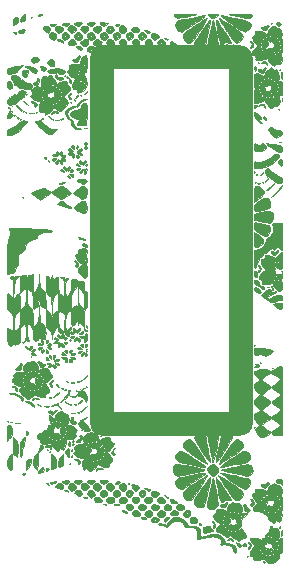
<source format=gbr>
G04 #@! TF.GenerationSoftware,KiCad,Pcbnew,(5.1.5)-3*
G04 #@! TF.CreationDate,2021-03-06T02:02:55+09:00*
G04 #@! TF.ProjectId,Getta25,47657474-6132-4352-9e6b-696361645f70,rev?*
G04 #@! TF.SameCoordinates,Original*
G04 #@! TF.FileFunction,Copper,L1,Top*
G04 #@! TF.FilePolarity,Positive*
%FSLAX46Y46*%
G04 Gerber Fmt 4.6, Leading zero omitted, Abs format (unit mm)*
G04 Created by KiCad (PCBNEW (5.1.5)-3) date 2021-03-06 02:02:55*
%MOMM*%
%LPD*%
G04 APERTURE LIST*
%ADD10C,0.010000*%
%ADD11O,13.650000X2.000000*%
%ADD12O,2.000000X32.900000*%
G04 APERTURE END LIST*
D10*
G36*
X129527632Y-14033224D02*
G01*
X129485855Y-14075000D01*
X129444079Y-14033224D01*
X129485855Y-13991448D01*
X129527632Y-14033224D01*
G37*
X129527632Y-14033224D02*
X129485855Y-14075000D01*
X129444079Y-14033224D01*
X129485855Y-13991448D01*
X129527632Y-14033224D01*
G36*
X111146053Y-43025987D02*
G01*
X111104276Y-43067763D01*
X111062500Y-43025987D01*
X111104276Y-42984211D01*
X111146053Y-43025987D01*
G37*
X111146053Y-43025987D02*
X111104276Y-43067763D01*
X111062500Y-43025987D01*
X111104276Y-42984211D01*
X111146053Y-43025987D01*
G36*
X126519737Y-50211513D02*
G01*
X126477961Y-50253290D01*
X126436184Y-50211513D01*
X126477961Y-50169737D01*
X126519737Y-50211513D01*
G37*
X126519737Y-50211513D02*
X126477961Y-50253290D01*
X126436184Y-50211513D01*
X126477961Y-50169737D01*
X126519737Y-50211513D01*
G36*
X129193421Y-52718092D02*
G01*
X129151645Y-52759869D01*
X129109868Y-52718092D01*
X129151645Y-52676316D01*
X129193421Y-52718092D01*
G37*
X129193421Y-52718092D02*
X129151645Y-52759869D01*
X129109868Y-52718092D01*
X129151645Y-52676316D01*
X129193421Y-52718092D01*
G36*
X110130150Y-7489973D02*
G01*
X110096463Y-7523195D01*
X110018092Y-7557895D01*
X109814480Y-7628769D01*
X109747905Y-7606943D01*
X109767434Y-7557895D01*
X109883538Y-7493096D01*
X110002135Y-7480215D01*
X110130150Y-7489973D01*
G37*
X110130150Y-7489973D02*
X110096463Y-7523195D01*
X110018092Y-7557895D01*
X109814480Y-7628769D01*
X109747905Y-7606943D01*
X109767434Y-7557895D01*
X109883538Y-7493096D01*
X110002135Y-7480215D01*
X110130150Y-7489973D01*
G36*
X126855325Y-7457105D02*
G01*
X126902760Y-7458235D01*
X127332962Y-7470137D01*
X127620966Y-7483919D01*
X127791655Y-7504499D01*
X127869910Y-7536795D01*
X127880611Y-7585723D01*
X127854020Y-7646228D01*
X127765260Y-7742885D01*
X127612367Y-7790358D01*
X127370684Y-7788785D01*
X127015552Y-7738302D01*
X126588298Y-7653248D01*
X126280676Y-7583573D01*
X126041935Y-7522129D01*
X125914655Y-7480077D01*
X125905644Y-7474342D01*
X125967693Y-7460458D01*
X126166694Y-7452633D01*
X126472592Y-7451353D01*
X126855325Y-7457105D01*
G37*
X126855325Y-7457105D02*
X126902760Y-7458235D01*
X127332962Y-7470137D01*
X127620966Y-7483919D01*
X127791655Y-7504499D01*
X127869910Y-7536795D01*
X127880611Y-7585723D01*
X127854020Y-7646228D01*
X127765260Y-7742885D01*
X127612367Y-7790358D01*
X127370684Y-7788785D01*
X127015552Y-7738302D01*
X126588298Y-7653248D01*
X126280676Y-7583573D01*
X126041935Y-7522129D01*
X125914655Y-7480077D01*
X125905644Y-7474342D01*
X125967693Y-7460458D01*
X126166694Y-7452633D01*
X126472592Y-7451353D01*
X126855325Y-7457105D01*
G36*
X124981921Y-7478704D02*
G01*
X124990525Y-7550593D01*
X124884492Y-7677256D01*
X124662822Y-7794554D01*
X124414650Y-7774476D01*
X124229334Y-7649508D01*
X124157010Y-7558743D01*
X124168751Y-7507923D01*
X124292290Y-7480825D01*
X124550709Y-7461515D01*
X124840774Y-7452539D01*
X124981921Y-7478704D01*
G37*
X124981921Y-7478704D02*
X124990525Y-7550593D01*
X124884492Y-7677256D01*
X124662822Y-7794554D01*
X124414650Y-7774476D01*
X124229334Y-7649508D01*
X124157010Y-7558743D01*
X124168751Y-7507923D01*
X124292290Y-7480825D01*
X124550709Y-7461515D01*
X124840774Y-7452539D01*
X124981921Y-7478704D01*
G36*
X122848936Y-7454957D02*
G01*
X123048319Y-7465156D01*
X123112261Y-7482288D01*
X123111108Y-7483548D01*
X123011259Y-7518422D01*
X122792788Y-7572960D01*
X122501612Y-7637658D01*
X122183647Y-7703013D01*
X121884812Y-7759522D01*
X121651023Y-7797683D01*
X121540417Y-7808618D01*
X121419974Y-7752045D01*
X121302262Y-7646492D01*
X121246665Y-7578253D01*
X121241784Y-7531595D01*
X121311255Y-7501352D01*
X121478712Y-7482362D01*
X121767792Y-7469461D01*
X122162756Y-7458498D01*
X122543839Y-7452476D01*
X122848936Y-7454957D01*
G37*
X122848936Y-7454957D02*
X123048319Y-7465156D01*
X123112261Y-7482288D01*
X123111108Y-7483548D01*
X123011259Y-7518422D01*
X122792788Y-7572960D01*
X122501612Y-7637658D01*
X122183647Y-7703013D01*
X121884812Y-7759522D01*
X121651023Y-7797683D01*
X121540417Y-7808618D01*
X121419974Y-7752045D01*
X121302262Y-7646492D01*
X121246665Y-7578253D01*
X121241784Y-7531595D01*
X121311255Y-7501352D01*
X121478712Y-7482362D01*
X121767792Y-7469461D01*
X122162756Y-7458498D01*
X122543839Y-7452476D01*
X122848936Y-7454957D01*
G36*
X109224342Y-7766777D02*
G01*
X109182566Y-7808553D01*
X109140789Y-7766777D01*
X109182566Y-7725000D01*
X109224342Y-7766777D01*
G37*
X109224342Y-7766777D02*
X109182566Y-7808553D01*
X109140789Y-7766777D01*
X109182566Y-7725000D01*
X109224342Y-7766777D01*
G36*
X108639474Y-7752212D02*
G01*
X108621051Y-7951234D01*
X108575482Y-8054956D01*
X108562755Y-8059211D01*
X108422732Y-8086771D01*
X108353873Y-8109926D01*
X108245956Y-8102975D01*
X108221711Y-7999162D01*
X108279657Y-7833379D01*
X108420174Y-7651435D01*
X108430592Y-7641448D01*
X108639474Y-7445214D01*
X108639474Y-7752212D01*
G37*
X108639474Y-7752212D02*
X108621051Y-7951234D01*
X108575482Y-8054956D01*
X108562755Y-8059211D01*
X108422732Y-8086771D01*
X108353873Y-8109926D01*
X108245956Y-8102975D01*
X108221711Y-7999162D01*
X108279657Y-7833379D01*
X108420174Y-7651435D01*
X108430592Y-7641448D01*
X108639474Y-7445214D01*
X108639474Y-7752212D01*
G36*
X129527632Y-8268092D02*
G01*
X129485855Y-8309869D01*
X129444079Y-8268092D01*
X129485855Y-8226316D01*
X129527632Y-8268092D01*
G37*
X129527632Y-8268092D02*
X129485855Y-8309869D01*
X129444079Y-8268092D01*
X129485855Y-8226316D01*
X129527632Y-8268092D01*
G36*
X107932940Y-7728646D02*
G01*
X107947362Y-7740010D01*
X108052958Y-7918665D01*
X108032393Y-8122336D01*
X107898384Y-8283102D01*
X107840284Y-8311937D01*
X107677114Y-8371590D01*
X107606404Y-8393421D01*
X107602242Y-8320057D01*
X107616357Y-8138005D01*
X107622635Y-8080099D01*
X107685592Y-7813278D01*
X107791822Y-7693200D01*
X107932940Y-7728646D01*
G37*
X107932940Y-7728646D02*
X107947362Y-7740010D01*
X108052958Y-7918665D01*
X108032393Y-8122336D01*
X107898384Y-8283102D01*
X107840284Y-8311937D01*
X107677114Y-8371590D01*
X107606404Y-8393421D01*
X107602242Y-8320057D01*
X107616357Y-8138005D01*
X107622635Y-8080099D01*
X107685592Y-7813278D01*
X107791822Y-7693200D01*
X107932940Y-7728646D01*
G36*
X130256726Y-8212164D02*
G01*
X130298344Y-8288981D01*
X130280667Y-8407881D01*
X130146401Y-8446910D01*
X129980769Y-8414559D01*
X129914793Y-8350637D01*
X129917706Y-8206814D01*
X130064419Y-8144951D01*
X130116681Y-8142763D01*
X130256726Y-8212164D01*
G37*
X130256726Y-8212164D02*
X130298344Y-8288981D01*
X130280667Y-8407881D01*
X130146401Y-8446910D01*
X129980769Y-8414559D01*
X129914793Y-8350637D01*
X129917706Y-8206814D01*
X130064419Y-8144951D01*
X130116681Y-8142763D01*
X130256726Y-8212164D01*
G36*
X116615676Y-8342832D02*
G01*
X116618750Y-8393421D01*
X116501242Y-8462898D01*
X116400006Y-8476974D01*
X116287614Y-8444010D01*
X116284539Y-8393421D01*
X116402047Y-8323944D01*
X116503283Y-8309869D01*
X116615676Y-8342832D01*
G37*
X116615676Y-8342832D02*
X116618750Y-8393421D01*
X116501242Y-8462898D01*
X116400006Y-8476974D01*
X116287614Y-8444010D01*
X116284539Y-8393421D01*
X116402047Y-8323944D01*
X116503283Y-8309869D01*
X116615676Y-8342832D01*
G36*
X115302796Y-8180807D02*
G01*
X115513363Y-8201352D01*
X115637714Y-8216034D01*
X115647237Y-8217839D01*
X115628557Y-8277863D01*
X115574342Y-8351645D01*
X115382412Y-8461571D01*
X115123709Y-8432931D01*
X115093914Y-8421639D01*
X114997015Y-8311198D01*
X114989474Y-8265874D01*
X115047720Y-8190223D01*
X115237062Y-8175922D01*
X115302796Y-8180807D01*
G37*
X115302796Y-8180807D02*
X115513363Y-8201352D01*
X115637714Y-8216034D01*
X115647237Y-8217839D01*
X115628557Y-8277863D01*
X115574342Y-8351645D01*
X115382412Y-8461571D01*
X115123709Y-8432931D01*
X115093914Y-8421639D01*
X114997015Y-8311198D01*
X114989474Y-8265874D01*
X115047720Y-8190223D01*
X115237062Y-8175922D01*
X115302796Y-8180807D01*
G36*
X114446858Y-8177858D02*
G01*
X114563232Y-8208601D01*
X114571711Y-8220999D01*
X114503830Y-8344883D01*
X114352915Y-8448683D01*
X114237500Y-8476974D01*
X114062062Y-8421231D01*
X114003553Y-8376711D01*
X113914324Y-8256982D01*
X113957931Y-8191231D01*
X114148454Y-8166748D01*
X114237500Y-8165550D01*
X114446858Y-8177858D01*
G37*
X114446858Y-8177858D02*
X114563232Y-8208601D01*
X114571711Y-8220999D01*
X114503830Y-8344883D01*
X114352915Y-8448683D01*
X114237500Y-8476974D01*
X114062062Y-8421231D01*
X114003553Y-8376711D01*
X113914324Y-8256982D01*
X113957931Y-8191231D01*
X114148454Y-8166748D01*
X114237500Y-8165550D01*
X114446858Y-8177858D01*
G36*
X113360673Y-8177858D02*
G01*
X113477048Y-8208601D01*
X113485526Y-8220999D01*
X113417646Y-8344883D01*
X113266731Y-8448683D01*
X113151316Y-8476974D01*
X112975878Y-8421231D01*
X112917368Y-8376711D01*
X112828140Y-8256982D01*
X112871747Y-8191231D01*
X113062269Y-8166748D01*
X113151316Y-8165550D01*
X113360673Y-8177858D01*
G37*
X113360673Y-8177858D02*
X113477048Y-8208601D01*
X113485526Y-8220999D01*
X113417646Y-8344883D01*
X113266731Y-8448683D01*
X113151316Y-8476974D01*
X112975878Y-8421231D01*
X112917368Y-8376711D01*
X112828140Y-8256982D01*
X112871747Y-8191231D01*
X113062269Y-8166748D01*
X113151316Y-8165550D01*
X113360673Y-8177858D01*
G36*
X112388813Y-8236941D02*
G01*
X112344300Y-8328576D01*
X112299079Y-8376711D01*
X112105781Y-8470429D01*
X111901672Y-8428612D01*
X111821973Y-8360681D01*
X111788196Y-8283600D01*
X111869362Y-8238841D01*
X112062401Y-8212256D01*
X112299803Y-8201612D01*
X112388813Y-8236941D01*
G37*
X112388813Y-8236941D02*
X112344300Y-8328576D01*
X112299079Y-8376711D01*
X112105781Y-8470429D01*
X111901672Y-8428612D01*
X111821973Y-8360681D01*
X111788196Y-8283600D01*
X111869362Y-8238841D01*
X112062401Y-8212256D01*
X112299803Y-8201612D01*
X112388813Y-8236941D01*
G36*
X111229178Y-8322331D02*
G01*
X111270571Y-8357957D01*
X111229605Y-8393421D01*
X111028756Y-8467793D01*
X110845176Y-8452323D01*
X110770066Y-8393421D01*
X110806489Y-8337841D01*
X110980169Y-8311970D01*
X111036681Y-8311148D01*
X111229178Y-8322331D01*
G37*
X111229178Y-8322331D02*
X111270571Y-8357957D01*
X111229605Y-8393421D01*
X111028756Y-8467793D01*
X110845176Y-8452323D01*
X110770066Y-8393421D01*
X110806489Y-8337841D01*
X110980169Y-8311970D01*
X111036681Y-8311148D01*
X111229178Y-8322331D01*
G36*
X129252955Y-8378577D02*
G01*
X129275312Y-8479663D01*
X129164594Y-8655258D01*
X129020998Y-8799905D01*
X128894464Y-8823690D01*
X128794190Y-8787631D01*
X128659166Y-8681953D01*
X128651141Y-8582984D01*
X128764354Y-8540968D01*
X128821766Y-8547102D01*
X128997287Y-8510702D01*
X129068565Y-8448681D01*
X129186453Y-8368573D01*
X129252955Y-8378577D01*
G37*
X129252955Y-8378577D02*
X129275312Y-8479663D01*
X129164594Y-8655258D01*
X129020998Y-8799905D01*
X128894464Y-8823690D01*
X128794190Y-8787631D01*
X128659166Y-8681953D01*
X128651141Y-8582984D01*
X128764354Y-8540968D01*
X128821766Y-8547102D01*
X128997287Y-8510702D01*
X129068565Y-8448681D01*
X129186453Y-8368573D01*
X129252955Y-8378577D01*
G36*
X125336961Y-7590702D02*
G01*
X125576271Y-7627156D01*
X125913995Y-7688247D01*
X126317730Y-7768377D01*
X126438179Y-7793460D01*
X126894767Y-7892108D01*
X127215480Y-7970268D01*
X127428680Y-8038298D01*
X127562724Y-8106554D01*
X127645974Y-8185396D01*
X127687758Y-8249835D01*
X127761395Y-8413646D01*
X127741924Y-8544705D01*
X127637599Y-8702915D01*
X127475347Y-8867655D01*
X127315663Y-8952569D01*
X127305104Y-8954185D01*
X127181870Y-8915345D01*
X126951390Y-8796577D01*
X126642801Y-8614517D01*
X126285239Y-8385798D01*
X126145551Y-8292127D01*
X125798482Y-8050949D01*
X125515239Y-7843554D01*
X125317779Y-7686882D01*
X125228057Y-7597876D01*
X125228466Y-7584481D01*
X125336961Y-7590702D01*
G37*
X125336961Y-7590702D02*
X125576271Y-7627156D01*
X125913995Y-7688247D01*
X126317730Y-7768377D01*
X126438179Y-7793460D01*
X126894767Y-7892108D01*
X127215480Y-7970268D01*
X127428680Y-8038298D01*
X127562724Y-8106554D01*
X127645974Y-8185396D01*
X127687758Y-8249835D01*
X127761395Y-8413646D01*
X127741924Y-8544705D01*
X127637599Y-8702915D01*
X127475347Y-8867655D01*
X127315663Y-8952569D01*
X127305104Y-8954185D01*
X127181870Y-8915345D01*
X126951390Y-8796577D01*
X126642801Y-8614517D01*
X126285239Y-8385798D01*
X126145551Y-8292127D01*
X125798482Y-8050949D01*
X125515239Y-7843554D01*
X125317779Y-7686882D01*
X125228057Y-7597876D01*
X125228466Y-7584481D01*
X125336961Y-7590702D01*
G36*
X123904035Y-7588027D02*
G01*
X123852991Y-7644301D01*
X123690532Y-7771175D01*
X123445779Y-7948840D01*
X123147851Y-8157485D01*
X122825868Y-8377301D01*
X122508951Y-8588476D01*
X122226220Y-8771202D01*
X122006795Y-8905668D01*
X121879796Y-8972063D01*
X121864140Y-8975749D01*
X121745170Y-8935622D01*
X121648164Y-8885452D01*
X121468248Y-8694280D01*
X121388405Y-8428270D01*
X121419081Y-8194917D01*
X121462890Y-8113947D01*
X121542352Y-8048171D01*
X121683914Y-7988713D01*
X121914021Y-7926701D01*
X122259122Y-7853258D01*
X122679158Y-7772084D01*
X123102743Y-7695012D01*
X123465058Y-7635040D01*
X123735922Y-7596704D01*
X123885152Y-7584539D01*
X123904035Y-7588027D01*
G37*
X123904035Y-7588027D02*
X123852991Y-7644301D01*
X123690532Y-7771175D01*
X123445779Y-7948840D01*
X123147851Y-8157485D01*
X122825868Y-8377301D01*
X122508951Y-8588476D01*
X122226220Y-8771202D01*
X122006795Y-8905668D01*
X121879796Y-8972063D01*
X121864140Y-8975749D01*
X121745170Y-8935622D01*
X121648164Y-8885452D01*
X121468248Y-8694280D01*
X121388405Y-8428270D01*
X121419081Y-8194917D01*
X121462890Y-8113947D01*
X121542352Y-8048171D01*
X121683914Y-7988713D01*
X121914021Y-7926701D01*
X122259122Y-7853258D01*
X122679158Y-7772084D01*
X123102743Y-7695012D01*
X123465058Y-7635040D01*
X123735922Y-7596704D01*
X123885152Y-7584539D01*
X123904035Y-7588027D01*
G36*
X118917103Y-8850300D02*
G01*
X119119670Y-8930582D01*
X119215203Y-9005653D01*
X119184198Y-9054180D01*
X119110494Y-9061842D01*
X118915272Y-9000537D01*
X118822892Y-8924461D01*
X118758483Y-8830752D01*
X118815755Y-8822096D01*
X118917103Y-8850300D01*
G37*
X118917103Y-8850300D02*
X119119670Y-8930582D01*
X119215203Y-9005653D01*
X119184198Y-9054180D01*
X119110494Y-9061842D01*
X118915272Y-9000537D01*
X118822892Y-8924461D01*
X118758483Y-8830752D01*
X118815755Y-8822096D01*
X118917103Y-8850300D01*
G36*
X118013451Y-8592986D02*
G01*
X118242510Y-8652184D01*
X118330312Y-8724650D01*
X118302125Y-8837561D01*
X118278314Y-8877856D01*
X118114247Y-9015643D01*
X117912037Y-9036427D01*
X117750940Y-8941609D01*
X117669860Y-8762082D01*
X117672920Y-8755483D01*
X117941667Y-8755483D01*
X117953136Y-8805155D01*
X117997368Y-8811184D01*
X118066142Y-8780614D01*
X118053070Y-8755483D01*
X117953913Y-8745483D01*
X117941667Y-8755483D01*
X117672920Y-8755483D01*
X117730563Y-8631189D01*
X117908493Y-8581536D01*
X118013451Y-8592986D01*
G37*
X118013451Y-8592986D02*
X118242510Y-8652184D01*
X118330312Y-8724650D01*
X118302125Y-8837561D01*
X118278314Y-8877856D01*
X118114247Y-9015643D01*
X117912037Y-9036427D01*
X117750940Y-8941609D01*
X117669860Y-8762082D01*
X117672920Y-8755483D01*
X117941667Y-8755483D01*
X117953136Y-8805155D01*
X117997368Y-8811184D01*
X118066142Y-8780614D01*
X118053070Y-8755483D01*
X117953913Y-8745483D01*
X117941667Y-8755483D01*
X117672920Y-8755483D01*
X117730563Y-8631189D01*
X117908493Y-8581536D01*
X118013451Y-8592986D01*
G36*
X117054571Y-8464523D02*
G01*
X117071339Y-8473254D01*
X117211806Y-8621480D01*
X117229628Y-8806541D01*
X117140348Y-8971315D01*
X116959508Y-9058677D01*
X116911184Y-9061842D01*
X116735747Y-9006099D01*
X116677237Y-8961579D01*
X116583653Y-8793484D01*
X116607978Y-8727632D01*
X116869408Y-8727632D01*
X116876032Y-8804624D01*
X116906253Y-8811184D01*
X116991337Y-8750533D01*
X116994737Y-8727632D01*
X116966230Y-8646251D01*
X116957892Y-8644079D01*
X116886557Y-8702628D01*
X116869408Y-8727632D01*
X116607978Y-8727632D01*
X116648315Y-8618437D01*
X116737128Y-8525040D01*
X116893889Y-8428999D01*
X117054571Y-8464523D01*
G37*
X117054571Y-8464523D02*
X117071339Y-8473254D01*
X117211806Y-8621480D01*
X117229628Y-8806541D01*
X117140348Y-8971315D01*
X116959508Y-9058677D01*
X116911184Y-9061842D01*
X116735747Y-9006099D01*
X116677237Y-8961579D01*
X116583653Y-8793484D01*
X116607978Y-8727632D01*
X116869408Y-8727632D01*
X116876032Y-8804624D01*
X116906253Y-8811184D01*
X116991337Y-8750533D01*
X116994737Y-8727632D01*
X116966230Y-8646251D01*
X116957892Y-8644079D01*
X116886557Y-8702628D01*
X116869408Y-8727632D01*
X116607978Y-8727632D01*
X116648315Y-8618437D01*
X116737128Y-8525040D01*
X116893889Y-8428999D01*
X117054571Y-8464523D01*
G36*
X116059777Y-8519922D02*
G01*
X116154194Y-8699048D01*
X116159211Y-8763409D01*
X116091861Y-8949300D01*
X115929096Y-9050585D01*
X115729843Y-9046711D01*
X115591053Y-8961579D01*
X115496734Y-8786059D01*
X115521385Y-8727632D01*
X115783224Y-8727632D01*
X115789848Y-8804624D01*
X115820069Y-8811184D01*
X115905152Y-8750533D01*
X115908553Y-8727632D01*
X115880046Y-8646251D01*
X115871707Y-8644079D01*
X115800373Y-8702628D01*
X115783224Y-8727632D01*
X115521385Y-8727632D01*
X115569241Y-8614209D01*
X115670812Y-8527462D01*
X115882527Y-8454937D01*
X116059777Y-8519922D01*
G37*
X116059777Y-8519922D02*
X116154194Y-8699048D01*
X116159211Y-8763409D01*
X116091861Y-8949300D01*
X115929096Y-9050585D01*
X115729843Y-9046711D01*
X115591053Y-8961579D01*
X115496734Y-8786059D01*
X115521385Y-8727632D01*
X115783224Y-8727632D01*
X115789848Y-8804624D01*
X115820069Y-8811184D01*
X115905152Y-8750533D01*
X115908553Y-8727632D01*
X115880046Y-8646251D01*
X115871707Y-8644079D01*
X115800373Y-8702628D01*
X115783224Y-8727632D01*
X115521385Y-8727632D01*
X115569241Y-8614209D01*
X115670812Y-8527462D01*
X115882527Y-8454937D01*
X116059777Y-8519922D01*
G36*
X114940275Y-8493159D02*
G01*
X115070190Y-8602347D01*
X115111767Y-8758510D01*
X115026777Y-8928962D01*
X115021732Y-8934095D01*
X114816208Y-9050209D01*
X114614233Y-9020295D01*
X114479975Y-8879447D01*
X114429749Y-8728788D01*
X114430398Y-8727632D01*
X114738816Y-8727632D01*
X114769386Y-8796405D01*
X114794518Y-8783334D01*
X114804517Y-8684176D01*
X114794518Y-8671930D01*
X114744846Y-8683399D01*
X114738816Y-8727632D01*
X114430398Y-8727632D01*
X114497411Y-8608408D01*
X114568347Y-8546449D01*
X114760251Y-8463631D01*
X114940275Y-8493159D01*
G37*
X114940275Y-8493159D02*
X115070190Y-8602347D01*
X115111767Y-8758510D01*
X115026777Y-8928962D01*
X115021732Y-8934095D01*
X114816208Y-9050209D01*
X114614233Y-9020295D01*
X114479975Y-8879447D01*
X114429749Y-8728788D01*
X114430398Y-8727632D01*
X114738816Y-8727632D01*
X114769386Y-8796405D01*
X114794518Y-8783334D01*
X114804517Y-8684176D01*
X114794518Y-8671930D01*
X114744846Y-8683399D01*
X114738816Y-8727632D01*
X114430398Y-8727632D01*
X114497411Y-8608408D01*
X114568347Y-8546449D01*
X114760251Y-8463631D01*
X114940275Y-8493159D01*
G36*
X113872237Y-8503929D02*
G01*
X113992956Y-8624670D01*
X114019104Y-8786814D01*
X113935548Y-8934095D01*
X113736332Y-9052074D01*
X113537250Y-9003246D01*
X113449718Y-8930545D01*
X113333555Y-8772149D01*
X113344244Y-8727632D01*
X113652632Y-8727632D01*
X113683202Y-8796405D01*
X113708333Y-8783334D01*
X113718333Y-8684176D01*
X113708333Y-8671930D01*
X113658661Y-8683399D01*
X113652632Y-8727632D01*
X113344244Y-8727632D01*
X113364842Y-8641858D01*
X113498444Y-8527462D01*
X113694787Y-8459792D01*
X113872237Y-8503929D01*
G37*
X113872237Y-8503929D02*
X113992956Y-8624670D01*
X114019104Y-8786814D01*
X113935548Y-8934095D01*
X113736332Y-9052074D01*
X113537250Y-9003246D01*
X113449718Y-8930545D01*
X113333555Y-8772149D01*
X113344244Y-8727632D01*
X113652632Y-8727632D01*
X113683202Y-8796405D01*
X113708333Y-8783334D01*
X113718333Y-8684176D01*
X113708333Y-8671930D01*
X113658661Y-8683399D01*
X113652632Y-8727632D01*
X113344244Y-8727632D01*
X113364842Y-8641858D01*
X113498444Y-8527462D01*
X113694787Y-8459792D01*
X113872237Y-8503929D01*
G36*
X112718441Y-8476034D02*
G01*
X112766875Y-8506118D01*
X112935051Y-8659963D01*
X112944892Y-8808204D01*
X112856644Y-8926815D01*
X112655345Y-9050486D01*
X112457881Y-9007794D01*
X112363534Y-8930545D01*
X112247705Y-8773124D01*
X112258275Y-8727632D01*
X112566447Y-8727632D01*
X112597018Y-8796405D01*
X112622149Y-8783334D01*
X112632149Y-8684176D01*
X112622149Y-8671930D01*
X112572477Y-8683399D01*
X112566447Y-8727632D01*
X112258275Y-8727632D01*
X112277848Y-8643399D01*
X112416355Y-8524593D01*
X112578246Y-8441933D01*
X112718441Y-8476034D01*
G37*
X112718441Y-8476034D02*
X112766875Y-8506118D01*
X112935051Y-8659963D01*
X112944892Y-8808204D01*
X112856644Y-8926815D01*
X112655345Y-9050486D01*
X112457881Y-9007794D01*
X112363534Y-8930545D01*
X112247705Y-8773124D01*
X112258275Y-8727632D01*
X112566447Y-8727632D01*
X112597018Y-8796405D01*
X112622149Y-8783334D01*
X112632149Y-8684176D01*
X112622149Y-8671930D01*
X112572477Y-8683399D01*
X112566447Y-8727632D01*
X112258275Y-8727632D01*
X112277848Y-8643399D01*
X112416355Y-8524593D01*
X112578246Y-8441933D01*
X112718441Y-8476034D01*
G36*
X111728562Y-8541894D02*
G01*
X111734285Y-8546449D01*
X111859264Y-8677468D01*
X111857558Y-8805624D01*
X111822657Y-8879447D01*
X111664022Y-9032294D01*
X111458778Y-9043457D01*
X111280900Y-8934095D01*
X111191398Y-8763723D01*
X111200184Y-8727632D01*
X111480263Y-8727632D01*
X111510834Y-8796405D01*
X111535965Y-8783334D01*
X111545965Y-8684176D01*
X111535965Y-8671930D01*
X111486293Y-8683399D01*
X111480263Y-8727632D01*
X111200184Y-8727632D01*
X111229642Y-8606630D01*
X111357403Y-8495505D01*
X111536453Y-8463031D01*
X111728562Y-8541894D01*
G37*
X111728562Y-8541894D02*
X111734285Y-8546449D01*
X111859264Y-8677468D01*
X111857558Y-8805624D01*
X111822657Y-8879447D01*
X111664022Y-9032294D01*
X111458778Y-9043457D01*
X111280900Y-8934095D01*
X111191398Y-8763723D01*
X111200184Y-8727632D01*
X111480263Y-8727632D01*
X111510834Y-8796405D01*
X111535965Y-8783334D01*
X111545965Y-8684176D01*
X111535965Y-8671930D01*
X111486293Y-8683399D01*
X111480263Y-8727632D01*
X111200184Y-8727632D01*
X111229642Y-8606630D01*
X111357403Y-8495505D01*
X111536453Y-8463031D01*
X111728562Y-8541894D01*
G36*
X110626139Y-8505903D02*
G01*
X110753526Y-8635258D01*
X110788629Y-8804368D01*
X110727406Y-8937577D01*
X110617546Y-9040046D01*
X110511848Y-9033712D01*
X110363879Y-8908553D01*
X110304203Y-8846227D01*
X110196624Y-8722701D01*
X110394079Y-8722701D01*
X110454731Y-8807784D01*
X110477632Y-8811184D01*
X110559012Y-8782678D01*
X110561184Y-8774339D01*
X110502636Y-8703004D01*
X110477632Y-8685856D01*
X110400639Y-8692480D01*
X110394079Y-8722701D01*
X110196624Y-8722701D01*
X110175172Y-8698070D01*
X110155484Y-8612152D01*
X110237421Y-8531459D01*
X110259404Y-8515254D01*
X110447690Y-8453501D01*
X110626139Y-8505903D01*
G37*
X110626139Y-8505903D02*
X110753526Y-8635258D01*
X110788629Y-8804368D01*
X110727406Y-8937577D01*
X110617546Y-9040046D01*
X110511848Y-9033712D01*
X110363879Y-8908553D01*
X110304203Y-8846227D01*
X110196624Y-8722701D01*
X110394079Y-8722701D01*
X110454731Y-8807784D01*
X110477632Y-8811184D01*
X110559012Y-8782678D01*
X110561184Y-8774339D01*
X110502636Y-8703004D01*
X110477632Y-8685856D01*
X110400639Y-8692480D01*
X110394079Y-8722701D01*
X110196624Y-8722701D01*
X110175172Y-8698070D01*
X110155484Y-8612152D01*
X110237421Y-8531459D01*
X110259404Y-8515254D01*
X110447690Y-8453501D01*
X110626139Y-8505903D01*
G36*
X108635603Y-8816566D02*
G01*
X108550957Y-8949610D01*
X108539211Y-8961579D01*
X108370756Y-9049526D01*
X108189436Y-9043615D01*
X108092946Y-8972731D01*
X108059547Y-8891772D01*
X108110568Y-8839776D01*
X108280406Y-8791702D01*
X108367928Y-8772530D01*
X108572601Y-8755340D01*
X108635603Y-8816566D01*
G37*
X108635603Y-8816566D02*
X108550957Y-8949610D01*
X108539211Y-8961579D01*
X108370756Y-9049526D01*
X108189436Y-9043615D01*
X108092946Y-8972731D01*
X108059547Y-8891772D01*
X108110568Y-8839776D01*
X108280406Y-8791702D01*
X108367928Y-8772530D01*
X108572601Y-8755340D01*
X108635603Y-8816566D01*
G36*
X107887424Y-9022145D02*
G01*
X107929276Y-9061842D01*
X107936018Y-9135650D01*
X107836389Y-9123383D01*
X107720395Y-9061842D01*
X107642097Y-8996954D01*
X107717352Y-8979852D01*
X107736352Y-8979569D01*
X107887424Y-9022145D01*
G37*
X107887424Y-9022145D02*
X107929276Y-9061842D01*
X107936018Y-9135650D01*
X107836389Y-9123383D01*
X107720395Y-9061842D01*
X107642097Y-8996954D01*
X107717352Y-8979852D01*
X107736352Y-8979569D01*
X107887424Y-9022145D01*
G36*
X120599480Y-9523766D02*
G01*
X120671053Y-9563158D01*
X120737930Y-9629363D01*
X120712829Y-9644152D01*
X120575520Y-9602550D01*
X120503947Y-9563158D01*
X120437070Y-9496953D01*
X120462171Y-9482164D01*
X120599480Y-9523766D01*
G37*
X120599480Y-9523766D02*
X120671053Y-9563158D01*
X120737930Y-9629363D01*
X120712829Y-9644152D01*
X120575520Y-9602550D01*
X120503947Y-9563158D01*
X120437070Y-9496953D01*
X120462171Y-9482164D01*
X120599480Y-9523766D01*
G36*
X119731903Y-9150918D02*
G01*
X119938299Y-9244855D01*
X119990595Y-9346404D01*
X119900281Y-9485606D01*
X119871335Y-9515414D01*
X119680646Y-9635261D01*
X119497284Y-9591408D01*
X119389608Y-9494657D01*
X119300011Y-9353376D01*
X119312592Y-9312500D01*
X119584868Y-9312500D01*
X119615439Y-9381274D01*
X119640570Y-9368202D01*
X119650570Y-9269045D01*
X119640570Y-9256798D01*
X119590898Y-9268268D01*
X119584868Y-9312500D01*
X119312592Y-9312500D01*
X119340145Y-9222986D01*
X119356587Y-9199572D01*
X119455165Y-9109263D01*
X119593521Y-9108775D01*
X119731903Y-9150918D01*
G37*
X119731903Y-9150918D02*
X119938299Y-9244855D01*
X119990595Y-9346404D01*
X119900281Y-9485606D01*
X119871335Y-9515414D01*
X119680646Y-9635261D01*
X119497284Y-9591408D01*
X119389608Y-9494657D01*
X119300011Y-9353376D01*
X119312592Y-9312500D01*
X119584868Y-9312500D01*
X119615439Y-9381274D01*
X119640570Y-9368202D01*
X119650570Y-9269045D01*
X119640570Y-9256798D01*
X119590898Y-9268268D01*
X119584868Y-9312500D01*
X119312592Y-9312500D01*
X119340145Y-9222986D01*
X119356587Y-9199572D01*
X119455165Y-9109263D01*
X119593521Y-9108775D01*
X119731903Y-9150918D01*
G36*
X118740836Y-9096184D02*
G01*
X118756293Y-9109909D01*
X118891866Y-9262986D01*
X118889049Y-9388971D01*
X118785150Y-9515414D01*
X118587480Y-9636973D01*
X118402043Y-9592311D01*
X118348289Y-9546448D01*
X118253297Y-9354472D01*
X118265567Y-9307569D01*
X118498684Y-9307569D01*
X118559336Y-9392653D01*
X118582237Y-9396053D01*
X118663617Y-9367546D01*
X118665789Y-9359208D01*
X118607241Y-9287873D01*
X118582237Y-9270724D01*
X118505244Y-9277348D01*
X118498684Y-9307569D01*
X118265567Y-9307569D01*
X118303791Y-9161468D01*
X118422082Y-9058123D01*
X118587146Y-9011948D01*
X118740836Y-9096184D01*
G37*
X118740836Y-9096184D02*
X118756293Y-9109909D01*
X118891866Y-9262986D01*
X118889049Y-9388971D01*
X118785150Y-9515414D01*
X118587480Y-9636973D01*
X118402043Y-9592311D01*
X118348289Y-9546448D01*
X118253297Y-9354472D01*
X118265567Y-9307569D01*
X118498684Y-9307569D01*
X118559336Y-9392653D01*
X118582237Y-9396053D01*
X118663617Y-9367546D01*
X118665789Y-9359208D01*
X118607241Y-9287873D01*
X118582237Y-9270724D01*
X118505244Y-9277348D01*
X118498684Y-9307569D01*
X118265567Y-9307569D01*
X118303791Y-9161468D01*
X118422082Y-9058123D01*
X118587146Y-9011948D01*
X118740836Y-9096184D01*
G36*
X117612148Y-9028084D02*
G01*
X117760007Y-9156076D01*
X117802954Y-9341138D01*
X117728555Y-9510737D01*
X117699204Y-9535904D01*
X117488543Y-9638597D01*
X117316169Y-9593085D01*
X117262105Y-9546448D01*
X117173873Y-9366618D01*
X117186012Y-9307569D01*
X117412500Y-9307569D01*
X117473152Y-9392653D01*
X117496053Y-9396053D01*
X117577433Y-9367546D01*
X117579605Y-9359208D01*
X117521057Y-9287873D01*
X117496053Y-9270724D01*
X117419060Y-9277348D01*
X117412500Y-9307569D01*
X117186012Y-9307569D01*
X117211378Y-9184180D01*
X117341455Y-9048244D01*
X117530942Y-9007922D01*
X117612148Y-9028084D01*
G37*
X117612148Y-9028084D02*
X117760007Y-9156076D01*
X117802954Y-9341138D01*
X117728555Y-9510737D01*
X117699204Y-9535904D01*
X117488543Y-9638597D01*
X117316169Y-9593085D01*
X117262105Y-9546448D01*
X117173873Y-9366618D01*
X117186012Y-9307569D01*
X117412500Y-9307569D01*
X117473152Y-9392653D01*
X117496053Y-9396053D01*
X117577433Y-9367546D01*
X117579605Y-9359208D01*
X117521057Y-9287873D01*
X117496053Y-9270724D01*
X117419060Y-9277348D01*
X117412500Y-9307569D01*
X117186012Y-9307569D01*
X117211378Y-9184180D01*
X117341455Y-9048244D01*
X117530942Y-9007922D01*
X117612148Y-9028084D01*
G36*
X116525964Y-9028084D02*
G01*
X116673823Y-9156076D01*
X116716770Y-9341138D01*
X116642370Y-9510737D01*
X116613020Y-9535904D01*
X116402358Y-9638597D01*
X116229984Y-9593085D01*
X116175921Y-9546448D01*
X116087689Y-9366618D01*
X116099827Y-9307569D01*
X116326316Y-9307569D01*
X116386968Y-9392653D01*
X116409868Y-9396053D01*
X116491249Y-9367546D01*
X116493421Y-9359208D01*
X116434873Y-9287873D01*
X116409868Y-9270724D01*
X116332876Y-9277348D01*
X116326316Y-9307569D01*
X116099827Y-9307569D01*
X116125193Y-9184180D01*
X116255271Y-9048244D01*
X116444757Y-9007922D01*
X116525964Y-9028084D01*
G37*
X116525964Y-9028084D02*
X116673823Y-9156076D01*
X116716770Y-9341138D01*
X116642370Y-9510737D01*
X116613020Y-9535904D01*
X116402358Y-9638597D01*
X116229984Y-9593085D01*
X116175921Y-9546448D01*
X116087689Y-9366618D01*
X116099827Y-9307569D01*
X116326316Y-9307569D01*
X116386968Y-9392653D01*
X116409868Y-9396053D01*
X116491249Y-9367546D01*
X116493421Y-9359208D01*
X116434873Y-9287873D01*
X116409868Y-9270724D01*
X116332876Y-9277348D01*
X116326316Y-9307569D01*
X116099827Y-9307569D01*
X116125193Y-9184180D01*
X116255271Y-9048244D01*
X116444757Y-9007922D01*
X116525964Y-9028084D01*
G36*
X115490789Y-9061842D02*
G01*
X115627120Y-9207996D01*
X115641990Y-9391676D01*
X115551701Y-9555825D01*
X115372556Y-9643390D01*
X115323684Y-9646711D01*
X115148247Y-9590968D01*
X115089737Y-9546448D01*
X114994981Y-9364669D01*
X115005023Y-9312500D01*
X115240132Y-9312500D01*
X115303713Y-9393625D01*
X115323684Y-9396053D01*
X115404809Y-9332471D01*
X115407237Y-9312500D01*
X115343655Y-9231376D01*
X115323684Y-9228948D01*
X115242560Y-9292529D01*
X115240132Y-9312500D01*
X115005023Y-9312500D01*
X115028946Y-9188221D01*
X115157224Y-9058676D01*
X115345409Y-9017611D01*
X115490789Y-9061842D01*
G37*
X115490789Y-9061842D02*
X115627120Y-9207996D01*
X115641990Y-9391676D01*
X115551701Y-9555825D01*
X115372556Y-9643390D01*
X115323684Y-9646711D01*
X115148247Y-9590968D01*
X115089737Y-9546448D01*
X114994981Y-9364669D01*
X115005023Y-9312500D01*
X115240132Y-9312500D01*
X115303713Y-9393625D01*
X115323684Y-9396053D01*
X115404809Y-9332471D01*
X115407237Y-9312500D01*
X115343655Y-9231376D01*
X115323684Y-9228948D01*
X115242560Y-9292529D01*
X115240132Y-9312500D01*
X115005023Y-9312500D01*
X115028946Y-9188221D01*
X115157224Y-9058676D01*
X115345409Y-9017611D01*
X115490789Y-9061842D01*
G36*
X114404605Y-9061842D02*
G01*
X114540936Y-9207996D01*
X114555806Y-9391676D01*
X114465517Y-9555825D01*
X114286371Y-9643390D01*
X114237500Y-9646711D01*
X114062062Y-9590968D01*
X114003553Y-9546448D01*
X113908797Y-9364669D01*
X113918839Y-9312500D01*
X114153947Y-9312500D01*
X114217529Y-9393625D01*
X114237500Y-9396053D01*
X114318625Y-9332471D01*
X114321053Y-9312500D01*
X114257471Y-9231376D01*
X114237500Y-9228948D01*
X114156375Y-9292529D01*
X114153947Y-9312500D01*
X113918839Y-9312500D01*
X113942762Y-9188221D01*
X114071040Y-9058676D01*
X114259225Y-9017611D01*
X114404605Y-9061842D01*
G37*
X114404605Y-9061842D02*
X114540936Y-9207996D01*
X114555806Y-9391676D01*
X114465517Y-9555825D01*
X114286371Y-9643390D01*
X114237500Y-9646711D01*
X114062062Y-9590968D01*
X114003553Y-9546448D01*
X113908797Y-9364669D01*
X113918839Y-9312500D01*
X114153947Y-9312500D01*
X114217529Y-9393625D01*
X114237500Y-9396053D01*
X114318625Y-9332471D01*
X114321053Y-9312500D01*
X114257471Y-9231376D01*
X114237500Y-9228948D01*
X114156375Y-9292529D01*
X114153947Y-9312500D01*
X113918839Y-9312500D01*
X113942762Y-9188221D01*
X114071040Y-9058676D01*
X114259225Y-9017611D01*
X114404605Y-9061842D01*
G36*
X113318421Y-9061842D02*
G01*
X113454752Y-9207996D01*
X113469622Y-9391676D01*
X113379333Y-9555825D01*
X113200187Y-9643390D01*
X113151316Y-9646711D01*
X112975878Y-9590968D01*
X112917368Y-9546448D01*
X112822613Y-9364669D01*
X112832654Y-9312500D01*
X113067763Y-9312500D01*
X113131345Y-9393625D01*
X113151316Y-9396053D01*
X113232440Y-9332471D01*
X113234868Y-9312500D01*
X113171287Y-9231376D01*
X113151316Y-9228948D01*
X113070191Y-9292529D01*
X113067763Y-9312500D01*
X112832654Y-9312500D01*
X112856577Y-9188221D01*
X112984856Y-9058676D01*
X113173041Y-9017611D01*
X113318421Y-9061842D01*
G37*
X113318421Y-9061842D02*
X113454752Y-9207996D01*
X113469622Y-9391676D01*
X113379333Y-9555825D01*
X113200187Y-9643390D01*
X113151316Y-9646711D01*
X112975878Y-9590968D01*
X112917368Y-9546448D01*
X112822613Y-9364669D01*
X112832654Y-9312500D01*
X113067763Y-9312500D01*
X113131345Y-9393625D01*
X113151316Y-9396053D01*
X113232440Y-9332471D01*
X113234868Y-9312500D01*
X113171287Y-9231376D01*
X113151316Y-9228948D01*
X113070191Y-9292529D01*
X113067763Y-9312500D01*
X112832654Y-9312500D01*
X112856577Y-9188221D01*
X112984856Y-9058676D01*
X113173041Y-9017611D01*
X113318421Y-9061842D01*
G36*
X112311279Y-9123831D02*
G01*
X112398141Y-9278259D01*
X112399342Y-9298729D01*
X112334102Y-9503012D01*
X112176049Y-9621405D01*
X111981689Y-9631884D01*
X111817801Y-9525391D01*
X111758464Y-9341949D01*
X111766826Y-9312500D01*
X111981579Y-9312500D01*
X112045160Y-9393625D01*
X112065132Y-9396053D01*
X112146256Y-9332471D01*
X112148684Y-9312500D01*
X112085103Y-9231376D01*
X112065132Y-9228948D01*
X111984007Y-9292529D01*
X111981579Y-9312500D01*
X111766826Y-9312500D01*
X111813914Y-9146687D01*
X111949036Y-9028084D01*
X112137729Y-9026107D01*
X112311279Y-9123831D01*
G37*
X112311279Y-9123831D02*
X112398141Y-9278259D01*
X112399342Y-9298729D01*
X112334102Y-9503012D01*
X112176049Y-9621405D01*
X111981689Y-9631884D01*
X111817801Y-9525391D01*
X111758464Y-9341949D01*
X111766826Y-9312500D01*
X111981579Y-9312500D01*
X112045160Y-9393625D01*
X112065132Y-9396053D01*
X112146256Y-9332471D01*
X112148684Y-9312500D01*
X112085103Y-9231376D01*
X112065132Y-9228948D01*
X111984007Y-9292529D01*
X111981579Y-9312500D01*
X111766826Y-9312500D01*
X111813914Y-9146687D01*
X111949036Y-9028084D01*
X112137729Y-9026107D01*
X112311279Y-9123831D01*
G36*
X111151545Y-9064782D02*
G01*
X111282286Y-9195787D01*
X111313158Y-9298729D01*
X111267950Y-9457886D01*
X111166800Y-9593842D01*
X111066678Y-9637019D01*
X110954724Y-9609487D01*
X110883081Y-9590767D01*
X110743193Y-9481445D01*
X110702352Y-9312500D01*
X110937171Y-9312500D01*
X110943796Y-9389493D01*
X110974016Y-9396053D01*
X111059100Y-9335401D01*
X111062500Y-9312500D01*
X111033993Y-9231120D01*
X111025655Y-9228948D01*
X110954320Y-9287496D01*
X110937171Y-9312500D01*
X110702352Y-9312500D01*
X110699336Y-9300027D01*
X110766616Y-9120621D01*
X110783472Y-9102149D01*
X110903329Y-8999436D01*
X111009372Y-8996333D01*
X111151545Y-9064782D01*
G37*
X111151545Y-9064782D02*
X111282286Y-9195787D01*
X111313158Y-9298729D01*
X111267950Y-9457886D01*
X111166800Y-9593842D01*
X111066678Y-9637019D01*
X110954724Y-9609487D01*
X110883081Y-9590767D01*
X110743193Y-9481445D01*
X110702352Y-9312500D01*
X110937171Y-9312500D01*
X110943796Y-9389493D01*
X110974016Y-9396053D01*
X111059100Y-9335401D01*
X111062500Y-9312500D01*
X111033993Y-9231120D01*
X111025655Y-9228948D01*
X110954320Y-9287496D01*
X110937171Y-9312500D01*
X110702352Y-9312500D01*
X110699336Y-9300027D01*
X110766616Y-9120621D01*
X110783472Y-9102149D01*
X110903329Y-8999436D01*
X111009372Y-8996333D01*
X111151545Y-9064782D01*
G36*
X125140688Y-7848676D02*
G01*
X125331783Y-7957956D01*
X125609065Y-8130723D01*
X125946846Y-8351290D01*
X126081632Y-8441614D01*
X126486017Y-8719626D01*
X126768340Y-8928447D01*
X126949078Y-9086106D01*
X127048708Y-9210630D01*
X127087706Y-9320047D01*
X127088778Y-9328327D01*
X127042510Y-9576044D01*
X126878206Y-9781592D01*
X126644534Y-9891196D01*
X126573805Y-9897369D01*
X126477089Y-9871732D01*
X126361726Y-9782054D01*
X126211308Y-9609187D01*
X126009425Y-9333981D01*
X125739670Y-8937287D01*
X125699862Y-8877453D01*
X125463840Y-8515781D01*
X125269012Y-8205121D01*
X125130657Y-7970818D01*
X125064057Y-7838218D01*
X125061471Y-7818573D01*
X125140688Y-7848676D01*
G37*
X125140688Y-7848676D02*
X125331783Y-7957956D01*
X125609065Y-8130723D01*
X125946846Y-8351290D01*
X126081632Y-8441614D01*
X126486017Y-8719626D01*
X126768340Y-8928447D01*
X126949078Y-9086106D01*
X127048708Y-9210630D01*
X127087706Y-9320047D01*
X127088778Y-9328327D01*
X127042510Y-9576044D01*
X126878206Y-9781592D01*
X126644534Y-9891196D01*
X126573805Y-9897369D01*
X126477089Y-9871732D01*
X126361726Y-9782054D01*
X126211308Y-9609187D01*
X126009425Y-9333981D01*
X125739670Y-8937287D01*
X125699862Y-8877453D01*
X125463840Y-8515781D01*
X125269012Y-8205121D01*
X125130657Y-7970818D01*
X125064057Y-7838218D01*
X125061471Y-7818573D01*
X125140688Y-7848676D01*
G36*
X124021138Y-7897961D02*
G01*
X123912717Y-8090292D01*
X123741047Y-8370219D01*
X123521407Y-8712397D01*
X123412638Y-8877453D01*
X123110426Y-9320846D01*
X122874339Y-9631675D01*
X122686741Y-9821971D01*
X122529993Y-9903766D01*
X122386459Y-9889090D01*
X122238503Y-9789976D01*
X122169939Y-9725202D01*
X122033607Y-9485736D01*
X122023722Y-9328327D01*
X122058916Y-9219324D01*
X122153173Y-9096596D01*
X122326969Y-8942115D01*
X122600780Y-8737854D01*
X122995083Y-8465784D01*
X123030868Y-8441614D01*
X123384483Y-8207374D01*
X123687078Y-8015144D01*
X123912964Y-7880612D01*
X124036450Y-7819469D01*
X124051029Y-7818573D01*
X124021138Y-7897961D01*
G37*
X124021138Y-7897961D02*
X123912717Y-8090292D01*
X123741047Y-8370219D01*
X123521407Y-8712397D01*
X123412638Y-8877453D01*
X123110426Y-9320846D01*
X122874339Y-9631675D01*
X122686741Y-9821971D01*
X122529993Y-9903766D01*
X122386459Y-9889090D01*
X122238503Y-9789976D01*
X122169939Y-9725202D01*
X122033607Y-9485736D01*
X122023722Y-9328327D01*
X122058916Y-9219324D01*
X122153173Y-9096596D01*
X122326969Y-8942115D01*
X122600780Y-8737854D01*
X122995083Y-8465784D01*
X123030868Y-8441614D01*
X123384483Y-8207374D01*
X123687078Y-8015144D01*
X123912964Y-7880612D01*
X124036450Y-7819469D01*
X124051029Y-7818573D01*
X124021138Y-7897961D01*
G36*
X111748470Y-9660129D02*
G01*
X111845909Y-9775220D01*
X111877453Y-9878658D01*
X111874516Y-9891012D01*
X111792242Y-9861446D01*
X111612528Y-9796600D01*
X111568432Y-9780671D01*
X111390677Y-9694961D01*
X111367497Y-9625243D01*
X111381186Y-9614529D01*
X111560202Y-9586840D01*
X111748470Y-9660129D01*
G37*
X111748470Y-9660129D02*
X111845909Y-9775220D01*
X111877453Y-9878658D01*
X111874516Y-9891012D01*
X111792242Y-9861446D01*
X111612528Y-9796600D01*
X111568432Y-9780671D01*
X111390677Y-9694961D01*
X111367497Y-9625243D01*
X111381186Y-9614529D01*
X111560202Y-9586840D01*
X111748470Y-9660129D01*
G36*
X124851661Y-7967547D02*
G01*
X124891532Y-8008908D01*
X124965905Y-8110057D01*
X125089897Y-8291389D01*
X125278630Y-8573294D01*
X125508434Y-8918001D01*
X125729460Y-9260459D01*
X125906182Y-9555496D01*
X126022558Y-9774684D01*
X126062548Y-9889600D01*
X126060676Y-9896594D01*
X125954068Y-9924964D01*
X125797403Y-9876636D01*
X125625549Y-9822191D01*
X125516852Y-9873639D01*
X125477853Y-9921563D01*
X125330143Y-10050449D01*
X125207669Y-10019722D01*
X125140666Y-9876481D01*
X125082574Y-9613698D01*
X125017274Y-9283907D01*
X124951412Y-8925751D01*
X124891634Y-8577873D01*
X124844587Y-8278918D01*
X124816916Y-8067528D01*
X124814948Y-7982621D01*
X124831173Y-7965582D01*
X124851661Y-7967547D01*
G37*
X124851661Y-7967547D02*
X124891532Y-8008908D01*
X124965905Y-8110057D01*
X125089897Y-8291389D01*
X125278630Y-8573294D01*
X125508434Y-8918001D01*
X125729460Y-9260459D01*
X125906182Y-9555496D01*
X126022558Y-9774684D01*
X126062548Y-9889600D01*
X126060676Y-9896594D01*
X125954068Y-9924964D01*
X125797403Y-9876636D01*
X125625549Y-9822191D01*
X125516852Y-9873639D01*
X125477853Y-9921563D01*
X125330143Y-10050449D01*
X125207669Y-10019722D01*
X125140666Y-9876481D01*
X125082574Y-9613698D01*
X125017274Y-9283907D01*
X124951412Y-8925751D01*
X124891634Y-8577873D01*
X124844587Y-8278918D01*
X124816916Y-8067528D01*
X124814948Y-7982621D01*
X124831173Y-7965582D01*
X124851661Y-7967547D01*
G36*
X126770395Y-10106250D02*
G01*
X126728618Y-10148027D01*
X126686842Y-10106250D01*
X126728618Y-10064474D01*
X126770395Y-10106250D01*
G37*
X126770395Y-10106250D02*
X126728618Y-10148027D01*
X126686842Y-10106250D01*
X126728618Y-10064474D01*
X126770395Y-10106250D01*
G36*
X126274852Y-10026266D02*
G01*
X126348939Y-10106924D01*
X126264556Y-10146392D01*
X126222372Y-10148027D01*
X126136316Y-10106918D01*
X126144592Y-10063111D01*
X126244725Y-10014912D01*
X126274852Y-10026266D01*
G37*
X126274852Y-10026266D02*
X126348939Y-10106924D01*
X126264556Y-10146392D01*
X126222372Y-10148027D01*
X126136316Y-10106918D01*
X126144592Y-10063111D01*
X126244725Y-10014912D01*
X126274852Y-10026266D01*
G36*
X125792438Y-10041656D02*
G01*
X125809539Y-10064474D01*
X125790598Y-10136003D01*
X125730918Y-10148027D01*
X125616600Y-10104404D01*
X125600658Y-10064474D01*
X125660626Y-9983313D01*
X125679279Y-9980921D01*
X125792438Y-10041656D01*
G37*
X125792438Y-10041656D02*
X125809539Y-10064474D01*
X125790598Y-10136003D01*
X125730918Y-10148027D01*
X125616600Y-10104404D01*
X125600658Y-10064474D01*
X125660626Y-9983313D01*
X125679279Y-9980921D01*
X125792438Y-10041656D01*
G36*
X124597968Y-8037299D02*
G01*
X124631376Y-8160062D01*
X124678486Y-8382878D01*
X124745060Y-8729569D01*
X124806908Y-9061842D01*
X124872061Y-9410556D01*
X124930037Y-9714845D01*
X124970921Y-9922865D01*
X124978647Y-9960033D01*
X124989498Y-10067369D01*
X124938050Y-10123480D01*
X124787396Y-10144854D01*
X124557842Y-10148027D01*
X124305686Y-10134386D01*
X124138193Y-10099189D01*
X124096711Y-10064782D01*
X124113626Y-9939484D01*
X124158715Y-9698752D01*
X124223488Y-9381382D01*
X124299457Y-9026170D01*
X124378134Y-8671912D01*
X124451031Y-8357407D01*
X124509659Y-8121448D01*
X124545530Y-8002835D01*
X124549199Y-7996635D01*
X124572497Y-7990764D01*
X124597968Y-8037299D01*
G37*
X124597968Y-8037299D02*
X124631376Y-8160062D01*
X124678486Y-8382878D01*
X124745060Y-8729569D01*
X124806908Y-9061842D01*
X124872061Y-9410556D01*
X124930037Y-9714845D01*
X124970921Y-9922865D01*
X124978647Y-9960033D01*
X124989498Y-10067369D01*
X124938050Y-10123480D01*
X124787396Y-10144854D01*
X124557842Y-10148027D01*
X124305686Y-10134386D01*
X124138193Y-10099189D01*
X124096711Y-10064782D01*
X124113626Y-9939484D01*
X124158715Y-9698752D01*
X124223488Y-9381382D01*
X124299457Y-9026170D01*
X124378134Y-8671912D01*
X124451031Y-8357407D01*
X124509659Y-8121448D01*
X124545530Y-8002835D01*
X124549199Y-7996635D01*
X124572497Y-7990764D01*
X124597968Y-8037299D01*
G36*
X124324926Y-8089639D02*
G01*
X124316057Y-8121875D01*
X124283499Y-8259778D01*
X124227674Y-8522251D01*
X124156818Y-8869755D01*
X124089828Y-9208059D01*
X123906172Y-10148027D01*
X123416573Y-10148027D01*
X123098675Y-10131310D01*
X122943738Y-10081055D01*
X122926974Y-10047043D01*
X122970860Y-9943928D01*
X123091332Y-9730333D01*
X123271608Y-9434367D01*
X123494906Y-9084136D01*
X123574507Y-8962458D01*
X123884382Y-8502144D01*
X124113209Y-8186012D01*
X124262140Y-8012755D01*
X124332328Y-7981066D01*
X124324926Y-8089639D01*
G37*
X124324926Y-8089639D02*
X124316057Y-8121875D01*
X124283499Y-8259778D01*
X124227674Y-8522251D01*
X124156818Y-8869755D01*
X124089828Y-9208059D01*
X123906172Y-10148027D01*
X123416573Y-10148027D01*
X123098675Y-10131310D01*
X122943738Y-10081055D01*
X122926974Y-10047043D01*
X122970860Y-9943928D01*
X123091332Y-9730333D01*
X123271608Y-9434367D01*
X123494906Y-9084136D01*
X123574507Y-8962458D01*
X123884382Y-8502144D01*
X124113209Y-8186012D01*
X124262140Y-8012755D01*
X124332328Y-7981066D01*
X124324926Y-8089639D01*
G36*
X121104327Y-9787373D02*
G01*
X121170151Y-9852921D01*
X121295373Y-9947686D01*
X121357931Y-9957362D01*
X121460503Y-10004403D01*
X121482209Y-10043586D01*
X121439806Y-10110220D01*
X121299215Y-10146981D01*
X121127710Y-10147374D01*
X120992567Y-10104904D01*
X120977412Y-10092325D01*
X120928254Y-9973292D01*
X120929918Y-9825309D01*
X120978230Y-9734168D01*
X120995033Y-9730263D01*
X121104327Y-9787373D01*
G37*
X121104327Y-9787373D02*
X121170151Y-9852921D01*
X121295373Y-9947686D01*
X121357931Y-9957362D01*
X121460503Y-10004403D01*
X121482209Y-10043586D01*
X121439806Y-10110220D01*
X121299215Y-10146981D01*
X121127710Y-10147374D01*
X120992567Y-10104904D01*
X120977412Y-10092325D01*
X120928254Y-9973292D01*
X120929918Y-9825309D01*
X120978230Y-9734168D01*
X120995033Y-9730263D01*
X121104327Y-9787373D01*
G36*
X120345321Y-9637631D02*
G01*
X120445625Y-9739795D01*
X120498583Y-9937003D01*
X120408157Y-10084724D01*
X120197459Y-10147702D01*
X120177990Y-10148027D01*
X119972410Y-10106422D01*
X119872694Y-9966399D01*
X119875072Y-9865004D01*
X120114905Y-9865004D01*
X120127961Y-9897369D01*
X120203041Y-9977077D01*
X120216444Y-9980921D01*
X120252332Y-9916277D01*
X120253289Y-9897369D01*
X120189058Y-9817027D01*
X120164806Y-9813816D01*
X120114905Y-9865004D01*
X119875072Y-9865004D01*
X119877193Y-9774630D01*
X119992178Y-9642183D01*
X120165577Y-9589651D01*
X120345321Y-9637631D01*
G37*
X120345321Y-9637631D02*
X120445625Y-9739795D01*
X120498583Y-9937003D01*
X120408157Y-10084724D01*
X120197459Y-10147702D01*
X120177990Y-10148027D01*
X119972410Y-10106422D01*
X119872694Y-9966399D01*
X119875072Y-9865004D01*
X120114905Y-9865004D01*
X120127961Y-9897369D01*
X120203041Y-9977077D01*
X120216444Y-9980921D01*
X120252332Y-9916277D01*
X120253289Y-9897369D01*
X120189058Y-9817027D01*
X120164806Y-9813816D01*
X120114905Y-9865004D01*
X119875072Y-9865004D01*
X119877193Y-9774630D01*
X119992178Y-9642183D01*
X120165577Y-9589651D01*
X120345321Y-9637631D01*
G36*
X119216581Y-9608666D02*
G01*
X119363945Y-9737100D01*
X119400907Y-9931834D01*
X119310367Y-10071513D01*
X119135053Y-10135515D01*
X118945244Y-10110475D01*
X118845190Y-10037512D01*
X118787849Y-9865004D01*
X119028721Y-9865004D01*
X119041776Y-9897369D01*
X119116857Y-9977077D01*
X119130260Y-9980921D01*
X119166147Y-9916277D01*
X119167105Y-9897369D01*
X119102874Y-9817027D01*
X119078622Y-9813816D01*
X119028721Y-9865004D01*
X118787849Y-9865004D01*
X118786055Y-9859607D01*
X118864181Y-9690782D01*
X119011728Y-9601212D01*
X119216581Y-9608666D01*
G37*
X119216581Y-9608666D02*
X119363945Y-9737100D01*
X119400907Y-9931834D01*
X119310367Y-10071513D01*
X119135053Y-10135515D01*
X118945244Y-10110475D01*
X118845190Y-10037512D01*
X118787849Y-9865004D01*
X119028721Y-9865004D01*
X119041776Y-9897369D01*
X119116857Y-9977077D01*
X119130260Y-9980921D01*
X119166147Y-9916277D01*
X119167105Y-9897369D01*
X119102874Y-9817027D01*
X119078622Y-9813816D01*
X119028721Y-9865004D01*
X118787849Y-9865004D01*
X118786055Y-9859607D01*
X118864181Y-9690782D01*
X119011728Y-9601212D01*
X119216581Y-9608666D01*
G36*
X118130396Y-9608666D02*
G01*
X118277761Y-9737100D01*
X118314723Y-9931834D01*
X118224183Y-10071513D01*
X118048869Y-10135515D01*
X117859060Y-10110475D01*
X117759005Y-10037512D01*
X117712422Y-9897369D01*
X117997368Y-9897369D01*
X118027939Y-9966142D01*
X118053070Y-9953070D01*
X118063070Y-9853913D01*
X118053070Y-9841667D01*
X118003398Y-9853136D01*
X117997368Y-9897369D01*
X117712422Y-9897369D01*
X117699870Y-9859607D01*
X117777997Y-9690782D01*
X117925544Y-9601212D01*
X118130396Y-9608666D01*
G37*
X118130396Y-9608666D02*
X118277761Y-9737100D01*
X118314723Y-9931834D01*
X118224183Y-10071513D01*
X118048869Y-10135515D01*
X117859060Y-10110475D01*
X117759005Y-10037512D01*
X117712422Y-9897369D01*
X117997368Y-9897369D01*
X118027939Y-9966142D01*
X118053070Y-9953070D01*
X118063070Y-9853913D01*
X118053070Y-9841667D01*
X118003398Y-9853136D01*
X117997368Y-9897369D01*
X117712422Y-9897369D01*
X117699870Y-9859607D01*
X117777997Y-9690782D01*
X117925544Y-9601212D01*
X118130396Y-9608666D01*
G36*
X117044212Y-9608666D02*
G01*
X117191577Y-9737100D01*
X117228539Y-9931834D01*
X117137999Y-10071513D01*
X116962685Y-10135515D01*
X116772876Y-10110475D01*
X116672821Y-10037512D01*
X116626238Y-9897369D01*
X116911184Y-9897369D01*
X116941755Y-9966142D01*
X116966886Y-9953070D01*
X116976886Y-9853913D01*
X116966886Y-9841667D01*
X116917214Y-9853136D01*
X116911184Y-9897369D01*
X116626238Y-9897369D01*
X116613686Y-9859607D01*
X116691813Y-9690782D01*
X116839360Y-9601212D01*
X117044212Y-9608666D01*
G37*
X117044212Y-9608666D02*
X117191577Y-9737100D01*
X117228539Y-9931834D01*
X117137999Y-10071513D01*
X116962685Y-10135515D01*
X116772876Y-10110475D01*
X116672821Y-10037512D01*
X116626238Y-9897369D01*
X116911184Y-9897369D01*
X116941755Y-9966142D01*
X116966886Y-9953070D01*
X116976886Y-9853913D01*
X116966886Y-9841667D01*
X116917214Y-9853136D01*
X116911184Y-9897369D01*
X116626238Y-9897369D01*
X116613686Y-9859607D01*
X116691813Y-9690782D01*
X116839360Y-9601212D01*
X117044212Y-9608666D01*
G36*
X116076125Y-9695278D02*
G01*
X116099489Y-9716960D01*
X116211287Y-9857616D01*
X116200050Y-9967106D01*
X116162991Y-10018142D01*
X115981776Y-10127664D01*
X115760598Y-10133447D01*
X115583145Y-10033305D01*
X115583131Y-10033288D01*
X115527803Y-9897369D01*
X115825000Y-9897369D01*
X115855571Y-9966142D01*
X115880702Y-9953070D01*
X115890701Y-9853913D01*
X115880702Y-9841667D01*
X115831030Y-9853136D01*
X115825000Y-9897369D01*
X115527803Y-9897369D01*
X115513240Y-9861595D01*
X115569021Y-9716568D01*
X115709047Y-9623588D01*
X115891891Y-9608031D01*
X116076125Y-9695278D01*
G37*
X116076125Y-9695278D02*
X116099489Y-9716960D01*
X116211287Y-9857616D01*
X116200050Y-9967106D01*
X116162991Y-10018142D01*
X115981776Y-10127664D01*
X115760598Y-10133447D01*
X115583145Y-10033305D01*
X115583131Y-10033288D01*
X115527803Y-9897369D01*
X115825000Y-9897369D01*
X115855571Y-9966142D01*
X115880702Y-9953070D01*
X115890701Y-9853913D01*
X115880702Y-9841667D01*
X115831030Y-9853136D01*
X115825000Y-9897369D01*
X115527803Y-9897369D01*
X115513240Y-9861595D01*
X115569021Y-9716568D01*
X115709047Y-9623588D01*
X115891891Y-9608031D01*
X116076125Y-9695278D01*
G36*
X112801103Y-9638467D02*
G01*
X112924652Y-9783201D01*
X112944237Y-9979225D01*
X112930873Y-10022698D01*
X112815232Y-10117552D01*
X112610420Y-10138017D01*
X112420230Y-10092691D01*
X112328798Y-9981199D01*
X112331419Y-9897369D01*
X112566447Y-9897369D01*
X112597018Y-9966142D01*
X112622149Y-9953070D01*
X112632149Y-9853913D01*
X112622149Y-9841667D01*
X112572477Y-9853136D01*
X112566447Y-9897369D01*
X112331419Y-9897369D01*
X112334156Y-9809890D01*
X112433470Y-9653109D01*
X112437109Y-9650038D01*
X112622339Y-9581815D01*
X112801103Y-9638467D01*
G37*
X112801103Y-9638467D02*
X112924652Y-9783201D01*
X112944237Y-9979225D01*
X112930873Y-10022698D01*
X112815232Y-10117552D01*
X112610420Y-10138017D01*
X112420230Y-10092691D01*
X112328798Y-9981199D01*
X112331419Y-9897369D01*
X112566447Y-9897369D01*
X112597018Y-9966142D01*
X112622149Y-9953070D01*
X112632149Y-9853913D01*
X112622149Y-9841667D01*
X112572477Y-9853136D01*
X112566447Y-9897369D01*
X112331419Y-9897369D01*
X112334156Y-9809890D01*
X112433470Y-9653109D01*
X112437109Y-9650038D01*
X112622339Y-9581815D01*
X112801103Y-9638467D01*
G36*
X114874853Y-9598335D02*
G01*
X115038463Y-9738233D01*
X115141493Y-9867666D01*
X115129637Y-9956249D01*
X115000380Y-10072444D01*
X114820680Y-10199957D01*
X114697162Y-10210558D01*
X114565553Y-10103157D01*
X114529934Y-10064474D01*
X114428452Y-9933107D01*
X114433941Y-9897369D01*
X114738816Y-9897369D01*
X114769386Y-9966142D01*
X114794518Y-9953070D01*
X114804517Y-9853913D01*
X114794518Y-9841667D01*
X114744846Y-9853136D01*
X114738816Y-9897369D01*
X114433941Y-9897369D01*
X114443673Y-9834013D01*
X114529934Y-9730263D01*
X114709914Y-9586462D01*
X114874853Y-9598335D01*
G37*
X114874853Y-9598335D02*
X115038463Y-9738233D01*
X115141493Y-9867666D01*
X115129637Y-9956249D01*
X115000380Y-10072444D01*
X114820680Y-10199957D01*
X114697162Y-10210558D01*
X114565553Y-10103157D01*
X114529934Y-10064474D01*
X114428452Y-9933107D01*
X114433941Y-9897369D01*
X114738816Y-9897369D01*
X114769386Y-9966142D01*
X114794518Y-9953070D01*
X114804517Y-9853913D01*
X114794518Y-9841667D01*
X114744846Y-9853136D01*
X114738816Y-9897369D01*
X114433941Y-9897369D01*
X114443673Y-9834013D01*
X114529934Y-9730263D01*
X114709914Y-9586462D01*
X114874853Y-9598335D01*
G36*
X113835339Y-9609119D02*
G01*
X113974545Y-9701810D01*
X114030648Y-9854397D01*
X113965529Y-10038094D01*
X113934131Y-10076557D01*
X113757337Y-10212352D01*
X113590574Y-10191513D01*
X113441081Y-10061525D01*
X113340163Y-9932516D01*
X113344620Y-9897369D01*
X113652632Y-9897369D01*
X113683202Y-9966142D01*
X113708333Y-9953070D01*
X113718333Y-9853913D01*
X113708333Y-9841667D01*
X113658661Y-9853136D01*
X113652632Y-9897369D01*
X113344620Y-9897369D01*
X113352229Y-9837386D01*
X113460088Y-9718567D01*
X113651148Y-9605109D01*
X113835339Y-9609119D01*
G37*
X113835339Y-9609119D02*
X113974545Y-9701810D01*
X114030648Y-9854397D01*
X113965529Y-10038094D01*
X113934131Y-10076557D01*
X113757337Y-10212352D01*
X113590574Y-10191513D01*
X113441081Y-10061525D01*
X113340163Y-9932516D01*
X113344620Y-9897369D01*
X113652632Y-9897369D01*
X113683202Y-9966142D01*
X113708333Y-9953070D01*
X113718333Y-9853913D01*
X113708333Y-9841667D01*
X113658661Y-9853136D01*
X113652632Y-9897369D01*
X113344620Y-9897369D01*
X113352229Y-9837386D01*
X113460088Y-9718567D01*
X113651148Y-9605109D01*
X113835339Y-9609119D01*
G36*
X127828002Y-9798783D02*
G01*
X127919643Y-9957301D01*
X127981608Y-10140205D01*
X127944970Y-10259054D01*
X127914670Y-10292849D01*
X127797799Y-10358760D01*
X127747890Y-10345697D01*
X127744462Y-10243839D01*
X127786921Y-10173061D01*
X127839249Y-10044078D01*
X127786196Y-9960670D01*
X127698846Y-9829069D01*
X127712480Y-9741357D01*
X127752138Y-9730915D01*
X127828002Y-9798783D01*
G37*
X127828002Y-9798783D02*
X127919643Y-9957301D01*
X127981608Y-10140205D01*
X127944970Y-10259054D01*
X127914670Y-10292849D01*
X127797799Y-10358760D01*
X127747890Y-10345697D01*
X127744462Y-10243839D01*
X127786921Y-10173061D01*
X127839249Y-10044078D01*
X127786196Y-9960670D01*
X127698846Y-9829069D01*
X127712480Y-9741357D01*
X127752138Y-9730915D01*
X127828002Y-9798783D01*
G36*
X113316732Y-10204014D02*
G01*
X113443161Y-10331012D01*
X113474140Y-10467571D01*
X113472537Y-10472380D01*
X113389065Y-10489656D01*
X113218325Y-10432887D01*
X113169029Y-10408737D01*
X112992069Y-10287203D01*
X112966788Y-10195861D01*
X113094030Y-10150400D01*
X113155011Y-10148027D01*
X113316732Y-10204014D01*
G37*
X113316732Y-10204014D02*
X113443161Y-10331012D01*
X113474140Y-10467571D01*
X113472537Y-10472380D01*
X113389065Y-10489656D01*
X113218325Y-10432887D01*
X113169029Y-10408737D01*
X112992069Y-10287203D01*
X112966788Y-10195861D01*
X113094030Y-10150400D01*
X113155011Y-10148027D01*
X113316732Y-10204014D01*
G36*
X127689474Y-10607566D02*
G01*
X127647697Y-10649342D01*
X127605921Y-10607566D01*
X127647697Y-10565790D01*
X127689474Y-10607566D01*
G37*
X127689474Y-10607566D02*
X127647697Y-10649342D01*
X127605921Y-10607566D01*
X127647697Y-10565790D01*
X127689474Y-10607566D01*
G36*
X114418005Y-10205650D02*
G01*
X114481072Y-10264818D01*
X114520491Y-10368932D01*
X114439515Y-10485701D01*
X114354706Y-10557252D01*
X114155180Y-10695946D01*
X114036703Y-10715771D01*
X113963279Y-10617123D01*
X113943793Y-10561780D01*
X113944953Y-10449872D01*
X114182668Y-10449872D01*
X114195724Y-10482237D01*
X114270805Y-10561945D01*
X114284207Y-10565790D01*
X114320095Y-10501146D01*
X114321053Y-10482237D01*
X114256821Y-10401895D01*
X114232569Y-10398684D01*
X114182668Y-10449872D01*
X113944953Y-10449872D01*
X113945914Y-10357246D01*
X114060067Y-10210694D01*
X114234635Y-10150652D01*
X114418005Y-10205650D01*
G37*
X114418005Y-10205650D02*
X114481072Y-10264818D01*
X114520491Y-10368932D01*
X114439515Y-10485701D01*
X114354706Y-10557252D01*
X114155180Y-10695946D01*
X114036703Y-10715771D01*
X113963279Y-10617123D01*
X113943793Y-10561780D01*
X113944953Y-10449872D01*
X114182668Y-10449872D01*
X114195724Y-10482237D01*
X114270805Y-10561945D01*
X114284207Y-10565790D01*
X114320095Y-10501146D01*
X114321053Y-10482237D01*
X114256821Y-10401895D01*
X114232569Y-10398684D01*
X114182668Y-10449872D01*
X113944953Y-10449872D01*
X113945914Y-10357246D01*
X114060067Y-10210694D01*
X114234635Y-10150652D01*
X114418005Y-10205650D01*
G36*
X113309203Y-11031424D02*
G01*
X113281186Y-11150099D01*
X113242978Y-11196612D01*
X113155255Y-11347683D01*
X113138538Y-11401316D01*
X113038545Y-11494806D01*
X112879770Y-11500207D01*
X112700209Y-11437059D01*
X112650000Y-11344245D01*
X112701658Y-11252607D01*
X112826341Y-11260835D01*
X112981323Y-11253737D01*
X113044968Y-11145251D01*
X113129620Y-11012387D01*
X113202837Y-10983553D01*
X113309203Y-11031424D01*
G37*
X113309203Y-11031424D02*
X113281186Y-11150099D01*
X113242978Y-11196612D01*
X113155255Y-11347683D01*
X113138538Y-11401316D01*
X113038545Y-11494806D01*
X112879770Y-11500207D01*
X112700209Y-11437059D01*
X112650000Y-11344245D01*
X112701658Y-11252607D01*
X112826341Y-11260835D01*
X112981323Y-11253737D01*
X113044968Y-11145251D01*
X113129620Y-11012387D01*
X113202837Y-10983553D01*
X113309203Y-11031424D01*
G36*
X128441447Y-11610198D02*
G01*
X128399671Y-11651974D01*
X128357895Y-11610198D01*
X128399671Y-11568421D01*
X128441447Y-11610198D01*
G37*
X128441447Y-11610198D02*
X128399671Y-11651974D01*
X128357895Y-11610198D01*
X128399671Y-11568421D01*
X128441447Y-11610198D01*
G36*
X109687895Y-11153989D02*
G01*
X109799989Y-11306582D01*
X109746163Y-11440188D01*
X109561756Y-11541636D01*
X109367735Y-11592677D01*
X109248706Y-11550196D01*
X109211503Y-11511174D01*
X109155708Y-11349402D01*
X109222409Y-11203098D01*
X109367894Y-11105039D01*
X109548450Y-11087997D01*
X109687895Y-11153989D01*
G37*
X109687895Y-11153989D02*
X109799989Y-11306582D01*
X109746163Y-11440188D01*
X109561756Y-11541636D01*
X109367735Y-11592677D01*
X109248706Y-11550196D01*
X109211503Y-11511174D01*
X109155708Y-11349402D01*
X109222409Y-11203098D01*
X109367894Y-11105039D01*
X109548450Y-11087997D01*
X109687895Y-11153989D01*
G36*
X129115259Y-11578622D02*
G01*
X129117731Y-11583113D01*
X129173156Y-11728567D01*
X129168736Y-11788062D01*
X129112563Y-11757215D01*
X129077636Y-11688491D01*
X128984252Y-11592928D01*
X128809655Y-11604684D01*
X128666533Y-11620971D01*
X128642026Y-11581856D01*
X128789664Y-11471268D01*
X128974295Y-11470261D01*
X129115259Y-11578622D01*
G37*
X129115259Y-11578622D02*
X129117731Y-11583113D01*
X129173156Y-11728567D01*
X129168736Y-11788062D01*
X129112563Y-11757215D01*
X129077636Y-11688491D01*
X128984252Y-11592928D01*
X128809655Y-11604684D01*
X128666533Y-11620971D01*
X128642026Y-11581856D01*
X128789664Y-11471268D01*
X128974295Y-11470261D01*
X129115259Y-11578622D01*
G36*
X129804847Y-8515075D02*
G01*
X129844496Y-8570050D01*
X129955450Y-8680056D01*
X130064458Y-8648841D01*
X130078243Y-8637839D01*
X130185785Y-8626505D01*
X130286720Y-8734895D01*
X130362441Y-8916059D01*
X130394339Y-9123044D01*
X130363805Y-9308903D01*
X130353095Y-9331303D01*
X130298086Y-9481362D01*
X130351177Y-9545239D01*
X130406080Y-9645801D01*
X130438901Y-9888195D01*
X130446711Y-10148027D01*
X130432946Y-10480737D01*
X130394218Y-10689795D01*
X130351177Y-10750814D01*
X130299215Y-10817833D01*
X130356306Y-10970750D01*
X130411461Y-11181381D01*
X130388609Y-11405283D01*
X130305817Y-11592034D01*
X130181150Y-11691214D01*
X130098817Y-11689407D01*
X129910176Y-11702728D01*
X129834818Y-11768727D01*
X129756968Y-11840898D01*
X129659058Y-11824248D01*
X129492011Y-11707893D01*
X129464967Y-11686696D01*
X129292805Y-11514314D01*
X129199132Y-11349039D01*
X129193421Y-11311708D01*
X129177907Y-11184091D01*
X129107599Y-11166053D01*
X128946849Y-11253903D01*
X128903961Y-11281722D01*
X128672701Y-11368662D01*
X128426473Y-11386163D01*
X128237331Y-11349661D01*
X128171924Y-11266556D01*
X128175153Y-11171546D01*
X128159232Y-11025048D01*
X128029167Y-10983618D01*
X128019878Y-10983553D01*
X127894983Y-10959610D01*
X127882376Y-10900000D01*
X129109868Y-10900000D01*
X129173450Y-10981125D01*
X129193421Y-10983553D01*
X129253014Y-10936846D01*
X129444079Y-10936846D01*
X129487702Y-11051163D01*
X129527632Y-11067106D01*
X129608793Y-11007137D01*
X129611184Y-10988484D01*
X129550450Y-10875326D01*
X129527632Y-10858224D01*
X129456102Y-10877165D01*
X129444079Y-10936846D01*
X129253014Y-10936846D01*
X129274546Y-10919971D01*
X129276974Y-10900000D01*
X129213392Y-10818876D01*
X129193421Y-10816448D01*
X129112296Y-10880029D01*
X129109868Y-10900000D01*
X127882376Y-10900000D01*
X127872833Y-10854884D01*
X127889912Y-10766828D01*
X128819545Y-10766828D01*
X128844074Y-10813595D01*
X128860000Y-10814590D01*
X128998865Y-10751557D01*
X129092601Y-10645944D01*
X129127372Y-10565790D01*
X129276974Y-10565790D01*
X129307544Y-10634563D01*
X129332675Y-10621491D01*
X129334781Y-10600603D01*
X129450675Y-10600603D01*
X129466037Y-10708972D01*
X129494559Y-10710266D01*
X129514504Y-10598440D01*
X129501155Y-10550124D01*
X129464055Y-10518475D01*
X129450675Y-10600603D01*
X129334781Y-10600603D01*
X129342675Y-10522334D01*
X129332675Y-10510088D01*
X129283003Y-10521557D01*
X129276974Y-10565790D01*
X129127372Y-10565790D01*
X129160147Y-10490238D01*
X129160124Y-10488755D01*
X129635806Y-10488755D01*
X129656003Y-10571236D01*
X129694737Y-10649342D01*
X129745593Y-10778313D01*
X129734522Y-10816448D01*
X129721541Y-10870103D01*
X129737355Y-10901363D01*
X129836907Y-10949934D01*
X129866687Y-10938782D01*
X129881652Y-10844409D01*
X129821721Y-10713411D01*
X129980415Y-10713411D01*
X129991581Y-10740031D01*
X130093016Y-10781427D01*
X130119636Y-10770261D01*
X130161032Y-10668826D01*
X130149866Y-10642206D01*
X130048431Y-10600810D01*
X130021811Y-10611976D01*
X129980415Y-10713411D01*
X129821721Y-10713411D01*
X129809528Y-10686762D01*
X129692953Y-10529211D01*
X129635806Y-10488755D01*
X129160124Y-10488755D01*
X129158888Y-10410404D01*
X129199376Y-10374749D01*
X129353021Y-10379763D01*
X129355044Y-10380057D01*
X129553334Y-10359277D01*
X129731970Y-10359277D01*
X129784463Y-10447899D01*
X129887118Y-10547858D01*
X129924080Y-10565790D01*
X129914599Y-10513535D01*
X129861842Y-10440461D01*
X129836024Y-10398684D01*
X130154276Y-10398684D01*
X130173218Y-10470214D01*
X130232898Y-10482237D01*
X130347216Y-10438614D01*
X130363158Y-10398684D01*
X130303190Y-10317523D01*
X130284536Y-10315132D01*
X130171378Y-10375866D01*
X130154276Y-10398684D01*
X129836024Y-10398684D01*
X129800090Y-10340538D01*
X129863793Y-10315135D01*
X129865537Y-10315132D01*
X129934132Y-10286587D01*
X129923103Y-10264989D01*
X129818199Y-10254582D01*
X129779791Y-10272427D01*
X129731970Y-10359277D01*
X129553334Y-10359277D01*
X129586389Y-10355813D01*
X129719183Y-10197254D01*
X129737680Y-10123187D01*
X129830458Y-10123187D01*
X129945395Y-10134834D01*
X130064009Y-10121704D01*
X130049836Y-10092691D01*
X129878774Y-10081656D01*
X129840954Y-10092691D01*
X129830458Y-10123187D01*
X129737680Y-10123187D01*
X129748417Y-10080194D01*
X129741975Y-10064474D01*
X130196053Y-10064474D01*
X130259634Y-10145599D01*
X130279605Y-10148027D01*
X130360730Y-10084445D01*
X130363158Y-10064474D01*
X130299576Y-9983349D01*
X130279605Y-9980921D01*
X130198481Y-10044503D01*
X130196053Y-10064474D01*
X129741975Y-10064474D01*
X129698042Y-9957276D01*
X129646806Y-9925222D01*
X129606854Y-9878047D01*
X129741845Y-9878047D01*
X129810250Y-9972219D01*
X129861842Y-9980921D01*
X129970175Y-9920483D01*
X129986580Y-9898326D01*
X129973087Y-9850947D01*
X129907010Y-9865852D01*
X129815264Y-9870335D01*
X129826289Y-9767109D01*
X130112500Y-9767109D01*
X130156123Y-9881427D01*
X130196053Y-9897369D01*
X130277214Y-9837401D01*
X130279605Y-9818747D01*
X130218871Y-9705589D01*
X130196053Y-9688487D01*
X130124523Y-9707428D01*
X130112500Y-9767109D01*
X129826289Y-9767109D01*
X129827000Y-9760454D01*
X129850983Y-9661832D01*
X129803537Y-9709733D01*
X129791684Y-9726274D01*
X129741845Y-9878047D01*
X129606854Y-9878047D01*
X129571050Y-9835772D01*
X129582145Y-9784173D01*
X129581227Y-9748471D01*
X129521002Y-9795104D01*
X129418665Y-9848250D01*
X129311953Y-9777337D01*
X129256987Y-9711552D01*
X129198398Y-9646711D01*
X129360526Y-9646711D01*
X129391097Y-9715484D01*
X129416228Y-9702413D01*
X129426058Y-9604934D01*
X129611184Y-9604934D01*
X129652961Y-9646711D01*
X129694737Y-9604934D01*
X129652961Y-9563158D01*
X129611184Y-9604934D01*
X129426058Y-9604934D01*
X129426228Y-9603255D01*
X129416228Y-9591009D01*
X129366556Y-9602478D01*
X129360526Y-9646711D01*
X129198398Y-9646711D01*
X129161850Y-9606263D01*
X129151193Y-9641996D01*
X129159848Y-9668546D01*
X129170192Y-9773934D01*
X129064345Y-9767615D01*
X129056507Y-9765106D01*
X128957885Y-9741122D01*
X129005785Y-9788568D01*
X129022326Y-9800421D01*
X129152369Y-9857581D01*
X129198250Y-9852608D01*
X129225122Y-9895848D01*
X129212075Y-10032090D01*
X129138383Y-10210568D01*
X129050034Y-10291846D01*
X128973534Y-10346173D01*
X129040198Y-10410927D01*
X129089646Y-10485539D01*
X129011347Y-10590931D01*
X128942763Y-10648099D01*
X128819545Y-10766828D01*
X127889912Y-10766828D01*
X127892443Y-10753783D01*
X127993308Y-10536984D01*
X128038320Y-10482237D01*
X128608553Y-10482237D01*
X128672134Y-10563362D01*
X128692105Y-10565790D01*
X128773230Y-10502208D01*
X128775658Y-10482237D01*
X128712076Y-10401112D01*
X128692105Y-10398684D01*
X128610981Y-10462266D01*
X128608553Y-10482237D01*
X128038320Y-10482237D01*
X128162076Y-10331717D01*
X128167354Y-10326957D01*
X128288673Y-10207226D01*
X128558991Y-10207226D01*
X128570344Y-10237353D01*
X128651003Y-10311439D01*
X128690471Y-10227057D01*
X128692105Y-10184872D01*
X128687809Y-10175877D01*
X128887061Y-10175877D01*
X128898531Y-10225549D01*
X128942763Y-10231579D01*
X129011536Y-10201009D01*
X128998465Y-10175877D01*
X128899307Y-10165878D01*
X128887061Y-10175877D01*
X128687809Y-10175877D01*
X128650997Y-10098817D01*
X128607190Y-10107093D01*
X128558991Y-10207226D01*
X128288673Y-10207226D01*
X128305638Y-10190484D01*
X128324980Y-10111770D01*
X128247759Y-10051258D01*
X128218173Y-10022698D01*
X129026316Y-10022698D01*
X129068092Y-10064474D01*
X129109868Y-10022698D01*
X129068092Y-9980921D01*
X129026316Y-10022698D01*
X128218173Y-10022698D01*
X128112549Y-9920737D01*
X128068201Y-9854322D01*
X128558916Y-9854322D01*
X128566776Y-9897369D01*
X128673595Y-9977734D01*
X128697036Y-9980921D01*
X128747099Y-9939145D01*
X128859211Y-9939145D01*
X128900987Y-9980921D01*
X128942763Y-9939145D01*
X128900987Y-9897369D01*
X128859211Y-9939145D01*
X128747099Y-9939145D01*
X128773407Y-9917192D01*
X128775658Y-9897369D01*
X128707649Y-9824042D01*
X128645398Y-9813816D01*
X128558916Y-9854322D01*
X128068201Y-9854322D01*
X127973032Y-9711801D01*
X127933941Y-9627227D01*
X128727126Y-9627227D01*
X128738292Y-9653847D01*
X128839727Y-9695243D01*
X128866347Y-9684077D01*
X128907743Y-9582642D01*
X128896576Y-9556022D01*
X128866322Y-9543675D01*
X129896863Y-9543675D01*
X129908029Y-9570294D01*
X130009464Y-9611690D01*
X130036084Y-9600524D01*
X130077479Y-9499089D01*
X130066313Y-9472469D01*
X129964878Y-9431073D01*
X129938258Y-9442240D01*
X129896863Y-9543675D01*
X128866322Y-9543675D01*
X128795141Y-9514626D01*
X128768522Y-9525792D01*
X128727126Y-9627227D01*
X127933941Y-9627227D01*
X127875576Y-9500955D01*
X127856579Y-9405833D01*
X127864278Y-9396053D01*
X128984539Y-9396053D01*
X129003481Y-9467582D01*
X129063161Y-9479606D01*
X129177479Y-9435983D01*
X129193421Y-9396053D01*
X129133453Y-9314892D01*
X129114799Y-9312500D01*
X129276974Y-9312500D01*
X129344982Y-9385827D01*
X129407234Y-9396053D01*
X129611184Y-9396053D01*
X129674766Y-9477178D01*
X129694737Y-9479606D01*
X129775861Y-9416024D01*
X129778289Y-9396053D01*
X129714708Y-9314928D01*
X129694737Y-9312500D01*
X129613612Y-9376082D01*
X129611184Y-9396053D01*
X129407234Y-9396053D01*
X129493715Y-9355547D01*
X129485855Y-9312500D01*
X129379037Y-9232135D01*
X129355595Y-9228948D01*
X129279224Y-9292677D01*
X129276974Y-9312500D01*
X129114799Y-9312500D01*
X129001641Y-9373234D01*
X128984539Y-9396053D01*
X127864278Y-9396053D01*
X127925710Y-9318022D01*
X128027176Y-9269616D01*
X128151974Y-9179323D01*
X128146874Y-9055104D01*
X128135726Y-8951000D01*
X128216616Y-8904932D01*
X128419848Y-8894737D01*
X128676317Y-8925936D01*
X128883834Y-9002522D01*
X128905906Y-9017409D01*
X129083391Y-9127011D01*
X129172140Y-9108086D01*
X129193421Y-8984345D01*
X129255507Y-8832893D01*
X129409746Y-8656979D01*
X129460981Y-8613899D01*
X129634393Y-8485087D01*
X129731031Y-8454202D01*
X129804847Y-8515075D01*
G37*
X129804847Y-8515075D02*
X129844496Y-8570050D01*
X129955450Y-8680056D01*
X130064458Y-8648841D01*
X130078243Y-8637839D01*
X130185785Y-8626505D01*
X130286720Y-8734895D01*
X130362441Y-8916059D01*
X130394339Y-9123044D01*
X130363805Y-9308903D01*
X130353095Y-9331303D01*
X130298086Y-9481362D01*
X130351177Y-9545239D01*
X130406080Y-9645801D01*
X130438901Y-9888195D01*
X130446711Y-10148027D01*
X130432946Y-10480737D01*
X130394218Y-10689795D01*
X130351177Y-10750814D01*
X130299215Y-10817833D01*
X130356306Y-10970750D01*
X130411461Y-11181381D01*
X130388609Y-11405283D01*
X130305817Y-11592034D01*
X130181150Y-11691214D01*
X130098817Y-11689407D01*
X129910176Y-11702728D01*
X129834818Y-11768727D01*
X129756968Y-11840898D01*
X129659058Y-11824248D01*
X129492011Y-11707893D01*
X129464967Y-11686696D01*
X129292805Y-11514314D01*
X129199132Y-11349039D01*
X129193421Y-11311708D01*
X129177907Y-11184091D01*
X129107599Y-11166053D01*
X128946849Y-11253903D01*
X128903961Y-11281722D01*
X128672701Y-11368662D01*
X128426473Y-11386163D01*
X128237331Y-11349661D01*
X128171924Y-11266556D01*
X128175153Y-11171546D01*
X128159232Y-11025048D01*
X128029167Y-10983618D01*
X128019878Y-10983553D01*
X127894983Y-10959610D01*
X127882376Y-10900000D01*
X129109868Y-10900000D01*
X129173450Y-10981125D01*
X129193421Y-10983553D01*
X129253014Y-10936846D01*
X129444079Y-10936846D01*
X129487702Y-11051163D01*
X129527632Y-11067106D01*
X129608793Y-11007137D01*
X129611184Y-10988484D01*
X129550450Y-10875326D01*
X129527632Y-10858224D01*
X129456102Y-10877165D01*
X129444079Y-10936846D01*
X129253014Y-10936846D01*
X129274546Y-10919971D01*
X129276974Y-10900000D01*
X129213392Y-10818876D01*
X129193421Y-10816448D01*
X129112296Y-10880029D01*
X129109868Y-10900000D01*
X127882376Y-10900000D01*
X127872833Y-10854884D01*
X127889912Y-10766828D01*
X128819545Y-10766828D01*
X128844074Y-10813595D01*
X128860000Y-10814590D01*
X128998865Y-10751557D01*
X129092601Y-10645944D01*
X129127372Y-10565790D01*
X129276974Y-10565790D01*
X129307544Y-10634563D01*
X129332675Y-10621491D01*
X129334781Y-10600603D01*
X129450675Y-10600603D01*
X129466037Y-10708972D01*
X129494559Y-10710266D01*
X129514504Y-10598440D01*
X129501155Y-10550124D01*
X129464055Y-10518475D01*
X129450675Y-10600603D01*
X129334781Y-10600603D01*
X129342675Y-10522334D01*
X129332675Y-10510088D01*
X129283003Y-10521557D01*
X129276974Y-10565790D01*
X129127372Y-10565790D01*
X129160147Y-10490238D01*
X129160124Y-10488755D01*
X129635806Y-10488755D01*
X129656003Y-10571236D01*
X129694737Y-10649342D01*
X129745593Y-10778313D01*
X129734522Y-10816448D01*
X129721541Y-10870103D01*
X129737355Y-10901363D01*
X129836907Y-10949934D01*
X129866687Y-10938782D01*
X129881652Y-10844409D01*
X129821721Y-10713411D01*
X129980415Y-10713411D01*
X129991581Y-10740031D01*
X130093016Y-10781427D01*
X130119636Y-10770261D01*
X130161032Y-10668826D01*
X130149866Y-10642206D01*
X130048431Y-10600810D01*
X130021811Y-10611976D01*
X129980415Y-10713411D01*
X129821721Y-10713411D01*
X129809528Y-10686762D01*
X129692953Y-10529211D01*
X129635806Y-10488755D01*
X129160124Y-10488755D01*
X129158888Y-10410404D01*
X129199376Y-10374749D01*
X129353021Y-10379763D01*
X129355044Y-10380057D01*
X129553334Y-10359277D01*
X129731970Y-10359277D01*
X129784463Y-10447899D01*
X129887118Y-10547858D01*
X129924080Y-10565790D01*
X129914599Y-10513535D01*
X129861842Y-10440461D01*
X129836024Y-10398684D01*
X130154276Y-10398684D01*
X130173218Y-10470214D01*
X130232898Y-10482237D01*
X130347216Y-10438614D01*
X130363158Y-10398684D01*
X130303190Y-10317523D01*
X130284536Y-10315132D01*
X130171378Y-10375866D01*
X130154276Y-10398684D01*
X129836024Y-10398684D01*
X129800090Y-10340538D01*
X129863793Y-10315135D01*
X129865537Y-10315132D01*
X129934132Y-10286587D01*
X129923103Y-10264989D01*
X129818199Y-10254582D01*
X129779791Y-10272427D01*
X129731970Y-10359277D01*
X129553334Y-10359277D01*
X129586389Y-10355813D01*
X129719183Y-10197254D01*
X129737680Y-10123187D01*
X129830458Y-10123187D01*
X129945395Y-10134834D01*
X130064009Y-10121704D01*
X130049836Y-10092691D01*
X129878774Y-10081656D01*
X129840954Y-10092691D01*
X129830458Y-10123187D01*
X129737680Y-10123187D01*
X129748417Y-10080194D01*
X129741975Y-10064474D01*
X130196053Y-10064474D01*
X130259634Y-10145599D01*
X130279605Y-10148027D01*
X130360730Y-10084445D01*
X130363158Y-10064474D01*
X130299576Y-9983349D01*
X130279605Y-9980921D01*
X130198481Y-10044503D01*
X130196053Y-10064474D01*
X129741975Y-10064474D01*
X129698042Y-9957276D01*
X129646806Y-9925222D01*
X129606854Y-9878047D01*
X129741845Y-9878047D01*
X129810250Y-9972219D01*
X129861842Y-9980921D01*
X129970175Y-9920483D01*
X129986580Y-9898326D01*
X129973087Y-9850947D01*
X129907010Y-9865852D01*
X129815264Y-9870335D01*
X129826289Y-9767109D01*
X130112500Y-9767109D01*
X130156123Y-9881427D01*
X130196053Y-9897369D01*
X130277214Y-9837401D01*
X130279605Y-9818747D01*
X130218871Y-9705589D01*
X130196053Y-9688487D01*
X130124523Y-9707428D01*
X130112500Y-9767109D01*
X129826289Y-9767109D01*
X129827000Y-9760454D01*
X129850983Y-9661832D01*
X129803537Y-9709733D01*
X129791684Y-9726274D01*
X129741845Y-9878047D01*
X129606854Y-9878047D01*
X129571050Y-9835772D01*
X129582145Y-9784173D01*
X129581227Y-9748471D01*
X129521002Y-9795104D01*
X129418665Y-9848250D01*
X129311953Y-9777337D01*
X129256987Y-9711552D01*
X129198398Y-9646711D01*
X129360526Y-9646711D01*
X129391097Y-9715484D01*
X129416228Y-9702413D01*
X129426058Y-9604934D01*
X129611184Y-9604934D01*
X129652961Y-9646711D01*
X129694737Y-9604934D01*
X129652961Y-9563158D01*
X129611184Y-9604934D01*
X129426058Y-9604934D01*
X129426228Y-9603255D01*
X129416228Y-9591009D01*
X129366556Y-9602478D01*
X129360526Y-9646711D01*
X129198398Y-9646711D01*
X129161850Y-9606263D01*
X129151193Y-9641996D01*
X129159848Y-9668546D01*
X129170192Y-9773934D01*
X129064345Y-9767615D01*
X129056507Y-9765106D01*
X128957885Y-9741122D01*
X129005785Y-9788568D01*
X129022326Y-9800421D01*
X129152369Y-9857581D01*
X129198250Y-9852608D01*
X129225122Y-9895848D01*
X129212075Y-10032090D01*
X129138383Y-10210568D01*
X129050034Y-10291846D01*
X128973534Y-10346173D01*
X129040198Y-10410927D01*
X129089646Y-10485539D01*
X129011347Y-10590931D01*
X128942763Y-10648099D01*
X128819545Y-10766828D01*
X127889912Y-10766828D01*
X127892443Y-10753783D01*
X127993308Y-10536984D01*
X128038320Y-10482237D01*
X128608553Y-10482237D01*
X128672134Y-10563362D01*
X128692105Y-10565790D01*
X128773230Y-10502208D01*
X128775658Y-10482237D01*
X128712076Y-10401112D01*
X128692105Y-10398684D01*
X128610981Y-10462266D01*
X128608553Y-10482237D01*
X128038320Y-10482237D01*
X128162076Y-10331717D01*
X128167354Y-10326957D01*
X128288673Y-10207226D01*
X128558991Y-10207226D01*
X128570344Y-10237353D01*
X128651003Y-10311439D01*
X128690471Y-10227057D01*
X128692105Y-10184872D01*
X128687809Y-10175877D01*
X128887061Y-10175877D01*
X128898531Y-10225549D01*
X128942763Y-10231579D01*
X129011536Y-10201009D01*
X128998465Y-10175877D01*
X128899307Y-10165878D01*
X128887061Y-10175877D01*
X128687809Y-10175877D01*
X128650997Y-10098817D01*
X128607190Y-10107093D01*
X128558991Y-10207226D01*
X128288673Y-10207226D01*
X128305638Y-10190484D01*
X128324980Y-10111770D01*
X128247759Y-10051258D01*
X128218173Y-10022698D01*
X129026316Y-10022698D01*
X129068092Y-10064474D01*
X129109868Y-10022698D01*
X129068092Y-9980921D01*
X129026316Y-10022698D01*
X128218173Y-10022698D01*
X128112549Y-9920737D01*
X128068201Y-9854322D01*
X128558916Y-9854322D01*
X128566776Y-9897369D01*
X128673595Y-9977734D01*
X128697036Y-9980921D01*
X128747099Y-9939145D01*
X128859211Y-9939145D01*
X128900987Y-9980921D01*
X128942763Y-9939145D01*
X128900987Y-9897369D01*
X128859211Y-9939145D01*
X128747099Y-9939145D01*
X128773407Y-9917192D01*
X128775658Y-9897369D01*
X128707649Y-9824042D01*
X128645398Y-9813816D01*
X128558916Y-9854322D01*
X128068201Y-9854322D01*
X127973032Y-9711801D01*
X127933941Y-9627227D01*
X128727126Y-9627227D01*
X128738292Y-9653847D01*
X128839727Y-9695243D01*
X128866347Y-9684077D01*
X128907743Y-9582642D01*
X128896576Y-9556022D01*
X128866322Y-9543675D01*
X129896863Y-9543675D01*
X129908029Y-9570294D01*
X130009464Y-9611690D01*
X130036084Y-9600524D01*
X130077479Y-9499089D01*
X130066313Y-9472469D01*
X129964878Y-9431073D01*
X129938258Y-9442240D01*
X129896863Y-9543675D01*
X128866322Y-9543675D01*
X128795141Y-9514626D01*
X128768522Y-9525792D01*
X128727126Y-9627227D01*
X127933941Y-9627227D01*
X127875576Y-9500955D01*
X127856579Y-9405833D01*
X127864278Y-9396053D01*
X128984539Y-9396053D01*
X129003481Y-9467582D01*
X129063161Y-9479606D01*
X129177479Y-9435983D01*
X129193421Y-9396053D01*
X129133453Y-9314892D01*
X129114799Y-9312500D01*
X129276974Y-9312500D01*
X129344982Y-9385827D01*
X129407234Y-9396053D01*
X129611184Y-9396053D01*
X129674766Y-9477178D01*
X129694737Y-9479606D01*
X129775861Y-9416024D01*
X129778289Y-9396053D01*
X129714708Y-9314928D01*
X129694737Y-9312500D01*
X129613612Y-9376082D01*
X129611184Y-9396053D01*
X129407234Y-9396053D01*
X129493715Y-9355547D01*
X129485855Y-9312500D01*
X129379037Y-9232135D01*
X129355595Y-9228948D01*
X129279224Y-9292677D01*
X129276974Y-9312500D01*
X129114799Y-9312500D01*
X129001641Y-9373234D01*
X128984539Y-9396053D01*
X127864278Y-9396053D01*
X127925710Y-9318022D01*
X128027176Y-9269616D01*
X128151974Y-9179323D01*
X128146874Y-9055104D01*
X128135726Y-8951000D01*
X128216616Y-8904932D01*
X128419848Y-8894737D01*
X128676317Y-8925936D01*
X128883834Y-9002522D01*
X128905906Y-9017409D01*
X129083391Y-9127011D01*
X129172140Y-9108086D01*
X129193421Y-8984345D01*
X129255507Y-8832893D01*
X129409746Y-8656979D01*
X129460981Y-8613899D01*
X129634393Y-8485087D01*
X129731031Y-8454202D01*
X129804847Y-8515075D01*
G36*
X110953064Y-11265084D02*
G01*
X111061599Y-11358455D01*
X111111991Y-11497632D01*
X111112475Y-11680323D01*
X111071290Y-11836552D01*
X110998244Y-11896524D01*
X110891528Y-11851047D01*
X110717516Y-11749476D01*
X110709820Y-11744557D01*
X110560400Y-11634155D01*
X110537224Y-11541169D01*
X110610117Y-11416454D01*
X110781293Y-11258115D01*
X110953064Y-11265084D01*
G37*
X110953064Y-11265084D02*
X111061599Y-11358455D01*
X111111991Y-11497632D01*
X111112475Y-11680323D01*
X111071290Y-11836552D01*
X110998244Y-11896524D01*
X110891528Y-11851047D01*
X110717516Y-11749476D01*
X110709820Y-11744557D01*
X110560400Y-11634155D01*
X110537224Y-11541169D01*
X110610117Y-11416454D01*
X110781293Y-11258115D01*
X110953064Y-11265084D01*
G36*
X130279605Y-12195066D02*
G01*
X130237829Y-12236842D01*
X130196053Y-12195066D01*
X130237829Y-12153290D01*
X130279605Y-12195066D01*
G37*
X130279605Y-12195066D02*
X130237829Y-12236842D01*
X130196053Y-12195066D01*
X130237829Y-12153290D01*
X130279605Y-12195066D01*
G36*
X110059868Y-12195066D02*
G01*
X110018092Y-12236842D01*
X109976316Y-12195066D01*
X110018092Y-12153290D01*
X110059868Y-12195066D01*
G37*
X110059868Y-12195066D02*
X110018092Y-12236842D01*
X109976316Y-12195066D01*
X110018092Y-12153290D01*
X110059868Y-12195066D01*
G36*
X128182695Y-11949978D02*
G01*
X128216524Y-12083495D01*
X128195340Y-12190592D01*
X128147110Y-12294629D01*
X128110917Y-12251698D01*
X128082812Y-12152464D01*
X128058591Y-11966852D01*
X128102114Y-11898976D01*
X128182695Y-11949978D01*
G37*
X128182695Y-11949978D02*
X128216524Y-12083495D01*
X128195340Y-12190592D01*
X128147110Y-12294629D01*
X128110917Y-12251698D01*
X128082812Y-12152464D01*
X128058591Y-11966852D01*
X128102114Y-11898976D01*
X128182695Y-11949978D01*
G36*
X110318192Y-11926269D02*
G01*
X110390052Y-12013208D01*
X110394079Y-12060798D01*
X110333845Y-12217324D01*
X110264410Y-12268722D01*
X110177648Y-12275635D01*
X110182256Y-12241602D01*
X110157607Y-12144082D01*
X110042675Y-12033678D01*
X109923282Y-11943608D01*
X109936630Y-11908618D01*
X110099062Y-11902638D01*
X110124830Y-11902632D01*
X110318192Y-11926269D01*
G37*
X110318192Y-11926269D02*
X110390052Y-12013208D01*
X110394079Y-12060798D01*
X110333845Y-12217324D01*
X110264410Y-12268722D01*
X110177648Y-12275635D01*
X110182256Y-12241602D01*
X110157607Y-12144082D01*
X110042675Y-12033678D01*
X109923282Y-11943608D01*
X109936630Y-11908618D01*
X110099062Y-11902638D01*
X110124830Y-11902632D01*
X110318192Y-11926269D01*
G36*
X129087782Y-12002175D02*
G01*
X129051901Y-12076562D01*
X128997489Y-12138981D01*
X128889883Y-12294461D01*
X128859211Y-12389638D01*
X128821351Y-12475437D01*
X128692615Y-12452524D01*
X128566776Y-12389085D01*
X128408454Y-12295900D01*
X128361619Y-12237181D01*
X128391709Y-12166185D01*
X128396375Y-12158623D01*
X128498285Y-12112672D01*
X128614863Y-12156667D01*
X128754864Y-12198656D01*
X128827613Y-12115117D01*
X128939112Y-12001716D01*
X129006428Y-11986184D01*
X129087782Y-12002175D01*
G37*
X129087782Y-12002175D02*
X129051901Y-12076562D01*
X128997489Y-12138981D01*
X128889883Y-12294461D01*
X128859211Y-12389638D01*
X128821351Y-12475437D01*
X128692615Y-12452524D01*
X128566776Y-12389085D01*
X128408454Y-12295900D01*
X128361619Y-12237181D01*
X128391709Y-12166185D01*
X128396375Y-12158623D01*
X128498285Y-12112672D01*
X128614863Y-12156667D01*
X128754864Y-12198656D01*
X128827613Y-12115117D01*
X128939112Y-12001716D01*
X129006428Y-11986184D01*
X129087782Y-12002175D01*
G36*
X109003197Y-11869787D02*
G01*
X109250282Y-11921258D01*
X109475204Y-12005556D01*
X109600329Y-12089448D01*
X109703251Y-12224016D01*
X109668149Y-12293284D01*
X109662473Y-12295536D01*
X109588201Y-12365268D01*
X109593674Y-12393180D01*
X109596017Y-12461263D01*
X109498687Y-12459125D01*
X109345750Y-12401767D01*
X109181274Y-12304191D01*
X109081860Y-12218938D01*
X108909165Y-12067608D01*
X108765573Y-11989213D01*
X108744240Y-11986184D01*
X108667746Y-11945201D01*
X108676335Y-11910585D01*
X108792398Y-11862458D01*
X109003197Y-11869787D01*
G37*
X109003197Y-11869787D02*
X109250282Y-11921258D01*
X109475204Y-12005556D01*
X109600329Y-12089448D01*
X109703251Y-12224016D01*
X109668149Y-12293284D01*
X109662473Y-12295536D01*
X109588201Y-12365268D01*
X109593674Y-12393180D01*
X109596017Y-12461263D01*
X109498687Y-12459125D01*
X109345750Y-12401767D01*
X109181274Y-12304191D01*
X109081860Y-12218938D01*
X108909165Y-12067608D01*
X108765573Y-11989213D01*
X108744240Y-11986184D01*
X108667746Y-11945201D01*
X108676335Y-11910585D01*
X108792398Y-11862458D01*
X109003197Y-11869787D01*
G36*
X111716277Y-12106203D02*
G01*
X111948981Y-12205592D01*
X112019542Y-12298811D01*
X112048890Y-12410048D01*
X112000156Y-12473062D01*
X111836414Y-12520222D01*
X111745717Y-12538850D01*
X111546791Y-12554921D01*
X111480404Y-12492663D01*
X111480263Y-12487500D01*
X111418267Y-12420721D01*
X111222725Y-12434568D01*
X111221444Y-12434823D01*
X110980607Y-12455380D01*
X110754031Y-12431947D01*
X110598104Y-12374372D01*
X110561184Y-12319511D01*
X110635057Y-12243405D01*
X110820222Y-12165175D01*
X111062001Y-12102132D01*
X111305716Y-12071585D01*
X111346514Y-12070878D01*
X111716277Y-12106203D01*
G37*
X111716277Y-12106203D02*
X111948981Y-12205592D01*
X112019542Y-12298811D01*
X112048890Y-12410048D01*
X112000156Y-12473062D01*
X111836414Y-12520222D01*
X111745717Y-12538850D01*
X111546791Y-12554921D01*
X111480404Y-12492663D01*
X111480263Y-12487500D01*
X111418267Y-12420721D01*
X111222725Y-12434568D01*
X111221444Y-12434823D01*
X110980607Y-12455380D01*
X110754031Y-12431947D01*
X110598104Y-12374372D01*
X110561184Y-12319511D01*
X110635057Y-12243405D01*
X110820222Y-12165175D01*
X111062001Y-12102132D01*
X111305716Y-12071585D01*
X111346514Y-12070878D01*
X111716277Y-12106203D01*
G36*
X108249331Y-12056146D02*
G01*
X108096105Y-12217603D01*
X108020195Y-12331770D01*
X108019561Y-12354978D01*
X108010824Y-12371447D01*
X108002216Y-12365484D01*
X107898596Y-12369747D01*
X107708230Y-12428846D01*
X107657802Y-12449037D01*
X107381918Y-12548494D01*
X107221700Y-12555541D01*
X107149187Y-12463179D01*
X107135526Y-12318327D01*
X107174109Y-12136388D01*
X107305065Y-12006970D01*
X107551208Y-11918384D01*
X107935352Y-11858939D01*
X108054605Y-11847352D01*
X108514145Y-11806284D01*
X108249331Y-12056146D01*
G37*
X108249331Y-12056146D02*
X108096105Y-12217603D01*
X108020195Y-12331770D01*
X108019561Y-12354978D01*
X108010824Y-12371447D01*
X108002216Y-12365484D01*
X107898596Y-12369747D01*
X107708230Y-12428846D01*
X107657802Y-12449037D01*
X107381918Y-12548494D01*
X107221700Y-12555541D01*
X107149187Y-12463179D01*
X107135526Y-12318327D01*
X107174109Y-12136388D01*
X107305065Y-12006970D01*
X107551208Y-11918384D01*
X107935352Y-11858939D01*
X108054605Y-11847352D01*
X108514145Y-11806284D01*
X108249331Y-12056146D01*
G36*
X112065132Y-12696382D02*
G01*
X112023355Y-12738158D01*
X111981579Y-12696382D01*
X112023355Y-12654606D01*
X112065132Y-12696382D01*
G37*
X112065132Y-12696382D02*
X112023355Y-12738158D01*
X111981579Y-12696382D01*
X112023355Y-12654606D01*
X112065132Y-12696382D01*
G36*
X108896679Y-12242091D02*
G01*
X108936488Y-12364100D01*
X108927230Y-12393841D01*
X108852873Y-12598817D01*
X108829131Y-12675494D01*
X108731718Y-12805442D01*
X108579966Y-12790859D01*
X108489079Y-12721448D01*
X108398639Y-12546179D01*
X108406901Y-12353477D01*
X108506212Y-12215973D01*
X108544150Y-12198802D01*
X108749948Y-12178871D01*
X108896679Y-12242091D01*
G37*
X108896679Y-12242091D02*
X108936488Y-12364100D01*
X108927230Y-12393841D01*
X108852873Y-12598817D01*
X108829131Y-12675494D01*
X108731718Y-12805442D01*
X108579966Y-12790859D01*
X108489079Y-12721448D01*
X108398639Y-12546179D01*
X108406901Y-12353477D01*
X108506212Y-12215973D01*
X108544150Y-12198802D01*
X108749948Y-12178871D01*
X108896679Y-12242091D01*
G36*
X130423352Y-12477441D02*
G01*
X130446119Y-12658141D01*
X130446711Y-12696382D01*
X130425377Y-12918473D01*
X130378830Y-12981608D01*
X130333254Y-12885836D01*
X130315113Y-12696136D01*
X130328285Y-12502998D01*
X130368792Y-12406468D01*
X130377777Y-12403948D01*
X130423352Y-12477441D01*
G37*
X130423352Y-12477441D02*
X130446119Y-12658141D01*
X130446711Y-12696382D01*
X130425377Y-12918473D01*
X130378830Y-12981608D01*
X130333254Y-12885836D01*
X130315113Y-12696136D01*
X130328285Y-12502998D01*
X130368792Y-12406468D01*
X130377777Y-12403948D01*
X130423352Y-12477441D01*
G36*
X111380011Y-12638623D02*
G01*
X111396711Y-12705440D01*
X111439721Y-12798557D01*
X111591277Y-12790977D01*
X111596881Y-12789587D01*
X111780264Y-12790406D01*
X111844917Y-12864082D01*
X111832786Y-12971596D01*
X111776909Y-12988816D01*
X111592334Y-13018193D01*
X111541232Y-13034789D01*
X111409708Y-13004747D01*
X111283741Y-12870623D01*
X111172627Y-12684119D01*
X111162031Y-12595773D01*
X111250538Y-12571327D01*
X111271382Y-12571053D01*
X111380011Y-12638623D01*
G37*
X111380011Y-12638623D02*
X111396711Y-12705440D01*
X111439721Y-12798557D01*
X111591277Y-12790977D01*
X111596881Y-12789587D01*
X111780264Y-12790406D01*
X111844917Y-12864082D01*
X111832786Y-12971596D01*
X111776909Y-12988816D01*
X111592334Y-13018193D01*
X111541232Y-13034789D01*
X111409708Y-13004747D01*
X111283741Y-12870623D01*
X111172627Y-12684119D01*
X111162031Y-12595773D01*
X111250538Y-12571327D01*
X111271382Y-12571053D01*
X111380011Y-12638623D01*
G36*
X108459459Y-13022614D02*
G01*
X108549156Y-13106742D01*
X108530756Y-13155108D01*
X108519076Y-13155921D01*
X108448406Y-13096576D01*
X108422614Y-13059459D01*
X108412766Y-13002284D01*
X108459459Y-13022614D01*
G37*
X108459459Y-13022614D02*
X108549156Y-13106742D01*
X108530756Y-13155108D01*
X108519076Y-13155921D01*
X108448406Y-13096576D01*
X108422614Y-13059459D01*
X108412766Y-13002284D01*
X108459459Y-13022614D01*
G36*
X112326489Y-12798853D02*
G01*
X112478988Y-12940361D01*
X112575696Y-13101945D01*
X112583618Y-13176809D01*
X112524249Y-13308833D01*
X112456870Y-13287378D01*
X112421687Y-13147582D01*
X112347001Y-12955953D01*
X112257689Y-12857805D01*
X112167680Y-12769670D01*
X112177282Y-12740815D01*
X112326489Y-12798853D01*
G37*
X112326489Y-12798853D02*
X112478988Y-12940361D01*
X112575696Y-13101945D01*
X112583618Y-13176809D01*
X112524249Y-13308833D01*
X112456870Y-13287378D01*
X112421687Y-13147582D01*
X112347001Y-12955953D01*
X112257689Y-12857805D01*
X112167680Y-12769670D01*
X112177282Y-12740815D01*
X112326489Y-12798853D01*
G36*
X109852427Y-12943970D02*
G01*
X109850832Y-13085750D01*
X109839714Y-13135033D01*
X109736698Y-13360558D01*
X109584984Y-13482913D01*
X109423033Y-13477911D01*
X109363596Y-13434430D01*
X109311952Y-13317701D01*
X109417871Y-13240639D01*
X109495888Y-13224397D01*
X109643122Y-13152374D01*
X109659331Y-13051481D01*
X109695415Y-12927086D01*
X109765363Y-12905263D01*
X109852427Y-12943970D01*
G37*
X109852427Y-12943970D02*
X109850832Y-13085750D01*
X109839714Y-13135033D01*
X109736698Y-13360558D01*
X109584984Y-13482913D01*
X109423033Y-13477911D01*
X109363596Y-13434430D01*
X109311952Y-13317701D01*
X109417871Y-13240639D01*
X109495888Y-13224397D01*
X109643122Y-13152374D01*
X109659331Y-13051481D01*
X109695415Y-12927086D01*
X109765363Y-12905263D01*
X109852427Y-12943970D01*
G36*
X107387763Y-13151487D02*
G01*
X107503747Y-13283610D01*
X107579730Y-13463018D01*
X107587906Y-13630169D01*
X107532938Y-13711591D01*
X107484468Y-13714607D01*
X107510234Y-13659307D01*
X107525000Y-13584394D01*
X107460479Y-13594177D01*
X107368164Y-13684207D01*
X107365296Y-13730346D01*
X107370986Y-13814686D01*
X107365296Y-13817746D01*
X107280895Y-13785386D01*
X107239967Y-13769007D01*
X107161274Y-13659890D01*
X107136281Y-13468338D01*
X107162698Y-13269362D01*
X107238237Y-13137972D01*
X107259581Y-13126196D01*
X107387763Y-13151487D01*
G37*
X107387763Y-13151487D02*
X107503747Y-13283610D01*
X107579730Y-13463018D01*
X107587906Y-13630169D01*
X107532938Y-13711591D01*
X107484468Y-13714607D01*
X107510234Y-13659307D01*
X107525000Y-13584394D01*
X107460479Y-13594177D01*
X107368164Y-13684207D01*
X107365296Y-13730346D01*
X107370986Y-13814686D01*
X107365296Y-13817746D01*
X107280895Y-13785386D01*
X107239967Y-13769007D01*
X107161274Y-13659890D01*
X107136281Y-13468338D01*
X107162698Y-13269362D01*
X107238237Y-13137972D01*
X107259581Y-13126196D01*
X107387763Y-13151487D01*
G36*
X107936470Y-12637292D02*
G01*
X108122630Y-12776483D01*
X108151043Y-12807807D01*
X108347039Y-13030592D01*
X108133874Y-12863487D01*
X108063653Y-12817922D01*
X108106814Y-12876207D01*
X108203856Y-12975759D01*
X108451203Y-13171733D01*
X108640006Y-13214960D01*
X108646907Y-13213321D01*
X108756780Y-13211037D01*
X108752500Y-13259380D01*
X108772844Y-13314727D01*
X108915304Y-13305751D01*
X109116960Y-13324744D01*
X109215277Y-13474428D01*
X109224342Y-13570909D01*
X109151787Y-13695803D01*
X108978015Y-13790131D01*
X108768864Y-13827413D01*
X108639041Y-13806300D01*
X108389782Y-13734215D01*
X108221711Y-13704027D01*
X108063648Y-13646288D01*
X108043765Y-13615461D01*
X108054605Y-13615461D01*
X108096382Y-13657237D01*
X108138158Y-13615461D01*
X108096382Y-13573684D01*
X108054605Y-13615461D01*
X108043765Y-13615461D01*
X108010813Y-13564375D01*
X107941289Y-13473060D01*
X107859026Y-13460888D01*
X107754518Y-13452269D01*
X107752760Y-13429915D01*
X107736993Y-13341418D01*
X107646185Y-13169620D01*
X107592311Y-13086263D01*
X107464955Y-12865216D01*
X107463920Y-12732005D01*
X107598947Y-12654746D01*
X107733280Y-12624811D01*
X107936470Y-12637292D01*
G37*
X107936470Y-12637292D02*
X108122630Y-12776483D01*
X108151043Y-12807807D01*
X108347039Y-13030592D01*
X108133874Y-12863487D01*
X108063653Y-12817922D01*
X108106814Y-12876207D01*
X108203856Y-12975759D01*
X108451203Y-13171733D01*
X108640006Y-13214960D01*
X108646907Y-13213321D01*
X108756780Y-13211037D01*
X108752500Y-13259380D01*
X108772844Y-13314727D01*
X108915304Y-13305751D01*
X109116960Y-13324744D01*
X109215277Y-13474428D01*
X109224342Y-13570909D01*
X109151787Y-13695803D01*
X108978015Y-13790131D01*
X108768864Y-13827413D01*
X108639041Y-13806300D01*
X108389782Y-13734215D01*
X108221711Y-13704027D01*
X108063648Y-13646288D01*
X108043765Y-13615461D01*
X108054605Y-13615461D01*
X108096382Y-13657237D01*
X108138158Y-13615461D01*
X108096382Y-13573684D01*
X108054605Y-13615461D01*
X108043765Y-13615461D01*
X108010813Y-13564375D01*
X107941289Y-13473060D01*
X107859026Y-13460888D01*
X107754518Y-13452269D01*
X107752760Y-13429915D01*
X107736993Y-13341418D01*
X107646185Y-13169620D01*
X107592311Y-13086263D01*
X107464955Y-12865216D01*
X107463920Y-12732005D01*
X107598947Y-12654746D01*
X107733280Y-12624811D01*
X107936470Y-12637292D01*
G36*
X113803858Y-10931963D02*
G01*
X113862494Y-11050764D01*
X113894672Y-11284418D01*
X113902017Y-11583048D01*
X113886151Y-11896779D01*
X113848699Y-12175734D01*
X113791284Y-12370036D01*
X113755415Y-12420005D01*
X113672109Y-12469875D01*
X113677449Y-12434303D01*
X113666054Y-12315246D01*
X113589047Y-12225421D01*
X113490863Y-12153845D01*
X113511983Y-12197502D01*
X113558421Y-12257731D01*
X113624909Y-12370706D01*
X113612833Y-12403948D01*
X113612698Y-12466736D01*
X113684419Y-12624220D01*
X113725321Y-12696734D01*
X113856290Y-13027122D01*
X113888988Y-13370999D01*
X113826408Y-13678276D01*
X113671543Y-13898860D01*
X113652632Y-13913140D01*
X113434400Y-14041484D01*
X113255757Y-14115521D01*
X113112797Y-14129202D01*
X113068776Y-14029839D01*
X113067763Y-13991826D01*
X113029176Y-13858214D01*
X112886220Y-13839110D01*
X112879770Y-13839979D01*
X112747688Y-13831467D01*
X112685447Y-13727392D01*
X112665011Y-13586757D01*
X112697097Y-13323027D01*
X113569079Y-13323027D01*
X113632660Y-13404151D01*
X113652632Y-13406579D01*
X113733756Y-13342998D01*
X113736184Y-13323027D01*
X113672603Y-13241902D01*
X113652632Y-13239474D01*
X113571507Y-13303055D01*
X113569079Y-13323027D01*
X112697097Y-13323027D01*
X112702302Y-13280249D01*
X112778128Y-13155921D01*
X113234868Y-13155921D01*
X113284396Y-13235846D01*
X113408648Y-13201985D01*
X113571130Y-13065269D01*
X113583568Y-13051481D01*
X113695430Y-12932244D01*
X113722278Y-12936952D01*
X113696451Y-13030592D01*
X113672781Y-13140661D01*
X113728212Y-13112339D01*
X113747945Y-13093257D01*
X113805751Y-12967744D01*
X113766064Y-12901722D01*
X113655472Y-12872550D01*
X113572018Y-12943499D01*
X113429606Y-13051628D01*
X113349967Y-13072369D01*
X113245508Y-13120937D01*
X113234868Y-13155921D01*
X112778128Y-13155921D01*
X112790340Y-13135899D01*
X112887064Y-13006829D01*
X112866383Y-12942815D01*
X112817105Y-12921405D01*
X112791312Y-12905263D01*
X113067763Y-12905263D01*
X113127731Y-12986424D01*
X113146385Y-12988816D01*
X113259543Y-12928082D01*
X113276645Y-12905263D01*
X113257703Y-12833734D01*
X113198023Y-12821711D01*
X113083705Y-12865334D01*
X113067763Y-12905263D01*
X112791312Y-12905263D01*
X112686129Y-12839437D01*
X112607966Y-12773701D01*
X113414036Y-12773701D01*
X113433738Y-12817299D01*
X113480595Y-12821711D01*
X113593894Y-12761028D01*
X113610264Y-12739115D01*
X113596815Y-12691636D01*
X113531642Y-12706278D01*
X113414036Y-12773701D01*
X112607966Y-12773701D01*
X112497704Y-12680971D01*
X112403096Y-12590622D01*
X112384114Y-12571053D01*
X113025987Y-12571053D01*
X113044928Y-12642582D01*
X113104608Y-12654606D01*
X113218926Y-12610983D01*
X113223748Y-12598904D01*
X113346272Y-12598904D01*
X113357741Y-12648576D01*
X113401974Y-12654606D01*
X113470747Y-12624035D01*
X113457675Y-12598904D01*
X113358518Y-12588904D01*
X113346272Y-12598904D01*
X113223748Y-12598904D01*
X113234868Y-12571053D01*
X113174900Y-12489892D01*
X113156247Y-12487500D01*
X113043088Y-12548234D01*
X113025987Y-12571053D01*
X112384114Y-12571053D01*
X112234587Y-12416910D01*
X112173509Y-12319375D01*
X112183759Y-12300911D01*
X113102784Y-12300911D01*
X113113950Y-12327531D01*
X113215385Y-12368927D01*
X113231491Y-12362171D01*
X113401974Y-12362171D01*
X113443750Y-12403948D01*
X113485526Y-12362171D01*
X113443750Y-12320395D01*
X113401974Y-12362171D01*
X113231491Y-12362171D01*
X113242005Y-12357761D01*
X113283400Y-12256326D01*
X113272234Y-12229706D01*
X113170799Y-12188310D01*
X113144180Y-12199476D01*
X113102784Y-12300911D01*
X112183759Y-12300911D01*
X112208094Y-12257078D01*
X112292865Y-12207176D01*
X112415517Y-12104760D01*
X112396822Y-11984822D01*
X113277487Y-11984822D01*
X113295640Y-12057483D01*
X113355266Y-12069737D01*
X113469853Y-12050361D01*
X113485526Y-12032892D01*
X113455509Y-11994656D01*
X113676301Y-11994656D01*
X113693832Y-12078377D01*
X113699780Y-12094229D01*
X113765970Y-12196542D01*
X113803600Y-12197277D01*
X113794228Y-12108890D01*
X113746552Y-12047456D01*
X113676301Y-11994656D01*
X113455509Y-11994656D01*
X113424301Y-11954903D01*
X113314135Y-11953165D01*
X113277487Y-11984822D01*
X112396822Y-11984822D01*
X112395539Y-11976592D01*
X112389174Y-11964893D01*
X112359483Y-11848684D01*
X112393353Y-11819079D01*
X113569079Y-11819079D01*
X113632660Y-11900204D01*
X113652632Y-11902632D01*
X113733756Y-11839050D01*
X113736184Y-11819079D01*
X113672603Y-11737955D01*
X113652632Y-11735527D01*
X113571507Y-11799108D01*
X113569079Y-11819079D01*
X112393353Y-11819079D01*
X112454277Y-11765828D01*
X112540312Y-11729580D01*
X112794374Y-11681296D01*
X113046006Y-11691993D01*
X113231630Y-11713831D01*
X113305783Y-11663404D01*
X113318421Y-11535090D01*
X113364302Y-11348268D01*
X113476935Y-11152814D01*
X113618807Y-10995338D01*
X113752405Y-10922448D01*
X113803858Y-10931963D01*
G37*
X113803858Y-10931963D02*
X113862494Y-11050764D01*
X113894672Y-11284418D01*
X113902017Y-11583048D01*
X113886151Y-11896779D01*
X113848699Y-12175734D01*
X113791284Y-12370036D01*
X113755415Y-12420005D01*
X113672109Y-12469875D01*
X113677449Y-12434303D01*
X113666054Y-12315246D01*
X113589047Y-12225421D01*
X113490863Y-12153845D01*
X113511983Y-12197502D01*
X113558421Y-12257731D01*
X113624909Y-12370706D01*
X113612833Y-12403948D01*
X113612698Y-12466736D01*
X113684419Y-12624220D01*
X113725321Y-12696734D01*
X113856290Y-13027122D01*
X113888988Y-13370999D01*
X113826408Y-13678276D01*
X113671543Y-13898860D01*
X113652632Y-13913140D01*
X113434400Y-14041484D01*
X113255757Y-14115521D01*
X113112797Y-14129202D01*
X113068776Y-14029839D01*
X113067763Y-13991826D01*
X113029176Y-13858214D01*
X112886220Y-13839110D01*
X112879770Y-13839979D01*
X112747688Y-13831467D01*
X112685447Y-13727392D01*
X112665011Y-13586757D01*
X112697097Y-13323027D01*
X113569079Y-13323027D01*
X113632660Y-13404151D01*
X113652632Y-13406579D01*
X113733756Y-13342998D01*
X113736184Y-13323027D01*
X113672603Y-13241902D01*
X113652632Y-13239474D01*
X113571507Y-13303055D01*
X113569079Y-13323027D01*
X112697097Y-13323027D01*
X112702302Y-13280249D01*
X112778128Y-13155921D01*
X113234868Y-13155921D01*
X113284396Y-13235846D01*
X113408648Y-13201985D01*
X113571130Y-13065269D01*
X113583568Y-13051481D01*
X113695430Y-12932244D01*
X113722278Y-12936952D01*
X113696451Y-13030592D01*
X113672781Y-13140661D01*
X113728212Y-13112339D01*
X113747945Y-13093257D01*
X113805751Y-12967744D01*
X113766064Y-12901722D01*
X113655472Y-12872550D01*
X113572018Y-12943499D01*
X113429606Y-13051628D01*
X113349967Y-13072369D01*
X113245508Y-13120937D01*
X113234868Y-13155921D01*
X112778128Y-13155921D01*
X112790340Y-13135899D01*
X112887064Y-13006829D01*
X112866383Y-12942815D01*
X112817105Y-12921405D01*
X112791312Y-12905263D01*
X113067763Y-12905263D01*
X113127731Y-12986424D01*
X113146385Y-12988816D01*
X113259543Y-12928082D01*
X113276645Y-12905263D01*
X113257703Y-12833734D01*
X113198023Y-12821711D01*
X113083705Y-12865334D01*
X113067763Y-12905263D01*
X112791312Y-12905263D01*
X112686129Y-12839437D01*
X112607966Y-12773701D01*
X113414036Y-12773701D01*
X113433738Y-12817299D01*
X113480595Y-12821711D01*
X113593894Y-12761028D01*
X113610264Y-12739115D01*
X113596815Y-12691636D01*
X113531642Y-12706278D01*
X113414036Y-12773701D01*
X112607966Y-12773701D01*
X112497704Y-12680971D01*
X112403096Y-12590622D01*
X112384114Y-12571053D01*
X113025987Y-12571053D01*
X113044928Y-12642582D01*
X113104608Y-12654606D01*
X113218926Y-12610983D01*
X113223748Y-12598904D01*
X113346272Y-12598904D01*
X113357741Y-12648576D01*
X113401974Y-12654606D01*
X113470747Y-12624035D01*
X113457675Y-12598904D01*
X113358518Y-12588904D01*
X113346272Y-12598904D01*
X113223748Y-12598904D01*
X113234868Y-12571053D01*
X113174900Y-12489892D01*
X113156247Y-12487500D01*
X113043088Y-12548234D01*
X113025987Y-12571053D01*
X112384114Y-12571053D01*
X112234587Y-12416910D01*
X112173509Y-12319375D01*
X112183759Y-12300911D01*
X113102784Y-12300911D01*
X113113950Y-12327531D01*
X113215385Y-12368927D01*
X113231491Y-12362171D01*
X113401974Y-12362171D01*
X113443750Y-12403948D01*
X113485526Y-12362171D01*
X113443750Y-12320395D01*
X113401974Y-12362171D01*
X113231491Y-12362171D01*
X113242005Y-12357761D01*
X113283400Y-12256326D01*
X113272234Y-12229706D01*
X113170799Y-12188310D01*
X113144180Y-12199476D01*
X113102784Y-12300911D01*
X112183759Y-12300911D01*
X112208094Y-12257078D01*
X112292865Y-12207176D01*
X112415517Y-12104760D01*
X112396822Y-11984822D01*
X113277487Y-11984822D01*
X113295640Y-12057483D01*
X113355266Y-12069737D01*
X113469853Y-12050361D01*
X113485526Y-12032892D01*
X113455509Y-11994656D01*
X113676301Y-11994656D01*
X113693832Y-12078377D01*
X113699780Y-12094229D01*
X113765970Y-12196542D01*
X113803600Y-12197277D01*
X113794228Y-12108890D01*
X113746552Y-12047456D01*
X113676301Y-11994656D01*
X113455509Y-11994656D01*
X113424301Y-11954903D01*
X113314135Y-11953165D01*
X113277487Y-11984822D01*
X112396822Y-11984822D01*
X112395539Y-11976592D01*
X112389174Y-11964893D01*
X112359483Y-11848684D01*
X112393353Y-11819079D01*
X113569079Y-11819079D01*
X113632660Y-11900204D01*
X113652632Y-11902632D01*
X113733756Y-11839050D01*
X113736184Y-11819079D01*
X113672603Y-11737955D01*
X113652632Y-11735527D01*
X113571507Y-11799108D01*
X113569079Y-11819079D01*
X112393353Y-11819079D01*
X112454277Y-11765828D01*
X112540312Y-11729580D01*
X112794374Y-11681296D01*
X113046006Y-11691993D01*
X113231630Y-11713831D01*
X113305783Y-11663404D01*
X113318421Y-11535090D01*
X113364302Y-11348268D01*
X113476935Y-11152814D01*
X113618807Y-10995338D01*
X113752405Y-10922448D01*
X113803858Y-10931963D01*
G36*
X113877069Y-14035350D02*
G01*
X113830394Y-14095888D01*
X113708440Y-14225786D01*
X113654003Y-14225221D01*
X113652632Y-14210560D01*
X113709729Y-14140815D01*
X113798849Y-14064343D01*
X113897816Y-13992082D01*
X113877069Y-14035350D01*
G37*
X113877069Y-14035350D02*
X113830394Y-14095888D01*
X113708440Y-14225786D01*
X113654003Y-14225221D01*
X113652632Y-14210560D01*
X113709729Y-14140815D01*
X113798849Y-14064343D01*
X113897816Y-13992082D01*
X113877069Y-14035350D01*
G36*
X108806579Y-14283882D02*
G01*
X108764803Y-14325658D01*
X108723026Y-14283882D01*
X108764803Y-14242106D01*
X108806579Y-14283882D01*
G37*
X108806579Y-14283882D02*
X108764803Y-14325658D01*
X108723026Y-14283882D01*
X108764803Y-14242106D01*
X108806579Y-14283882D01*
G36*
X113401974Y-14367434D02*
G01*
X113360197Y-14409211D01*
X113318421Y-14367434D01*
X113360197Y-14325658D01*
X113401974Y-14367434D01*
G37*
X113401974Y-14367434D02*
X113360197Y-14409211D01*
X113318421Y-14367434D01*
X113360197Y-14325658D01*
X113401974Y-14367434D01*
G36*
X107777734Y-14296076D02*
G01*
X107762171Y-14325658D01*
X107683447Y-14405451D01*
X107668756Y-14409211D01*
X107663056Y-14355240D01*
X107678618Y-14325658D01*
X107757343Y-14245865D01*
X107772033Y-14242106D01*
X107777734Y-14296076D01*
G37*
X107777734Y-14296076D02*
X107762171Y-14325658D01*
X107683447Y-14405451D01*
X107668756Y-14409211D01*
X107663056Y-14355240D01*
X107678618Y-14325658D01*
X107757343Y-14245865D01*
X107772033Y-14242106D01*
X107777734Y-14296076D01*
G36*
X107553289Y-14450987D02*
G01*
X107511513Y-14492763D01*
X107469737Y-14450987D01*
X107511513Y-14409211D01*
X107553289Y-14450987D01*
G37*
X107553289Y-14450987D02*
X107511513Y-14492763D01*
X107469737Y-14450987D01*
X107511513Y-14409211D01*
X107553289Y-14450987D01*
G36*
X113118472Y-14377842D02*
G01*
X113025987Y-14492763D01*
X112900431Y-14616333D01*
X112832982Y-14659869D01*
X112849949Y-14607685D01*
X112942434Y-14492763D01*
X113067990Y-14369194D01*
X113135439Y-14325658D01*
X113118472Y-14377842D01*
G37*
X113118472Y-14377842D02*
X113025987Y-14492763D01*
X112900431Y-14616333D01*
X112832982Y-14659869D01*
X112849949Y-14607685D01*
X112942434Y-14492763D01*
X113067990Y-14369194D01*
X113135439Y-14325658D01*
X113118472Y-14377842D01*
G36*
X112566447Y-14132586D02*
G01*
X112513740Y-14253002D01*
X112469725Y-14305407D01*
X112417122Y-14422446D01*
X112473782Y-14523560D01*
X112525980Y-14642604D01*
X112503675Y-14688802D01*
X112409255Y-14664701D01*
X112342692Y-14588345D01*
X112302963Y-14443930D01*
X112386792Y-14279153D01*
X112409522Y-14250283D01*
X112517825Y-14137690D01*
X112566267Y-14129153D01*
X112566447Y-14132586D01*
G37*
X112566447Y-14132586D02*
X112513740Y-14253002D01*
X112469725Y-14305407D01*
X112417122Y-14422446D01*
X112473782Y-14523560D01*
X112525980Y-14642604D01*
X112503675Y-14688802D01*
X112409255Y-14664701D01*
X112342692Y-14588345D01*
X112302963Y-14443930D01*
X112386792Y-14279153D01*
X112409522Y-14250283D01*
X112517825Y-14137690D01*
X112566267Y-14129153D01*
X112566447Y-14132586D01*
G36*
X112900658Y-14785198D02*
G01*
X112858882Y-14826974D01*
X112817105Y-14785198D01*
X112858882Y-14743421D01*
X112900658Y-14785198D01*
G37*
X112900658Y-14785198D02*
X112858882Y-14826974D01*
X112817105Y-14785198D01*
X112858882Y-14743421D01*
X112900658Y-14785198D01*
G36*
X130416925Y-14584429D02*
G01*
X130421059Y-14598794D01*
X130433291Y-14780798D01*
X130417963Y-14849452D01*
X130390534Y-14852230D01*
X130379332Y-14721432D01*
X130379446Y-14701645D01*
X130391494Y-14572059D01*
X130416925Y-14584429D01*
G37*
X130416925Y-14584429D02*
X130421059Y-14598794D01*
X130433291Y-14780798D01*
X130417963Y-14849452D01*
X130390534Y-14852230D01*
X130379332Y-14721432D01*
X130379446Y-14701645D01*
X130391494Y-14572059D01*
X130416925Y-14584429D01*
G36*
X112566447Y-14952303D02*
G01*
X112524671Y-14994079D01*
X112482895Y-14952303D01*
X112524671Y-14910527D01*
X112566447Y-14952303D01*
G37*
X112566447Y-14952303D02*
X112524671Y-14994079D01*
X112482895Y-14952303D01*
X112524671Y-14910527D01*
X112566447Y-14952303D01*
G36*
X108551826Y-14877942D02*
G01*
X108734493Y-14996724D01*
X108848355Y-15063395D01*
X108939759Y-15133854D01*
X108915679Y-15158644D01*
X108790383Y-15107063D01*
X108625168Y-14978897D01*
X108619150Y-14973191D01*
X108522661Y-14873564D01*
X108533142Y-14865200D01*
X108551826Y-14877942D01*
G37*
X108551826Y-14877942D02*
X108734493Y-14996724D01*
X108848355Y-15063395D01*
X108939759Y-15133854D01*
X108915679Y-15158644D01*
X108790383Y-15107063D01*
X108625168Y-14978897D01*
X108619150Y-14973191D01*
X108522661Y-14873564D01*
X108533142Y-14865200D01*
X108551826Y-14877942D01*
G36*
X108577916Y-13975339D02*
G01*
X108702797Y-14039234D01*
X108723026Y-14079814D01*
X108662655Y-14182901D01*
X108637258Y-14201699D01*
X108574180Y-14319388D01*
X108574593Y-14392748D01*
X108553953Y-14512731D01*
X108514145Y-14534737D01*
X108398357Y-14581829D01*
X108222144Y-14693661D01*
X108030048Y-14836089D01*
X107866613Y-14974973D01*
X107776381Y-15076170D01*
X107773245Y-15102631D01*
X107743804Y-15121244D01*
X107632041Y-15100586D01*
X107500889Y-15087471D01*
X107503379Y-15148023D01*
X107542594Y-15228838D01*
X107537332Y-15233359D01*
X107444993Y-15210540D01*
X107323520Y-15185771D01*
X107182091Y-15114215D01*
X107136233Y-14943364D01*
X107135526Y-14904715D01*
X107161707Y-14731272D01*
X107224010Y-14659869D01*
X107276286Y-14609827D01*
X107265671Y-14584108D01*
X107289610Y-14537546D01*
X107365181Y-14544413D01*
X107525531Y-14528007D01*
X107705130Y-14450987D01*
X108472368Y-14450987D01*
X108514145Y-14492763D01*
X108555921Y-14450987D01*
X108514145Y-14409211D01*
X108472368Y-14450987D01*
X107705130Y-14450987D01*
X107726523Y-14441813D01*
X107911420Y-14319925D01*
X108023486Y-14196436D01*
X108034057Y-14142484D01*
X108042589Y-14116777D01*
X108054605Y-14116777D01*
X108096382Y-14158553D01*
X108138158Y-14116777D01*
X108096382Y-14075000D01*
X108054605Y-14116777D01*
X108042589Y-14116777D01*
X108066320Y-14045285D01*
X108096382Y-14035742D01*
X108241659Y-13989408D01*
X108269875Y-13973310D01*
X108406987Y-13947108D01*
X108577916Y-13975339D01*
G37*
X108577916Y-13975339D02*
X108702797Y-14039234D01*
X108723026Y-14079814D01*
X108662655Y-14182901D01*
X108637258Y-14201699D01*
X108574180Y-14319388D01*
X108574593Y-14392748D01*
X108553953Y-14512731D01*
X108514145Y-14534737D01*
X108398357Y-14581829D01*
X108222144Y-14693661D01*
X108030048Y-14836089D01*
X107866613Y-14974973D01*
X107776381Y-15076170D01*
X107773245Y-15102631D01*
X107743804Y-15121244D01*
X107632041Y-15100586D01*
X107500889Y-15087471D01*
X107503379Y-15148023D01*
X107542594Y-15228838D01*
X107537332Y-15233359D01*
X107444993Y-15210540D01*
X107323520Y-15185771D01*
X107182091Y-15114215D01*
X107136233Y-14943364D01*
X107135526Y-14904715D01*
X107161707Y-14731272D01*
X107224010Y-14659869D01*
X107276286Y-14609827D01*
X107265671Y-14584108D01*
X107289610Y-14537546D01*
X107365181Y-14544413D01*
X107525531Y-14528007D01*
X107705130Y-14450987D01*
X108472368Y-14450987D01*
X108514145Y-14492763D01*
X108555921Y-14450987D01*
X108514145Y-14409211D01*
X108472368Y-14450987D01*
X107705130Y-14450987D01*
X107726523Y-14441813D01*
X107911420Y-14319925D01*
X108023486Y-14196436D01*
X108034057Y-14142484D01*
X108042589Y-14116777D01*
X108054605Y-14116777D01*
X108096382Y-14158553D01*
X108138158Y-14116777D01*
X108096382Y-14075000D01*
X108054605Y-14116777D01*
X108042589Y-14116777D01*
X108066320Y-14045285D01*
X108096382Y-14035742D01*
X108241659Y-13989408D01*
X108269875Y-13973310D01*
X108406987Y-13947108D01*
X108577916Y-13975339D01*
G36*
X113667344Y-14747694D02*
G01*
X113403693Y-14899585D01*
X113249581Y-15081093D01*
X113126743Y-15263803D01*
X113046168Y-15322012D01*
X113025886Y-15248289D01*
X113042139Y-15166596D01*
X113189346Y-14916803D01*
X113463339Y-14750835D01*
X113658114Y-14702920D01*
X113945066Y-14660435D01*
X113667344Y-14747694D01*
G37*
X113667344Y-14747694D02*
X113403693Y-14899585D01*
X113249581Y-15081093D01*
X113126743Y-15263803D01*
X113046168Y-15322012D01*
X113025886Y-15248289D01*
X113042139Y-15166596D01*
X113189346Y-14916803D01*
X113463339Y-14750835D01*
X113658114Y-14702920D01*
X113945066Y-14660435D01*
X113667344Y-14747694D01*
G36*
X109422426Y-14920810D02*
G01*
X109568272Y-15033845D01*
X109638452Y-15174391D01*
X109619728Y-15289647D01*
X109524598Y-15328290D01*
X109441932Y-15266485D01*
X109447782Y-15172691D01*
X109427732Y-15033726D01*
X109297391Y-14967123D01*
X109169514Y-14912477D01*
X109154529Y-14868936D01*
X109256493Y-14864951D01*
X109422426Y-14920810D01*
G37*
X109422426Y-14920810D02*
X109568272Y-15033845D01*
X109638452Y-15174391D01*
X109619728Y-15289647D01*
X109524598Y-15328290D01*
X109441932Y-15266485D01*
X109447782Y-15172691D01*
X109427732Y-15033726D01*
X109297391Y-14967123D01*
X109169514Y-14912477D01*
X109154529Y-14868936D01*
X109256493Y-14864951D01*
X109422426Y-14920810D01*
G36*
X128863760Y-15093213D02*
G01*
X128928124Y-15174574D01*
X128999072Y-15318047D01*
X128995028Y-15387428D01*
X128931094Y-15364626D01*
X128891629Y-15292257D01*
X128795890Y-15190967D01*
X128618116Y-15197425D01*
X128399671Y-15246096D01*
X128606280Y-15128073D01*
X128764827Y-15056469D01*
X128863760Y-15093213D01*
G37*
X128863760Y-15093213D02*
X128928124Y-15174574D01*
X128999072Y-15318047D01*
X128995028Y-15387428D01*
X128931094Y-15364626D01*
X128891629Y-15292257D01*
X128795890Y-15190967D01*
X128618116Y-15197425D01*
X128399671Y-15246096D01*
X128606280Y-15128073D01*
X128764827Y-15056469D01*
X128863760Y-15093213D01*
G36*
X129620117Y-12166359D02*
G01*
X129743170Y-12278486D01*
X129813041Y-12248208D01*
X129918283Y-12157644D01*
X130019981Y-12233238D01*
X130118680Y-12475179D01*
X130172648Y-12740714D01*
X130139722Y-12933600D01*
X130119094Y-12976495D01*
X130067465Y-13108087D01*
X130136370Y-13152252D01*
X130234889Y-13155921D01*
X130345541Y-13164179D01*
X130408867Y-13213236D01*
X130438060Y-13339519D01*
X130446313Y-13579453D01*
X130446711Y-13740790D01*
X130442202Y-14048156D01*
X130421871Y-14224242D01*
X130375509Y-14304778D01*
X130292907Y-14325495D01*
X130279605Y-14325658D01*
X130152393Y-14335068D01*
X130122046Y-14395425D01*
X130172092Y-14554921D01*
X130187416Y-14595375D01*
X130215720Y-14805548D01*
X130171361Y-15023536D01*
X130076304Y-15198345D01*
X129952515Y-15278979D01*
X129895958Y-15272013D01*
X129729071Y-15287065D01*
X129650217Y-15359688D01*
X129576792Y-15433363D01*
X129490781Y-15423500D01*
X129350929Y-15315608D01*
X129244537Y-15217181D01*
X129069110Y-15033103D01*
X128960271Y-14883028D01*
X128942763Y-14833259D01*
X128893501Y-14790880D01*
X128757067Y-14864012D01*
X128538525Y-14957815D01*
X128297527Y-14994079D01*
X128023684Y-14994079D01*
X128023684Y-14492763D01*
X128942763Y-14492763D01*
X129006345Y-14573888D01*
X129026316Y-14576316D01*
X129051175Y-14556832D01*
X129228442Y-14556832D01*
X129239608Y-14583452D01*
X129341043Y-14624848D01*
X129367663Y-14613682D01*
X129409058Y-14512247D01*
X129397892Y-14485627D01*
X129367638Y-14473280D01*
X129562652Y-14473280D01*
X129573818Y-14499900D01*
X129675253Y-14541295D01*
X129701873Y-14530129D01*
X129743269Y-14428694D01*
X129732103Y-14402075D01*
X129630668Y-14360679D01*
X129604048Y-14371845D01*
X129562652Y-14473280D01*
X129367638Y-14473280D01*
X129296457Y-14444231D01*
X129269837Y-14455398D01*
X129228442Y-14556832D01*
X129051175Y-14556832D01*
X129107440Y-14512735D01*
X129109868Y-14492763D01*
X129046287Y-14411639D01*
X129026316Y-14409211D01*
X128945191Y-14472792D01*
X128942763Y-14492763D01*
X128023684Y-14492763D01*
X128023684Y-14409211D01*
X128026819Y-14321985D01*
X128620463Y-14321985D01*
X128647736Y-14405015D01*
X128752009Y-14456094D01*
X128788711Y-14442920D01*
X128823877Y-14354338D01*
X128784331Y-14300910D01*
X128744363Y-14283882D01*
X129026316Y-14283882D01*
X129068092Y-14325658D01*
X129109868Y-14283882D01*
X129068092Y-14242106D01*
X129276974Y-14242106D01*
X129307544Y-14310879D01*
X129332675Y-14297807D01*
X129342675Y-14198650D01*
X129332675Y-14186404D01*
X129283003Y-14197873D01*
X129276974Y-14242106D01*
X129068092Y-14242106D01*
X129026316Y-14283882D01*
X128744363Y-14283882D01*
X128672001Y-14253053D01*
X128620463Y-14321985D01*
X128026819Y-14321985D01*
X128034020Y-14121708D01*
X128441447Y-14121708D01*
X128481953Y-14208189D01*
X128525000Y-14200329D01*
X128605365Y-14093511D01*
X128608553Y-14070069D01*
X128608129Y-14069560D01*
X128712591Y-14069560D01*
X128724020Y-14075000D01*
X128800268Y-14016181D01*
X128817434Y-13991448D01*
X128838725Y-13913335D01*
X128827296Y-13907895D01*
X128751047Y-13966714D01*
X128733882Y-13991448D01*
X128712591Y-14069560D01*
X128608129Y-14069560D01*
X128544823Y-13993698D01*
X128525000Y-13991448D01*
X128451673Y-14059456D01*
X128441447Y-14121708D01*
X128034020Y-14121708D01*
X128036224Y-14060412D01*
X128074730Y-13869149D01*
X128123947Y-13824342D01*
X128182077Y-13799681D01*
X128165126Y-13777635D01*
X128357895Y-13777635D01*
X128401517Y-13891953D01*
X128441447Y-13907895D01*
X128522608Y-13847927D01*
X128525000Y-13829273D01*
X128511632Y-13804366D01*
X128644791Y-13804366D01*
X128726919Y-13817746D01*
X128835288Y-13802384D01*
X128836582Y-13773863D01*
X128724756Y-13753917D01*
X128676439Y-13767266D01*
X128644791Y-13804366D01*
X128511632Y-13804366D01*
X128464266Y-13716115D01*
X128441447Y-13699013D01*
X128369918Y-13717955D01*
X128357895Y-13777635D01*
X128165126Y-13777635D01*
X128123947Y-13724079D01*
X128069264Y-13586342D01*
X128056064Y-13490132D01*
X128357895Y-13490132D01*
X128421476Y-13571256D01*
X128441447Y-13573684D01*
X128494750Y-13531908D01*
X128608553Y-13531908D01*
X128650329Y-13573684D01*
X128692105Y-13531908D01*
X128650329Y-13490132D01*
X128608553Y-13531908D01*
X128494750Y-13531908D01*
X128522572Y-13510103D01*
X128525000Y-13490132D01*
X128461419Y-13409007D01*
X128441447Y-13406579D01*
X128360323Y-13470161D01*
X128357895Y-13490132D01*
X128056064Y-13490132D01*
X128033737Y-13327417D01*
X128033596Y-13323582D01*
X128780994Y-13323582D01*
X128802115Y-13367239D01*
X128848553Y-13427467D01*
X128920573Y-13539736D01*
X128876991Y-13573732D01*
X128848553Y-13574964D01*
X128783486Y-13593258D01*
X128859211Y-13655469D01*
X128979770Y-13811079D01*
X128945563Y-14015189D01*
X128910143Y-14075000D01*
X128863343Y-14155544D01*
X128917647Y-14116777D01*
X129109868Y-14116777D01*
X129151645Y-14158553D01*
X129193421Y-14116777D01*
X129151645Y-14075000D01*
X129109868Y-14116777D01*
X128917647Y-14116777D01*
X128924699Y-14111743D01*
X128942615Y-14095888D01*
X129129435Y-14002339D01*
X129311097Y-14017266D01*
X129416552Y-14123782D01*
X129474139Y-14208514D01*
X129543584Y-14144670D01*
X129621494Y-14083694D01*
X129710587Y-14166527D01*
X129719522Y-14179441D01*
X129835739Y-14301307D01*
X129923954Y-14317606D01*
X129945395Y-14260120D01*
X129878276Y-14167449D01*
X129722074Y-14063650D01*
X129560840Y-13991448D01*
X129945395Y-13991448D01*
X130008976Y-14072572D01*
X130028947Y-14075000D01*
X130110072Y-14011419D01*
X130112500Y-13991448D01*
X130048919Y-13910323D01*
X130028947Y-13907895D01*
X129947823Y-13971476D01*
X129945395Y-13991448D01*
X129560840Y-13991448D01*
X129544524Y-13984142D01*
X129413359Y-13964348D01*
X129395893Y-13972761D01*
X129380549Y-13967584D01*
X129435293Y-13888071D01*
X129450219Y-13852193D01*
X129639035Y-13852193D01*
X129650504Y-13901865D01*
X129694737Y-13907895D01*
X129763510Y-13877324D01*
X129750439Y-13852193D01*
X129651281Y-13842194D01*
X129639035Y-13852193D01*
X129450219Y-13852193D01*
X129504876Y-13720814D01*
X129647423Y-13720814D01*
X129729550Y-13734193D01*
X129837919Y-13718832D01*
X129839213Y-13690310D01*
X129727387Y-13670365D01*
X129679071Y-13683714D01*
X129647423Y-13720814D01*
X129504876Y-13720814D01*
X129505608Y-13719055D01*
X129501504Y-13657237D01*
X129987171Y-13657237D01*
X130006112Y-13728767D01*
X130065793Y-13740790D01*
X130180111Y-13697167D01*
X130196053Y-13657237D01*
X130136085Y-13576076D01*
X130117431Y-13573684D01*
X130004273Y-13634419D01*
X129987171Y-13657237D01*
X129501504Y-13657237D01*
X129499005Y-13619599D01*
X129508790Y-13568244D01*
X129631670Y-13568244D01*
X129643098Y-13573684D01*
X129719347Y-13514865D01*
X129736513Y-13490132D01*
X129757804Y-13412019D01*
X129746375Y-13406579D01*
X129670126Y-13465399D01*
X129652961Y-13490132D01*
X129631670Y-13568244D01*
X129508790Y-13568244D01*
X129525556Y-13480258D01*
X129609684Y-13387096D01*
X129896863Y-13387096D01*
X129908029Y-13413715D01*
X130009464Y-13455111D01*
X130036084Y-13443945D01*
X130077479Y-13342510D01*
X130066313Y-13315890D01*
X129964878Y-13274494D01*
X129938258Y-13285661D01*
X129896863Y-13387096D01*
X129609684Y-13387096D01*
X129656762Y-13334964D01*
X129808582Y-13180973D01*
X129861317Y-13053751D01*
X129801894Y-12990527D01*
X129778289Y-12988816D01*
X129702000Y-13055497D01*
X129694737Y-13101195D01*
X129637468Y-13237541D01*
X129527632Y-13364803D01*
X129407281Y-13453904D01*
X129360526Y-13451696D01*
X129301148Y-13446682D01*
X129156664Y-13521093D01*
X129141357Y-13530965D01*
X129007533Y-13605823D01*
X128969253Y-13599519D01*
X128973332Y-13591818D01*
X128957460Y-13482506D01*
X128879179Y-13395158D01*
X128780994Y-13323582D01*
X128033596Y-13323582D01*
X128028939Y-13197698D01*
X128525000Y-13197698D01*
X128570116Y-13308887D01*
X128608553Y-13323027D01*
X128651539Y-13283782D01*
X128964373Y-13283782D01*
X128981104Y-13317468D01*
X129060774Y-13403849D01*
X129075430Y-13342932D01*
X129055148Y-13277647D01*
X129029343Y-13239474D01*
X129360526Y-13239474D01*
X129391097Y-13308247D01*
X129416228Y-13295176D01*
X129426228Y-13196018D01*
X129416228Y-13183772D01*
X129366556Y-13195241D01*
X129360526Y-13239474D01*
X129029343Y-13239474D01*
X128993635Y-13186654D01*
X128965851Y-13188535D01*
X128964373Y-13283782D01*
X128651539Y-13283782D01*
X128682679Y-13255353D01*
X128692105Y-13197698D01*
X128646989Y-13086508D01*
X128608553Y-13072369D01*
X128534426Y-13140043D01*
X128525000Y-13197698D01*
X128028939Y-13197698D01*
X128023684Y-13055658D01*
X128024267Y-12988816D01*
X128775658Y-12988816D01*
X128839239Y-13069941D01*
X128859211Y-13072369D01*
X128940335Y-13008787D01*
X128942763Y-12988816D01*
X128879182Y-12907691D01*
X128859211Y-12905263D01*
X129109868Y-12905263D01*
X129173450Y-12986388D01*
X129193421Y-12988816D01*
X129218281Y-12969332D01*
X129395547Y-12969332D01*
X129406713Y-12995952D01*
X129508148Y-13037348D01*
X129534768Y-13026182D01*
X129576164Y-12924747D01*
X129564997Y-12898127D01*
X129463562Y-12856731D01*
X129436943Y-12867898D01*
X129395547Y-12969332D01*
X129218281Y-12969332D01*
X129274546Y-12925235D01*
X129276974Y-12905263D01*
X129213392Y-12824139D01*
X129193421Y-12821711D01*
X129112296Y-12885292D01*
X129109868Y-12905263D01*
X128859211Y-12905263D01*
X128778086Y-12968845D01*
X128775658Y-12988816D01*
X128024267Y-12988816D01*
X128026302Y-12755667D01*
X128044345Y-12585783D01*
X128093095Y-12509010D01*
X128187834Y-12488350D01*
X128258373Y-12487500D01*
X128495543Y-12531255D01*
X128655248Y-12610172D01*
X128832733Y-12719775D01*
X128921482Y-12700849D01*
X128942763Y-12577109D01*
X129004786Y-12426249D01*
X129159171Y-12249483D01*
X129214309Y-12202825D01*
X129485855Y-11989591D01*
X129620117Y-12166359D01*
G37*
X129620117Y-12166359D02*
X129743170Y-12278486D01*
X129813041Y-12248208D01*
X129918283Y-12157644D01*
X130019981Y-12233238D01*
X130118680Y-12475179D01*
X130172648Y-12740714D01*
X130139722Y-12933600D01*
X130119094Y-12976495D01*
X130067465Y-13108087D01*
X130136370Y-13152252D01*
X130234889Y-13155921D01*
X130345541Y-13164179D01*
X130408867Y-13213236D01*
X130438060Y-13339519D01*
X130446313Y-13579453D01*
X130446711Y-13740790D01*
X130442202Y-14048156D01*
X130421871Y-14224242D01*
X130375509Y-14304778D01*
X130292907Y-14325495D01*
X130279605Y-14325658D01*
X130152393Y-14335068D01*
X130122046Y-14395425D01*
X130172092Y-14554921D01*
X130187416Y-14595375D01*
X130215720Y-14805548D01*
X130171361Y-15023536D01*
X130076304Y-15198345D01*
X129952515Y-15278979D01*
X129895958Y-15272013D01*
X129729071Y-15287065D01*
X129650217Y-15359688D01*
X129576792Y-15433363D01*
X129490781Y-15423500D01*
X129350929Y-15315608D01*
X129244537Y-15217181D01*
X129069110Y-15033103D01*
X128960271Y-14883028D01*
X128942763Y-14833259D01*
X128893501Y-14790880D01*
X128757067Y-14864012D01*
X128538525Y-14957815D01*
X128297527Y-14994079D01*
X128023684Y-14994079D01*
X128023684Y-14492763D01*
X128942763Y-14492763D01*
X129006345Y-14573888D01*
X129026316Y-14576316D01*
X129051175Y-14556832D01*
X129228442Y-14556832D01*
X129239608Y-14583452D01*
X129341043Y-14624848D01*
X129367663Y-14613682D01*
X129409058Y-14512247D01*
X129397892Y-14485627D01*
X129367638Y-14473280D01*
X129562652Y-14473280D01*
X129573818Y-14499900D01*
X129675253Y-14541295D01*
X129701873Y-14530129D01*
X129743269Y-14428694D01*
X129732103Y-14402075D01*
X129630668Y-14360679D01*
X129604048Y-14371845D01*
X129562652Y-14473280D01*
X129367638Y-14473280D01*
X129296457Y-14444231D01*
X129269837Y-14455398D01*
X129228442Y-14556832D01*
X129051175Y-14556832D01*
X129107440Y-14512735D01*
X129109868Y-14492763D01*
X129046287Y-14411639D01*
X129026316Y-14409211D01*
X128945191Y-14472792D01*
X128942763Y-14492763D01*
X128023684Y-14492763D01*
X128023684Y-14409211D01*
X128026819Y-14321985D01*
X128620463Y-14321985D01*
X128647736Y-14405015D01*
X128752009Y-14456094D01*
X128788711Y-14442920D01*
X128823877Y-14354338D01*
X128784331Y-14300910D01*
X128744363Y-14283882D01*
X129026316Y-14283882D01*
X129068092Y-14325658D01*
X129109868Y-14283882D01*
X129068092Y-14242106D01*
X129276974Y-14242106D01*
X129307544Y-14310879D01*
X129332675Y-14297807D01*
X129342675Y-14198650D01*
X129332675Y-14186404D01*
X129283003Y-14197873D01*
X129276974Y-14242106D01*
X129068092Y-14242106D01*
X129026316Y-14283882D01*
X128744363Y-14283882D01*
X128672001Y-14253053D01*
X128620463Y-14321985D01*
X128026819Y-14321985D01*
X128034020Y-14121708D01*
X128441447Y-14121708D01*
X128481953Y-14208189D01*
X128525000Y-14200329D01*
X128605365Y-14093511D01*
X128608553Y-14070069D01*
X128608129Y-14069560D01*
X128712591Y-14069560D01*
X128724020Y-14075000D01*
X128800268Y-14016181D01*
X128817434Y-13991448D01*
X128838725Y-13913335D01*
X128827296Y-13907895D01*
X128751047Y-13966714D01*
X128733882Y-13991448D01*
X128712591Y-14069560D01*
X128608129Y-14069560D01*
X128544823Y-13993698D01*
X128525000Y-13991448D01*
X128451673Y-14059456D01*
X128441447Y-14121708D01*
X128034020Y-14121708D01*
X128036224Y-14060412D01*
X128074730Y-13869149D01*
X128123947Y-13824342D01*
X128182077Y-13799681D01*
X128165126Y-13777635D01*
X128357895Y-13777635D01*
X128401517Y-13891953D01*
X128441447Y-13907895D01*
X128522608Y-13847927D01*
X128525000Y-13829273D01*
X128511632Y-13804366D01*
X128644791Y-13804366D01*
X128726919Y-13817746D01*
X128835288Y-13802384D01*
X128836582Y-13773863D01*
X128724756Y-13753917D01*
X128676439Y-13767266D01*
X128644791Y-13804366D01*
X128511632Y-13804366D01*
X128464266Y-13716115D01*
X128441447Y-13699013D01*
X128369918Y-13717955D01*
X128357895Y-13777635D01*
X128165126Y-13777635D01*
X128123947Y-13724079D01*
X128069264Y-13586342D01*
X128056064Y-13490132D01*
X128357895Y-13490132D01*
X128421476Y-13571256D01*
X128441447Y-13573684D01*
X128494750Y-13531908D01*
X128608553Y-13531908D01*
X128650329Y-13573684D01*
X128692105Y-13531908D01*
X128650329Y-13490132D01*
X128608553Y-13531908D01*
X128494750Y-13531908D01*
X128522572Y-13510103D01*
X128525000Y-13490132D01*
X128461419Y-13409007D01*
X128441447Y-13406579D01*
X128360323Y-13470161D01*
X128357895Y-13490132D01*
X128056064Y-13490132D01*
X128033737Y-13327417D01*
X128033596Y-13323582D01*
X128780994Y-13323582D01*
X128802115Y-13367239D01*
X128848553Y-13427467D01*
X128920573Y-13539736D01*
X128876991Y-13573732D01*
X128848553Y-13574964D01*
X128783486Y-13593258D01*
X128859211Y-13655469D01*
X128979770Y-13811079D01*
X128945563Y-14015189D01*
X128910143Y-14075000D01*
X128863343Y-14155544D01*
X128917647Y-14116777D01*
X129109868Y-14116777D01*
X129151645Y-14158553D01*
X129193421Y-14116777D01*
X129151645Y-14075000D01*
X129109868Y-14116777D01*
X128917647Y-14116777D01*
X128924699Y-14111743D01*
X128942615Y-14095888D01*
X129129435Y-14002339D01*
X129311097Y-14017266D01*
X129416552Y-14123782D01*
X129474139Y-14208514D01*
X129543584Y-14144670D01*
X129621494Y-14083694D01*
X129710587Y-14166527D01*
X129719522Y-14179441D01*
X129835739Y-14301307D01*
X129923954Y-14317606D01*
X129945395Y-14260120D01*
X129878276Y-14167449D01*
X129722074Y-14063650D01*
X129560840Y-13991448D01*
X129945395Y-13991448D01*
X130008976Y-14072572D01*
X130028947Y-14075000D01*
X130110072Y-14011419D01*
X130112500Y-13991448D01*
X130048919Y-13910323D01*
X130028947Y-13907895D01*
X129947823Y-13971476D01*
X129945395Y-13991448D01*
X129560840Y-13991448D01*
X129544524Y-13984142D01*
X129413359Y-13964348D01*
X129395893Y-13972761D01*
X129380549Y-13967584D01*
X129435293Y-13888071D01*
X129450219Y-13852193D01*
X129639035Y-13852193D01*
X129650504Y-13901865D01*
X129694737Y-13907895D01*
X129763510Y-13877324D01*
X129750439Y-13852193D01*
X129651281Y-13842194D01*
X129639035Y-13852193D01*
X129450219Y-13852193D01*
X129504876Y-13720814D01*
X129647423Y-13720814D01*
X129729550Y-13734193D01*
X129837919Y-13718832D01*
X129839213Y-13690310D01*
X129727387Y-13670365D01*
X129679071Y-13683714D01*
X129647423Y-13720814D01*
X129504876Y-13720814D01*
X129505608Y-13719055D01*
X129501504Y-13657237D01*
X129987171Y-13657237D01*
X130006112Y-13728767D01*
X130065793Y-13740790D01*
X130180111Y-13697167D01*
X130196053Y-13657237D01*
X130136085Y-13576076D01*
X130117431Y-13573684D01*
X130004273Y-13634419D01*
X129987171Y-13657237D01*
X129501504Y-13657237D01*
X129499005Y-13619599D01*
X129508790Y-13568244D01*
X129631670Y-13568244D01*
X129643098Y-13573684D01*
X129719347Y-13514865D01*
X129736513Y-13490132D01*
X129757804Y-13412019D01*
X129746375Y-13406579D01*
X129670126Y-13465399D01*
X129652961Y-13490132D01*
X129631670Y-13568244D01*
X129508790Y-13568244D01*
X129525556Y-13480258D01*
X129609684Y-13387096D01*
X129896863Y-13387096D01*
X129908029Y-13413715D01*
X130009464Y-13455111D01*
X130036084Y-13443945D01*
X130077479Y-13342510D01*
X130066313Y-13315890D01*
X129964878Y-13274494D01*
X129938258Y-13285661D01*
X129896863Y-13387096D01*
X129609684Y-13387096D01*
X129656762Y-13334964D01*
X129808582Y-13180973D01*
X129861317Y-13053751D01*
X129801894Y-12990527D01*
X129778289Y-12988816D01*
X129702000Y-13055497D01*
X129694737Y-13101195D01*
X129637468Y-13237541D01*
X129527632Y-13364803D01*
X129407281Y-13453904D01*
X129360526Y-13451696D01*
X129301148Y-13446682D01*
X129156664Y-13521093D01*
X129141357Y-13530965D01*
X129007533Y-13605823D01*
X128969253Y-13599519D01*
X128973332Y-13591818D01*
X128957460Y-13482506D01*
X128879179Y-13395158D01*
X128780994Y-13323582D01*
X128033596Y-13323582D01*
X128028939Y-13197698D01*
X128525000Y-13197698D01*
X128570116Y-13308887D01*
X128608553Y-13323027D01*
X128651539Y-13283782D01*
X128964373Y-13283782D01*
X128981104Y-13317468D01*
X129060774Y-13403849D01*
X129075430Y-13342932D01*
X129055148Y-13277647D01*
X129029343Y-13239474D01*
X129360526Y-13239474D01*
X129391097Y-13308247D01*
X129416228Y-13295176D01*
X129426228Y-13196018D01*
X129416228Y-13183772D01*
X129366556Y-13195241D01*
X129360526Y-13239474D01*
X129029343Y-13239474D01*
X128993635Y-13186654D01*
X128965851Y-13188535D01*
X128964373Y-13283782D01*
X128651539Y-13283782D01*
X128682679Y-13255353D01*
X128692105Y-13197698D01*
X128646989Y-13086508D01*
X128608553Y-13072369D01*
X128534426Y-13140043D01*
X128525000Y-13197698D01*
X128028939Y-13197698D01*
X128023684Y-13055658D01*
X128024267Y-12988816D01*
X128775658Y-12988816D01*
X128839239Y-13069941D01*
X128859211Y-13072369D01*
X128940335Y-13008787D01*
X128942763Y-12988816D01*
X128879182Y-12907691D01*
X128859211Y-12905263D01*
X129109868Y-12905263D01*
X129173450Y-12986388D01*
X129193421Y-12988816D01*
X129218281Y-12969332D01*
X129395547Y-12969332D01*
X129406713Y-12995952D01*
X129508148Y-13037348D01*
X129534768Y-13026182D01*
X129576164Y-12924747D01*
X129564997Y-12898127D01*
X129463562Y-12856731D01*
X129436943Y-12867898D01*
X129395547Y-12969332D01*
X129218281Y-12969332D01*
X129274546Y-12925235D01*
X129276974Y-12905263D01*
X129213392Y-12824139D01*
X129193421Y-12821711D01*
X129112296Y-12885292D01*
X129109868Y-12905263D01*
X128859211Y-12905263D01*
X128778086Y-12968845D01*
X128775658Y-12988816D01*
X128024267Y-12988816D01*
X128026302Y-12755667D01*
X128044345Y-12585783D01*
X128093095Y-12509010D01*
X128187834Y-12488350D01*
X128258373Y-12487500D01*
X128495543Y-12531255D01*
X128655248Y-12610172D01*
X128832733Y-12719775D01*
X128921482Y-12700849D01*
X128942763Y-12577109D01*
X129004786Y-12426249D01*
X129159171Y-12249483D01*
X129214309Y-12202825D01*
X129485855Y-11989591D01*
X129620117Y-12166359D01*
G36*
X128260280Y-15200863D02*
G01*
X128274342Y-15234507D01*
X128217178Y-15343397D01*
X128149013Y-15411842D01*
X128052980Y-15465659D01*
X128024372Y-15379056D01*
X128023684Y-15338520D01*
X128073576Y-15194456D01*
X128149013Y-15161184D01*
X128260280Y-15200863D01*
G37*
X128260280Y-15200863D02*
X128274342Y-15234507D01*
X128217178Y-15343397D01*
X128149013Y-15411842D01*
X128052980Y-15465659D01*
X128024372Y-15379056D01*
X128023684Y-15338520D01*
X128073576Y-15194456D01*
X128149013Y-15161184D01*
X128260280Y-15200863D01*
G36*
X107289722Y-15362087D02*
G01*
X107379419Y-15446216D01*
X107361019Y-15494582D01*
X107349339Y-15495395D01*
X107278669Y-15436049D01*
X107252877Y-15398933D01*
X107243029Y-15341758D01*
X107289722Y-15362087D01*
G37*
X107289722Y-15362087D02*
X107379419Y-15446216D01*
X107361019Y-15494582D01*
X107349339Y-15495395D01*
X107278669Y-15436049D01*
X107252877Y-15398933D01*
X107243029Y-15341758D01*
X107289722Y-15362087D01*
G36*
X130196053Y-15537171D02*
G01*
X130154276Y-15578948D01*
X130112500Y-15537171D01*
X130154276Y-15495395D01*
X130196053Y-15537171D01*
G37*
X130196053Y-15537171D02*
X130154276Y-15578948D01*
X130112500Y-15537171D01*
X130154276Y-15495395D01*
X130196053Y-15537171D01*
G36*
X107940411Y-15217427D02*
G01*
X108073364Y-15324247D01*
X108138158Y-15383600D01*
X108293837Y-15535143D01*
X108381638Y-15629545D01*
X108388816Y-15641341D01*
X108351556Y-15656089D01*
X108228457Y-15565292D01*
X108108582Y-15457608D01*
X107962563Y-15309031D01*
X107889450Y-15208683D01*
X107887500Y-15199868D01*
X107940411Y-15217427D01*
G37*
X107940411Y-15217427D02*
X108073364Y-15324247D01*
X108138158Y-15383600D01*
X108293837Y-15535143D01*
X108381638Y-15629545D01*
X108388816Y-15641341D01*
X108351556Y-15656089D01*
X108228457Y-15565292D01*
X108108582Y-15457608D01*
X107962563Y-15309031D01*
X107889450Y-15208683D01*
X107887500Y-15199868D01*
X107940411Y-15217427D01*
G36*
X108555921Y-15704277D02*
G01*
X108514145Y-15746053D01*
X108472368Y-15704277D01*
X108514145Y-15662500D01*
X108555921Y-15704277D01*
G37*
X108555921Y-15704277D02*
X108514145Y-15746053D01*
X108472368Y-15704277D01*
X108514145Y-15662500D01*
X108555921Y-15704277D01*
G36*
X109642105Y-15787829D02*
G01*
X109600329Y-15829606D01*
X109558553Y-15787829D01*
X109600329Y-15746053D01*
X109642105Y-15787829D01*
G37*
X109642105Y-15787829D02*
X109600329Y-15829606D01*
X109558553Y-15787829D01*
X109600329Y-15746053D01*
X109642105Y-15787829D01*
G36*
X108778728Y-15773904D02*
G01*
X108767259Y-15823576D01*
X108723026Y-15829606D01*
X108654253Y-15799035D01*
X108667325Y-15773904D01*
X108766482Y-15763904D01*
X108778728Y-15773904D01*
G37*
X108778728Y-15773904D02*
X108767259Y-15823576D01*
X108723026Y-15829606D01*
X108654253Y-15799035D01*
X108667325Y-15773904D01*
X108766482Y-15763904D01*
X108778728Y-15773904D01*
G36*
X109371533Y-15855751D02*
G01*
X109391065Y-15878336D01*
X109271078Y-15891008D01*
X109182566Y-15892088D01*
X109020759Y-15883861D01*
X108996211Y-15864990D01*
X109037323Y-15854065D01*
X109255030Y-15840612D01*
X109371533Y-15855751D01*
G37*
X109371533Y-15855751D02*
X109391065Y-15878336D01*
X109271078Y-15891008D01*
X109182566Y-15892088D01*
X109020759Y-15883861D01*
X108996211Y-15864990D01*
X109037323Y-15854065D01*
X109255030Y-15840612D01*
X109371533Y-15855751D01*
G36*
X111309148Y-15703004D02*
G01*
X111446294Y-15778280D01*
X111480263Y-15835944D01*
X111422418Y-15859486D01*
X111315231Y-15811510D01*
X111172564Y-15755585D01*
X111060396Y-15829596D01*
X111025454Y-15873466D01*
X110933023Y-15964203D01*
X110898052Y-15944277D01*
X110965048Y-15795442D01*
X111128790Y-15702573D01*
X111309148Y-15703004D01*
G37*
X111309148Y-15703004D02*
X111446294Y-15778280D01*
X111480263Y-15835944D01*
X111422418Y-15859486D01*
X111315231Y-15811510D01*
X111172564Y-15755585D01*
X111060396Y-15829596D01*
X111025454Y-15873466D01*
X110933023Y-15964203D01*
X110898052Y-15944277D01*
X110965048Y-15795442D01*
X111128790Y-15702573D01*
X111309148Y-15703004D01*
G36*
X110900966Y-12706055D02*
G01*
X110978802Y-12779795D01*
X111137636Y-12965317D01*
X111224234Y-13131331D01*
X111229605Y-13166622D01*
X111274888Y-13329426D01*
X111384335Y-13356035D01*
X111481027Y-13280330D01*
X111634230Y-13195453D01*
X111876031Y-13156456D01*
X111908257Y-13155921D01*
X112119368Y-13168184D01*
X112211514Y-13225402D01*
X112232222Y-13358216D01*
X112232237Y-13364803D01*
X112275816Y-13532801D01*
X112357566Y-13573684D01*
X112461444Y-13642601D01*
X112482895Y-13729522D01*
X112429827Y-13911410D01*
X112301692Y-14111063D01*
X112145089Y-14268814D01*
X112017291Y-14325658D01*
X111909334Y-14367830D01*
X111928269Y-14465816D01*
X112064145Y-14575788D01*
X112250080Y-14746648D01*
X112282490Y-14968465D01*
X112161741Y-15227060D01*
X112043827Y-15365946D01*
X111812704Y-15573794D01*
X111626704Y-15648617D01*
X111440342Y-15597800D01*
X111282832Y-15489475D01*
X111062866Y-15316449D01*
X110982720Y-15527249D01*
X110852263Y-15714516D01*
X110652476Y-15867380D01*
X110444710Y-15967433D01*
X110343995Y-15983835D01*
X110312353Y-15915950D01*
X110310526Y-15861641D01*
X110263787Y-15766098D01*
X110102681Y-15766306D01*
X110101060Y-15766614D01*
X109947206Y-15768921D01*
X109861288Y-15670098D01*
X109821039Y-15546585D01*
X109805410Y-15226289D01*
X109865546Y-15056744D01*
X109892807Y-14994079D01*
X110310526Y-14994079D01*
X110374108Y-15075204D01*
X110394079Y-15077632D01*
X110644737Y-15077632D01*
X110708318Y-15158756D01*
X110728289Y-15161184D01*
X110809414Y-15097603D01*
X110811842Y-15077632D01*
X110937171Y-15077632D01*
X110956112Y-15149161D01*
X111015793Y-15161184D01*
X111130111Y-15117562D01*
X111146053Y-15077632D01*
X111086085Y-14996471D01*
X111067431Y-14994079D01*
X111229605Y-14994079D01*
X111293187Y-15075204D01*
X111313158Y-15077632D01*
X111394283Y-15014050D01*
X111396711Y-14994079D01*
X111333129Y-14912955D01*
X111313158Y-14910527D01*
X111232033Y-14974108D01*
X111229605Y-14994079D01*
X111067431Y-14994079D01*
X110954273Y-15054813D01*
X110937171Y-15077632D01*
X110811842Y-15077632D01*
X110748261Y-14996507D01*
X110728289Y-14994079D01*
X110647165Y-15057661D01*
X110644737Y-15077632D01*
X110394079Y-15077632D01*
X110475204Y-15014050D01*
X110477632Y-14994079D01*
X110414050Y-14912955D01*
X110394079Y-14910527D01*
X110312954Y-14974108D01*
X110310526Y-14994079D01*
X109892807Y-14994079D01*
X109935144Y-14896759D01*
X109901656Y-14835508D01*
X109748692Y-14824334D01*
X109530669Y-14767715D01*
X109489719Y-14743421D01*
X110059868Y-14743421D01*
X110127877Y-14816748D01*
X110190128Y-14826974D01*
X110201742Y-14821534D01*
X110498117Y-14821534D01*
X110509546Y-14826974D01*
X110572727Y-14778235D01*
X110734886Y-14778235D01*
X110750247Y-14886604D01*
X110778769Y-14887898D01*
X110797087Y-14785198D01*
X111146053Y-14785198D01*
X111187829Y-14826974D01*
X111229605Y-14785198D01*
X111187829Y-14743421D01*
X111480263Y-14743421D01*
X111543845Y-14824546D01*
X111563816Y-14826974D01*
X111644940Y-14763392D01*
X111647368Y-14743421D01*
X111583787Y-14662297D01*
X111563816Y-14659869D01*
X111482691Y-14723450D01*
X111480263Y-14743421D01*
X111187829Y-14743421D01*
X111146053Y-14785198D01*
X110797087Y-14785198D01*
X110798715Y-14776072D01*
X110785365Y-14727755D01*
X110754758Y-14701645D01*
X110895395Y-14701645D01*
X110937171Y-14743421D01*
X110978947Y-14701645D01*
X110937171Y-14659869D01*
X110895395Y-14701645D01*
X110754758Y-14701645D01*
X110748265Y-14696107D01*
X110734886Y-14778235D01*
X110572727Y-14778235D01*
X110585795Y-14768155D01*
X110602961Y-14743421D01*
X110624251Y-14665309D01*
X110612823Y-14659869D01*
X110536574Y-14718688D01*
X110519408Y-14743421D01*
X110498117Y-14821534D01*
X110201742Y-14821534D01*
X110276610Y-14786468D01*
X110268750Y-14743421D01*
X110161931Y-14663056D01*
X110138490Y-14659869D01*
X110062119Y-14723598D01*
X110059868Y-14743421D01*
X109489719Y-14743421D01*
X109303002Y-14632651D01*
X109278197Y-14611859D01*
X110322589Y-14611859D01*
X110342290Y-14655457D01*
X110389148Y-14659869D01*
X110502447Y-14599186D01*
X110518816Y-14577273D01*
X110505368Y-14529794D01*
X110440195Y-14544436D01*
X110322589Y-14611859D01*
X109278197Y-14611859D01*
X109277150Y-14610982D01*
X109152241Y-14492763D01*
X109976316Y-14492763D01*
X110039897Y-14573888D01*
X110059868Y-14576316D01*
X110140993Y-14512735D01*
X110143421Y-14492763D01*
X110110680Y-14450987D01*
X110226974Y-14450987D01*
X110268750Y-14492763D01*
X110310526Y-14450987D01*
X110268750Y-14409211D01*
X110226974Y-14450987D01*
X110110680Y-14450987D01*
X110079840Y-14411639D01*
X110059868Y-14409211D01*
X109978744Y-14472792D01*
X109976316Y-14492763D01*
X109152241Y-14492763D01*
X109127691Y-14469529D01*
X109094217Y-14385046D01*
X109163546Y-14308488D01*
X109190444Y-14288453D01*
X109293313Y-14184097D01*
X109284979Y-14158553D01*
X109976316Y-14158553D01*
X110039897Y-14239678D01*
X110059868Y-14242106D01*
X110130938Y-14186404D01*
X110254825Y-14186404D01*
X110266294Y-14236076D01*
X110310526Y-14242106D01*
X110379300Y-14211535D01*
X110366228Y-14186404D01*
X110267071Y-14176404D01*
X110254825Y-14186404D01*
X110130938Y-14186404D01*
X110140993Y-14178524D01*
X110143421Y-14158553D01*
X110079840Y-14077428D01*
X110059868Y-14075000D01*
X109978744Y-14138582D01*
X109976316Y-14158553D01*
X109284979Y-14158553D01*
X109257902Y-14075570D01*
X109226561Y-14035897D01*
X109199870Y-13992228D01*
X110400095Y-13992228D01*
X110418879Y-14033129D01*
X110472259Y-14102256D01*
X110545054Y-14236782D01*
X110491553Y-14317054D01*
X110464701Y-14391140D01*
X110593399Y-14487646D01*
X110771306Y-14550374D01*
X110881654Y-14543032D01*
X110989016Y-14537058D01*
X111008816Y-14557049D01*
X111116897Y-14612557D01*
X111217337Y-14624060D01*
X111333030Y-14595635D01*
X111340348Y-14552716D01*
X111235644Y-14509980D01*
X111200266Y-14518262D01*
X111135524Y-14473280D01*
X111598836Y-14473280D01*
X111610003Y-14499900D01*
X111711437Y-14541295D01*
X111738057Y-14530129D01*
X111779453Y-14428694D01*
X111768287Y-14402075D01*
X111666852Y-14360679D01*
X111640232Y-14371845D01*
X111598836Y-14473280D01*
X111135524Y-14473280D01*
X111134538Y-14472595D01*
X111126761Y-14389235D01*
X111265844Y-14389235D01*
X111347971Y-14402615D01*
X111456340Y-14387253D01*
X111457634Y-14358731D01*
X111345808Y-14338786D01*
X111297492Y-14352135D01*
X111265844Y-14389235D01*
X111126761Y-14389235D01*
X111115594Y-14269558D01*
X111116748Y-14228278D01*
X111116705Y-14222130D01*
X111265844Y-14222130D01*
X111347971Y-14235509D01*
X111456340Y-14220148D01*
X111457634Y-14191626D01*
X111345808Y-14171680D01*
X111297492Y-14185030D01*
X111265844Y-14222130D01*
X111116705Y-14222130D01*
X111116124Y-14139069D01*
X111598836Y-14139069D01*
X111610003Y-14165689D01*
X111711437Y-14207085D01*
X111738057Y-14195919D01*
X111779453Y-14094484D01*
X111768287Y-14067864D01*
X111666852Y-14026468D01*
X111640232Y-14037634D01*
X111598836Y-14139069D01*
X111116124Y-14139069D01*
X111115637Y-14069560D01*
X111250091Y-14069560D01*
X111261520Y-14075000D01*
X111337768Y-14016181D01*
X111354934Y-13991448D01*
X111376225Y-13913335D01*
X111364796Y-13907895D01*
X111288547Y-13966714D01*
X111271382Y-13991448D01*
X111250091Y-14069560D01*
X111115637Y-14069560D01*
X111115330Y-14025755D01*
X111081232Y-13961358D01*
X111012307Y-13998433D01*
X110915962Y-14051303D01*
X110895395Y-14033224D01*
X110843990Y-14025709D01*
X110770066Y-14075000D01*
X110639800Y-14135402D01*
X110498520Y-14064343D01*
X110400095Y-13992228D01*
X109199870Y-13992228D01*
X109152474Y-13914688D01*
X109172244Y-13883542D01*
X110093859Y-13883542D01*
X110105213Y-13913668D01*
X110185871Y-13987755D01*
X110225339Y-13903372D01*
X110226974Y-13861188D01*
X110185865Y-13775132D01*
X110142058Y-13783408D01*
X110093859Y-13883542D01*
X109172244Y-13883542D01*
X109204376Y-13832921D01*
X109229715Y-13815176D01*
X109481065Y-13664523D01*
X109666640Y-13606094D01*
X109846183Y-13621799D01*
X109858404Y-13624788D01*
X110007246Y-13650003D01*
X110042971Y-13601268D01*
X110316704Y-13601268D01*
X110358604Y-13699381D01*
X110490221Y-13862633D01*
X110655054Y-14004223D01*
X110766390Y-14002788D01*
X110806447Y-13859586D01*
X110806437Y-13859156D01*
X110901991Y-13859156D01*
X110917353Y-13967525D01*
X110945874Y-13968819D01*
X110965820Y-13856993D01*
X110956800Y-13824342D01*
X111480263Y-13824342D01*
X111543845Y-13905467D01*
X111563816Y-13907895D01*
X111644940Y-13844314D01*
X111647368Y-13824342D01*
X111583787Y-13743218D01*
X111563816Y-13740790D01*
X111482691Y-13804371D01*
X111480263Y-13824342D01*
X110956800Y-13824342D01*
X110952471Y-13808676D01*
X110915371Y-13777028D01*
X110901991Y-13859156D01*
X110806437Y-13859156D01*
X110805970Y-13840299D01*
X110792491Y-13767910D01*
X111206007Y-13767910D01*
X111280838Y-13767376D01*
X111385817Y-13659828D01*
X111396711Y-13606522D01*
X111358257Y-13499739D01*
X111277638Y-13518710D01*
X111207031Y-13650986D01*
X111206007Y-13767910D01*
X110792491Y-13767910D01*
X110790927Y-13759513D01*
X110747167Y-13830933D01*
X110732600Y-13866119D01*
X110679558Y-13969237D01*
X110628677Y-13942640D01*
X110557956Y-13803454D01*
X110461636Y-13641123D01*
X110380667Y-13573684D01*
X110316704Y-13601268D01*
X110042971Y-13601268D01*
X110049816Y-13591931D01*
X110032679Y-13488769D01*
X110603803Y-13488769D01*
X110621956Y-13561430D01*
X110681582Y-13573684D01*
X110796168Y-13554308D01*
X110811842Y-13536839D01*
X110775175Y-13490132D01*
X110895395Y-13490132D01*
X110963403Y-13563459D01*
X111025655Y-13573684D01*
X111112136Y-13533179D01*
X111104276Y-13490132D01*
X110997458Y-13409766D01*
X110974016Y-13406579D01*
X110897645Y-13470308D01*
X110895395Y-13490132D01*
X110775175Y-13490132D01*
X110750617Y-13458850D01*
X110640451Y-13457112D01*
X110603803Y-13488769D01*
X110032679Y-13488769D01*
X110021924Y-13424027D01*
X110031400Y-13084539D01*
X110101549Y-12905449D01*
X110203802Y-12737813D01*
X110287968Y-12702300D01*
X110366547Y-12749980D01*
X110483298Y-12808509D01*
X110586434Y-12731781D01*
X110611857Y-12698345D01*
X110693147Y-12605651D01*
X110772965Y-12604547D01*
X110900966Y-12706055D01*
G37*
X110900966Y-12706055D02*
X110978802Y-12779795D01*
X111137636Y-12965317D01*
X111224234Y-13131331D01*
X111229605Y-13166622D01*
X111274888Y-13329426D01*
X111384335Y-13356035D01*
X111481027Y-13280330D01*
X111634230Y-13195453D01*
X111876031Y-13156456D01*
X111908257Y-13155921D01*
X112119368Y-13168184D01*
X112211514Y-13225402D01*
X112232222Y-13358216D01*
X112232237Y-13364803D01*
X112275816Y-13532801D01*
X112357566Y-13573684D01*
X112461444Y-13642601D01*
X112482895Y-13729522D01*
X112429827Y-13911410D01*
X112301692Y-14111063D01*
X112145089Y-14268814D01*
X112017291Y-14325658D01*
X111909334Y-14367830D01*
X111928269Y-14465816D01*
X112064145Y-14575788D01*
X112250080Y-14746648D01*
X112282490Y-14968465D01*
X112161741Y-15227060D01*
X112043827Y-15365946D01*
X111812704Y-15573794D01*
X111626704Y-15648617D01*
X111440342Y-15597800D01*
X111282832Y-15489475D01*
X111062866Y-15316449D01*
X110982720Y-15527249D01*
X110852263Y-15714516D01*
X110652476Y-15867380D01*
X110444710Y-15967433D01*
X110343995Y-15983835D01*
X110312353Y-15915950D01*
X110310526Y-15861641D01*
X110263787Y-15766098D01*
X110102681Y-15766306D01*
X110101060Y-15766614D01*
X109947206Y-15768921D01*
X109861288Y-15670098D01*
X109821039Y-15546585D01*
X109805410Y-15226289D01*
X109865546Y-15056744D01*
X109892807Y-14994079D01*
X110310526Y-14994079D01*
X110374108Y-15075204D01*
X110394079Y-15077632D01*
X110644737Y-15077632D01*
X110708318Y-15158756D01*
X110728289Y-15161184D01*
X110809414Y-15097603D01*
X110811842Y-15077632D01*
X110937171Y-15077632D01*
X110956112Y-15149161D01*
X111015793Y-15161184D01*
X111130111Y-15117562D01*
X111146053Y-15077632D01*
X111086085Y-14996471D01*
X111067431Y-14994079D01*
X111229605Y-14994079D01*
X111293187Y-15075204D01*
X111313158Y-15077632D01*
X111394283Y-15014050D01*
X111396711Y-14994079D01*
X111333129Y-14912955D01*
X111313158Y-14910527D01*
X111232033Y-14974108D01*
X111229605Y-14994079D01*
X111067431Y-14994079D01*
X110954273Y-15054813D01*
X110937171Y-15077632D01*
X110811842Y-15077632D01*
X110748261Y-14996507D01*
X110728289Y-14994079D01*
X110647165Y-15057661D01*
X110644737Y-15077632D01*
X110394079Y-15077632D01*
X110475204Y-15014050D01*
X110477632Y-14994079D01*
X110414050Y-14912955D01*
X110394079Y-14910527D01*
X110312954Y-14974108D01*
X110310526Y-14994079D01*
X109892807Y-14994079D01*
X109935144Y-14896759D01*
X109901656Y-14835508D01*
X109748692Y-14824334D01*
X109530669Y-14767715D01*
X109489719Y-14743421D01*
X110059868Y-14743421D01*
X110127877Y-14816748D01*
X110190128Y-14826974D01*
X110201742Y-14821534D01*
X110498117Y-14821534D01*
X110509546Y-14826974D01*
X110572727Y-14778235D01*
X110734886Y-14778235D01*
X110750247Y-14886604D01*
X110778769Y-14887898D01*
X110797087Y-14785198D01*
X111146053Y-14785198D01*
X111187829Y-14826974D01*
X111229605Y-14785198D01*
X111187829Y-14743421D01*
X111480263Y-14743421D01*
X111543845Y-14824546D01*
X111563816Y-14826974D01*
X111644940Y-14763392D01*
X111647368Y-14743421D01*
X111583787Y-14662297D01*
X111563816Y-14659869D01*
X111482691Y-14723450D01*
X111480263Y-14743421D01*
X111187829Y-14743421D01*
X111146053Y-14785198D01*
X110797087Y-14785198D01*
X110798715Y-14776072D01*
X110785365Y-14727755D01*
X110754758Y-14701645D01*
X110895395Y-14701645D01*
X110937171Y-14743421D01*
X110978947Y-14701645D01*
X110937171Y-14659869D01*
X110895395Y-14701645D01*
X110754758Y-14701645D01*
X110748265Y-14696107D01*
X110734886Y-14778235D01*
X110572727Y-14778235D01*
X110585795Y-14768155D01*
X110602961Y-14743421D01*
X110624251Y-14665309D01*
X110612823Y-14659869D01*
X110536574Y-14718688D01*
X110519408Y-14743421D01*
X110498117Y-14821534D01*
X110201742Y-14821534D01*
X110276610Y-14786468D01*
X110268750Y-14743421D01*
X110161931Y-14663056D01*
X110138490Y-14659869D01*
X110062119Y-14723598D01*
X110059868Y-14743421D01*
X109489719Y-14743421D01*
X109303002Y-14632651D01*
X109278197Y-14611859D01*
X110322589Y-14611859D01*
X110342290Y-14655457D01*
X110389148Y-14659869D01*
X110502447Y-14599186D01*
X110518816Y-14577273D01*
X110505368Y-14529794D01*
X110440195Y-14544436D01*
X110322589Y-14611859D01*
X109278197Y-14611859D01*
X109277150Y-14610982D01*
X109152241Y-14492763D01*
X109976316Y-14492763D01*
X110039897Y-14573888D01*
X110059868Y-14576316D01*
X110140993Y-14512735D01*
X110143421Y-14492763D01*
X110110680Y-14450987D01*
X110226974Y-14450987D01*
X110268750Y-14492763D01*
X110310526Y-14450987D01*
X110268750Y-14409211D01*
X110226974Y-14450987D01*
X110110680Y-14450987D01*
X110079840Y-14411639D01*
X110059868Y-14409211D01*
X109978744Y-14472792D01*
X109976316Y-14492763D01*
X109152241Y-14492763D01*
X109127691Y-14469529D01*
X109094217Y-14385046D01*
X109163546Y-14308488D01*
X109190444Y-14288453D01*
X109293313Y-14184097D01*
X109284979Y-14158553D01*
X109976316Y-14158553D01*
X110039897Y-14239678D01*
X110059868Y-14242106D01*
X110130938Y-14186404D01*
X110254825Y-14186404D01*
X110266294Y-14236076D01*
X110310526Y-14242106D01*
X110379300Y-14211535D01*
X110366228Y-14186404D01*
X110267071Y-14176404D01*
X110254825Y-14186404D01*
X110130938Y-14186404D01*
X110140993Y-14178524D01*
X110143421Y-14158553D01*
X110079840Y-14077428D01*
X110059868Y-14075000D01*
X109978744Y-14138582D01*
X109976316Y-14158553D01*
X109284979Y-14158553D01*
X109257902Y-14075570D01*
X109226561Y-14035897D01*
X109199870Y-13992228D01*
X110400095Y-13992228D01*
X110418879Y-14033129D01*
X110472259Y-14102256D01*
X110545054Y-14236782D01*
X110491553Y-14317054D01*
X110464701Y-14391140D01*
X110593399Y-14487646D01*
X110771306Y-14550374D01*
X110881654Y-14543032D01*
X110989016Y-14537058D01*
X111008816Y-14557049D01*
X111116897Y-14612557D01*
X111217337Y-14624060D01*
X111333030Y-14595635D01*
X111340348Y-14552716D01*
X111235644Y-14509980D01*
X111200266Y-14518262D01*
X111135524Y-14473280D01*
X111598836Y-14473280D01*
X111610003Y-14499900D01*
X111711437Y-14541295D01*
X111738057Y-14530129D01*
X111779453Y-14428694D01*
X111768287Y-14402075D01*
X111666852Y-14360679D01*
X111640232Y-14371845D01*
X111598836Y-14473280D01*
X111135524Y-14473280D01*
X111134538Y-14472595D01*
X111126761Y-14389235D01*
X111265844Y-14389235D01*
X111347971Y-14402615D01*
X111456340Y-14387253D01*
X111457634Y-14358731D01*
X111345808Y-14338786D01*
X111297492Y-14352135D01*
X111265844Y-14389235D01*
X111126761Y-14389235D01*
X111115594Y-14269558D01*
X111116748Y-14228278D01*
X111116705Y-14222130D01*
X111265844Y-14222130D01*
X111347971Y-14235509D01*
X111456340Y-14220148D01*
X111457634Y-14191626D01*
X111345808Y-14171680D01*
X111297492Y-14185030D01*
X111265844Y-14222130D01*
X111116705Y-14222130D01*
X111116124Y-14139069D01*
X111598836Y-14139069D01*
X111610003Y-14165689D01*
X111711437Y-14207085D01*
X111738057Y-14195919D01*
X111779453Y-14094484D01*
X111768287Y-14067864D01*
X111666852Y-14026468D01*
X111640232Y-14037634D01*
X111598836Y-14139069D01*
X111116124Y-14139069D01*
X111115637Y-14069560D01*
X111250091Y-14069560D01*
X111261520Y-14075000D01*
X111337768Y-14016181D01*
X111354934Y-13991448D01*
X111376225Y-13913335D01*
X111364796Y-13907895D01*
X111288547Y-13966714D01*
X111271382Y-13991448D01*
X111250091Y-14069560D01*
X111115637Y-14069560D01*
X111115330Y-14025755D01*
X111081232Y-13961358D01*
X111012307Y-13998433D01*
X110915962Y-14051303D01*
X110895395Y-14033224D01*
X110843990Y-14025709D01*
X110770066Y-14075000D01*
X110639800Y-14135402D01*
X110498520Y-14064343D01*
X110400095Y-13992228D01*
X109199870Y-13992228D01*
X109152474Y-13914688D01*
X109172244Y-13883542D01*
X110093859Y-13883542D01*
X110105213Y-13913668D01*
X110185871Y-13987755D01*
X110225339Y-13903372D01*
X110226974Y-13861188D01*
X110185865Y-13775132D01*
X110142058Y-13783408D01*
X110093859Y-13883542D01*
X109172244Y-13883542D01*
X109204376Y-13832921D01*
X109229715Y-13815176D01*
X109481065Y-13664523D01*
X109666640Y-13606094D01*
X109846183Y-13621799D01*
X109858404Y-13624788D01*
X110007246Y-13650003D01*
X110042971Y-13601268D01*
X110316704Y-13601268D01*
X110358604Y-13699381D01*
X110490221Y-13862633D01*
X110655054Y-14004223D01*
X110766390Y-14002788D01*
X110806447Y-13859586D01*
X110806437Y-13859156D01*
X110901991Y-13859156D01*
X110917353Y-13967525D01*
X110945874Y-13968819D01*
X110965820Y-13856993D01*
X110956800Y-13824342D01*
X111480263Y-13824342D01*
X111543845Y-13905467D01*
X111563816Y-13907895D01*
X111644940Y-13844314D01*
X111647368Y-13824342D01*
X111583787Y-13743218D01*
X111563816Y-13740790D01*
X111482691Y-13804371D01*
X111480263Y-13824342D01*
X110956800Y-13824342D01*
X110952471Y-13808676D01*
X110915371Y-13777028D01*
X110901991Y-13859156D01*
X110806437Y-13859156D01*
X110805970Y-13840299D01*
X110792491Y-13767910D01*
X111206007Y-13767910D01*
X111280838Y-13767376D01*
X111385817Y-13659828D01*
X111396711Y-13606522D01*
X111358257Y-13499739D01*
X111277638Y-13518710D01*
X111207031Y-13650986D01*
X111206007Y-13767910D01*
X110792491Y-13767910D01*
X110790927Y-13759513D01*
X110747167Y-13830933D01*
X110732600Y-13866119D01*
X110679558Y-13969237D01*
X110628677Y-13942640D01*
X110557956Y-13803454D01*
X110461636Y-13641123D01*
X110380667Y-13573684D01*
X110316704Y-13601268D01*
X110042971Y-13601268D01*
X110049816Y-13591931D01*
X110032679Y-13488769D01*
X110603803Y-13488769D01*
X110621956Y-13561430D01*
X110681582Y-13573684D01*
X110796168Y-13554308D01*
X110811842Y-13536839D01*
X110775175Y-13490132D01*
X110895395Y-13490132D01*
X110963403Y-13563459D01*
X111025655Y-13573684D01*
X111112136Y-13533179D01*
X111104276Y-13490132D01*
X110997458Y-13409766D01*
X110974016Y-13406579D01*
X110897645Y-13470308D01*
X110895395Y-13490132D01*
X110775175Y-13490132D01*
X110750617Y-13458850D01*
X110640451Y-13457112D01*
X110603803Y-13488769D01*
X110032679Y-13488769D01*
X110021924Y-13424027D01*
X110031400Y-13084539D01*
X110101549Y-12905449D01*
X110203802Y-12737813D01*
X110287968Y-12702300D01*
X110366547Y-12749980D01*
X110483298Y-12808509D01*
X110586434Y-12731781D01*
X110611857Y-12698345D01*
X110693147Y-12605651D01*
X110772965Y-12604547D01*
X110900966Y-12706055D01*
G36*
X107803947Y-16038487D02*
G01*
X107762171Y-16080263D01*
X107720395Y-16038487D01*
X107762171Y-15996711D01*
X107803947Y-16038487D01*
G37*
X107803947Y-16038487D02*
X107762171Y-16080263D01*
X107720395Y-16038487D01*
X107762171Y-15996711D01*
X107803947Y-16038487D01*
G36*
X110688639Y-16106484D02*
G01*
X110749178Y-16153158D01*
X110864895Y-16256229D01*
X110895395Y-16299376D01*
X110854752Y-16324385D01*
X110743679Y-16217053D01*
X110717632Y-16184704D01*
X110645372Y-16085737D01*
X110688639Y-16106484D01*
G37*
X110688639Y-16106484D02*
X110749178Y-16153158D01*
X110864895Y-16256229D01*
X110895395Y-16299376D01*
X110854752Y-16324385D01*
X110743679Y-16217053D01*
X110717632Y-16184704D01*
X110645372Y-16085737D01*
X110688639Y-16106484D01*
G36*
X107931402Y-16106484D02*
G01*
X107991941Y-16153158D01*
X108107658Y-16256229D01*
X108138158Y-16299376D01*
X108097515Y-16324385D01*
X107986443Y-16217053D01*
X107960395Y-16184704D01*
X107888135Y-16085737D01*
X107931402Y-16106484D01*
G37*
X107931402Y-16106484D02*
X107991941Y-16153158D01*
X108107658Y-16256229D01*
X108138158Y-16299376D01*
X108097515Y-16324385D01*
X107986443Y-16217053D01*
X107960395Y-16184704D01*
X107888135Y-16085737D01*
X107931402Y-16106484D01*
G36*
X107495232Y-15644731D02*
G01*
X107516128Y-15669967D01*
X107531374Y-15732732D01*
X107482646Y-15712255D01*
X107397798Y-15692982D01*
X107397893Y-15764039D01*
X107474271Y-15877324D01*
X107520092Y-15920278D01*
X107601453Y-16011529D01*
X107564125Y-16097972D01*
X107469059Y-16181166D01*
X107279279Y-16307934D01*
X107174658Y-16298728D01*
X107136749Y-16148684D01*
X107135526Y-16093213D01*
X107175680Y-15899628D01*
X107272578Y-15734150D01*
X107390877Y-15636083D01*
X107495232Y-15644731D01*
G37*
X107495232Y-15644731D02*
X107516128Y-15669967D01*
X107531374Y-15732732D01*
X107482646Y-15712255D01*
X107397798Y-15692982D01*
X107397893Y-15764039D01*
X107474271Y-15877324D01*
X107520092Y-15920278D01*
X107601453Y-16011529D01*
X107564125Y-16097972D01*
X107469059Y-16181166D01*
X107279279Y-16307934D01*
X107174658Y-16298728D01*
X107136749Y-16148684D01*
X107135526Y-16093213D01*
X107175680Y-15899628D01*
X107272578Y-15734150D01*
X107390877Y-15636083D01*
X107495232Y-15644731D01*
G36*
X111855658Y-16331878D02*
G01*
X111766293Y-16401140D01*
X111670525Y-16412764D01*
X111647368Y-16381637D01*
X111712907Y-16327976D01*
X111777037Y-16299041D01*
X111863286Y-16293202D01*
X111855658Y-16331878D01*
G37*
X111855658Y-16331878D02*
X111766293Y-16401140D01*
X111670525Y-16412764D01*
X111647368Y-16381637D01*
X111712907Y-16327976D01*
X111777037Y-16299041D01*
X111863286Y-16293202D01*
X111855658Y-16331878D01*
G36*
X111062500Y-16372698D02*
G01*
X111020724Y-16414474D01*
X110978947Y-16372698D01*
X111020724Y-16330921D01*
X111062500Y-16372698D01*
G37*
X111062500Y-16372698D02*
X111020724Y-16414474D01*
X110978947Y-16372698D01*
X111020724Y-16330921D01*
X111062500Y-16372698D01*
G36*
X110184606Y-16331878D02*
G01*
X110095241Y-16401140D01*
X109999473Y-16412764D01*
X109976316Y-16381637D01*
X110041855Y-16327976D01*
X110105984Y-16299041D01*
X110192234Y-16293202D01*
X110184606Y-16331878D01*
G37*
X110184606Y-16331878D02*
X110095241Y-16401140D01*
X109999473Y-16412764D01*
X109976316Y-16381637D01*
X110041855Y-16327976D01*
X110105984Y-16299041D01*
X110192234Y-16293202D01*
X110184606Y-16331878D01*
G36*
X108305263Y-16372698D02*
G01*
X108263487Y-16414474D01*
X108221711Y-16372698D01*
X108263487Y-16330921D01*
X108305263Y-16372698D01*
G37*
X108305263Y-16372698D02*
X108263487Y-16414474D01*
X108221711Y-16372698D01*
X108263487Y-16330921D01*
X108305263Y-16372698D01*
G36*
X129017474Y-16161534D02*
G01*
X129071444Y-16257929D01*
X129100272Y-16426689D01*
X129041852Y-16454167D01*
X128910793Y-16341757D01*
X128819272Y-16219706D01*
X128847801Y-16157132D01*
X128893103Y-16136627D01*
X129017474Y-16161534D01*
G37*
X129017474Y-16161534D02*
X129071444Y-16257929D01*
X129100272Y-16426689D01*
X129041852Y-16454167D01*
X128910793Y-16341757D01*
X128819272Y-16219706D01*
X128847801Y-16157132D01*
X128893103Y-16136627D01*
X129017474Y-16161534D01*
G36*
X111502741Y-16443221D02*
G01*
X111505519Y-16470650D01*
X111374721Y-16481853D01*
X111354934Y-16481738D01*
X111225348Y-16469690D01*
X111237718Y-16444260D01*
X111252084Y-16440125D01*
X111434087Y-16427894D01*
X111502741Y-16443221D01*
G37*
X111502741Y-16443221D02*
X111505519Y-16470650D01*
X111374721Y-16481853D01*
X111354934Y-16481738D01*
X111225348Y-16469690D01*
X111237718Y-16444260D01*
X111252084Y-16440125D01*
X111434087Y-16427894D01*
X111502741Y-16443221D01*
G36*
X128280766Y-15887546D02*
G01*
X128546422Y-16065450D01*
X128662567Y-16205403D01*
X128638399Y-16321765D01*
X128588108Y-16367432D01*
X128494294Y-16456196D01*
X128526003Y-16543367D01*
X128588277Y-16609048D01*
X128691511Y-16722734D01*
X128681101Y-16738871D01*
X128572642Y-16665842D01*
X128381731Y-16512027D01*
X128337003Y-16474001D01*
X128115188Y-16241927D01*
X128027415Y-16028966D01*
X128023680Y-15971099D01*
X128023684Y-15736605D01*
X128280766Y-15887546D01*
G37*
X128280766Y-15887546D02*
X128546422Y-16065450D01*
X128662567Y-16205403D01*
X128638399Y-16321765D01*
X128588108Y-16367432D01*
X128494294Y-16456196D01*
X128526003Y-16543367D01*
X128588277Y-16609048D01*
X128691511Y-16722734D01*
X128681101Y-16738871D01*
X128572642Y-16665842D01*
X128381731Y-16512027D01*
X128337003Y-16474001D01*
X128115188Y-16241927D01*
X128027415Y-16028966D01*
X128023680Y-15971099D01*
X128023684Y-15736605D01*
X128280766Y-15887546D01*
G36*
X113818101Y-15005192D02*
G01*
X113862499Y-15057527D01*
X113886467Y-15179579D01*
X113894127Y-15399841D01*
X113889602Y-15746809D01*
X113885138Y-15934046D01*
X113861513Y-16874013D01*
X113472207Y-16899170D01*
X113219007Y-16895900D01*
X113054121Y-16855609D01*
X113025371Y-16831241D01*
X113031883Y-16707054D01*
X113114768Y-16575802D01*
X113211110Y-16458218D01*
X113208968Y-16387938D01*
X113085121Y-16331727D01*
X112909367Y-16281802D01*
X112627165Y-16155118D01*
X112493861Y-15991101D01*
X112505822Y-15820672D01*
X112659415Y-15674751D01*
X112951006Y-15584259D01*
X112991951Y-15578948D01*
X113238353Y-15531735D01*
X113359245Y-15449267D01*
X113389329Y-15370066D01*
X113493303Y-15119287D01*
X113679709Y-15001022D01*
X113749151Y-14994079D01*
X113818101Y-15005192D01*
G37*
X113818101Y-15005192D02*
X113862499Y-15057527D01*
X113886467Y-15179579D01*
X113894127Y-15399841D01*
X113889602Y-15746809D01*
X113885138Y-15934046D01*
X113861513Y-16874013D01*
X113472207Y-16899170D01*
X113219007Y-16895900D01*
X113054121Y-16855609D01*
X113025371Y-16831241D01*
X113031883Y-16707054D01*
X113114768Y-16575802D01*
X113211110Y-16458218D01*
X113208968Y-16387938D01*
X113085121Y-16331727D01*
X112909367Y-16281802D01*
X112627165Y-16155118D01*
X112493861Y-15991101D01*
X112505822Y-15820672D01*
X112659415Y-15674751D01*
X112951006Y-15584259D01*
X112991951Y-15578948D01*
X113238353Y-15531735D01*
X113359245Y-15449267D01*
X113389329Y-15370066D01*
X113493303Y-15119287D01*
X113679709Y-15001022D01*
X113749151Y-14994079D01*
X113818101Y-15005192D01*
G36*
X113880661Y-17115968D02*
G01*
X113855742Y-17153944D01*
X113770998Y-17159851D01*
X113681844Y-17139446D01*
X113720518Y-17109372D01*
X113851101Y-17099411D01*
X113880661Y-17115968D01*
G37*
X113880661Y-17115968D02*
X113855742Y-17153944D01*
X113770998Y-17159851D01*
X113681844Y-17139446D01*
X113720518Y-17109372D01*
X113851101Y-17099411D01*
X113880661Y-17115968D01*
G36*
X112657594Y-15387452D02*
G01*
X112448354Y-15520062D01*
X112303272Y-15651947D01*
X112290192Y-15670456D01*
X112242258Y-15890601D01*
X112315695Y-16136771D01*
X112488606Y-16348986D01*
X112555153Y-16396177D01*
X112706186Y-16521042D01*
X112758199Y-16631990D01*
X112756373Y-16639612D01*
X112771680Y-16829275D01*
X112919489Y-17006890D01*
X113167016Y-17135820D01*
X113212260Y-17149105D01*
X113360831Y-17199568D01*
X113364901Y-17226965D01*
X113246032Y-17226874D01*
X113025785Y-17194873D01*
X113006763Y-17191253D01*
X112839208Y-17110856D01*
X112674620Y-16962735D01*
X112556470Y-16796932D01*
X112528228Y-16663493D01*
X112535097Y-16648262D01*
X112509790Y-16548661D01*
X112385978Y-16397657D01*
X112328919Y-16344760D01*
X112103888Y-16075459D01*
X112038979Y-15814959D01*
X112127541Y-15582616D01*
X112362923Y-15397785D01*
X112691776Y-15288670D01*
X112942434Y-15237733D01*
X112657594Y-15387452D01*
G37*
X112657594Y-15387452D02*
X112448354Y-15520062D01*
X112303272Y-15651947D01*
X112290192Y-15670456D01*
X112242258Y-15890601D01*
X112315695Y-16136771D01*
X112488606Y-16348986D01*
X112555153Y-16396177D01*
X112706186Y-16521042D01*
X112758199Y-16631990D01*
X112756373Y-16639612D01*
X112771680Y-16829275D01*
X112919489Y-17006890D01*
X113167016Y-17135820D01*
X113212260Y-17149105D01*
X113360831Y-17199568D01*
X113364901Y-17226965D01*
X113246032Y-17226874D01*
X113025785Y-17194873D01*
X113006763Y-17191253D01*
X112839208Y-17110856D01*
X112674620Y-16962735D01*
X112556470Y-16796932D01*
X112528228Y-16663493D01*
X112535097Y-16648262D01*
X112509790Y-16548661D01*
X112385978Y-16397657D01*
X112328919Y-16344760D01*
X112103888Y-16075459D01*
X112038979Y-15814959D01*
X112127541Y-15582616D01*
X112362923Y-15397785D01*
X112691776Y-15288670D01*
X112942434Y-15237733D01*
X112657594Y-15387452D01*
G36*
X109897755Y-16454463D02*
G01*
X110084218Y-16608941D01*
X110235822Y-16747437D01*
X110564505Y-17005374D01*
X110886751Y-17172332D01*
X111165725Y-17232163D01*
X111293750Y-17211202D01*
X111352604Y-17213389D01*
X111283825Y-17316150D01*
X111227640Y-17378362D01*
X111020621Y-17580185D01*
X110852958Y-17667145D01*
X110674471Y-17642130D01*
X110434981Y-17508032D01*
X110319837Y-17430645D01*
X110059613Y-17227934D01*
X109842327Y-17015538D01*
X109736633Y-16874013D01*
X109619592Y-16683268D01*
X109521264Y-16561846D01*
X109516776Y-16558153D01*
X109525341Y-16528950D01*
X109658632Y-16545639D01*
X109675456Y-16549450D01*
X109840381Y-16571491D01*
X109866094Y-16524001D01*
X109858518Y-16510212D01*
X109822113Y-16421296D01*
X109897755Y-16454463D01*
G37*
X109897755Y-16454463D02*
X110084218Y-16608941D01*
X110235822Y-16747437D01*
X110564505Y-17005374D01*
X110886751Y-17172332D01*
X111165725Y-17232163D01*
X111293750Y-17211202D01*
X111352604Y-17213389D01*
X111283825Y-17316150D01*
X111227640Y-17378362D01*
X111020621Y-17580185D01*
X110852958Y-17667145D01*
X110674471Y-17642130D01*
X110434981Y-17508032D01*
X110319837Y-17430645D01*
X110059613Y-17227934D01*
X109842327Y-17015538D01*
X109736633Y-16874013D01*
X109619592Y-16683268D01*
X109521264Y-16561846D01*
X109516776Y-16558153D01*
X109525341Y-16528950D01*
X109658632Y-16545639D01*
X109675456Y-16549450D01*
X109840381Y-16571491D01*
X109866094Y-16524001D01*
X109858518Y-16510212D01*
X109822113Y-16421296D01*
X109897755Y-16454463D01*
G36*
X108542224Y-16443014D02*
G01*
X108512075Y-16501375D01*
X108532494Y-16551743D01*
X108689605Y-16530240D01*
X108803393Y-16502752D01*
X108858622Y-16504590D01*
X108844433Y-16557213D01*
X108749966Y-16682078D01*
X108564365Y-16900643D01*
X108413898Y-17075066D01*
X108126460Y-17348812D01*
X107796499Y-17572392D01*
X107476167Y-17714740D01*
X107281743Y-17749481D01*
X107170879Y-17698776D01*
X107135633Y-17522704D01*
X107135526Y-17507138D01*
X107162474Y-17332444D01*
X107274618Y-17227324D01*
X107431848Y-17165165D01*
X107663225Y-17053852D01*
X107938288Y-16873362D01*
X108105351Y-16740922D01*
X108365977Y-16524097D01*
X108511005Y-16425146D01*
X108542224Y-16443014D01*
G37*
X108542224Y-16443014D02*
X108512075Y-16501375D01*
X108532494Y-16551743D01*
X108689605Y-16530240D01*
X108803393Y-16502752D01*
X108858622Y-16504590D01*
X108844433Y-16557213D01*
X108749966Y-16682078D01*
X108564365Y-16900643D01*
X108413898Y-17075066D01*
X108126460Y-17348812D01*
X107796499Y-17572392D01*
X107476167Y-17714740D01*
X107281743Y-17749481D01*
X107170879Y-17698776D01*
X107135633Y-17522704D01*
X107135526Y-17507138D01*
X107162474Y-17332444D01*
X107274618Y-17227324D01*
X107431848Y-17165165D01*
X107663225Y-17053852D01*
X107938288Y-16873362D01*
X108105351Y-16740922D01*
X108365977Y-16524097D01*
X108511005Y-16425146D01*
X108542224Y-16443014D01*
G36*
X129581839Y-17076041D02*
G01*
X129687454Y-17139589D01*
X129936240Y-17263037D01*
X130152024Y-17330454D01*
X130361286Y-17414991D01*
X130412451Y-17542877D01*
X130305176Y-17702352D01*
X130165861Y-17807509D01*
X129883931Y-17989030D01*
X129517788Y-17614145D01*
X129321504Y-17407742D01*
X129228982Y-17282838D01*
X129225275Y-17203315D01*
X129295441Y-17133057D01*
X129313215Y-17119751D01*
X129449144Y-17046991D01*
X129581839Y-17076041D01*
G37*
X129581839Y-17076041D02*
X129687454Y-17139589D01*
X129936240Y-17263037D01*
X130152024Y-17330454D01*
X130361286Y-17414991D01*
X130412451Y-17542877D01*
X130305176Y-17702352D01*
X130165861Y-17807509D01*
X129883931Y-17989030D01*
X129517788Y-17614145D01*
X129321504Y-17407742D01*
X129228982Y-17282838D01*
X129225275Y-17203315D01*
X129295441Y-17133057D01*
X129313215Y-17119751D01*
X129449144Y-17046991D01*
X129581839Y-17076041D01*
G36*
X130340529Y-18285705D02*
G01*
X130315610Y-18323680D01*
X130230866Y-18329588D01*
X130141713Y-18309183D01*
X130180386Y-18279108D01*
X130310969Y-18269148D01*
X130340529Y-18285705D01*
G37*
X130340529Y-18285705D02*
X130315610Y-18323680D01*
X130230866Y-18329588D01*
X130141713Y-18309183D01*
X130180386Y-18279108D01*
X130310969Y-18269148D01*
X130340529Y-18285705D01*
G36*
X113888732Y-18403066D02*
G01*
X113903289Y-18461513D01*
X113852395Y-18576588D01*
X113736841Y-18555845D01*
X113708333Y-18531141D01*
X113655112Y-18408847D01*
X113742074Y-18338986D01*
X113777961Y-18336184D01*
X113888732Y-18403066D01*
G37*
X113888732Y-18403066D02*
X113903289Y-18461513D01*
X113852395Y-18576588D01*
X113736841Y-18555845D01*
X113708333Y-18531141D01*
X113655112Y-18408847D01*
X113742074Y-18338986D01*
X113777961Y-18336184D01*
X113888732Y-18403066D01*
G36*
X113894444Y-18738143D02*
G01*
X113903289Y-18795724D01*
X113851977Y-18910955D01*
X113736620Y-18890307D01*
X113710605Y-18867623D01*
X113693707Y-18763470D01*
X113778392Y-18679021D01*
X113824668Y-18670395D01*
X113894444Y-18738143D01*
G37*
X113894444Y-18738143D02*
X113903289Y-18795724D01*
X113851977Y-18910955D01*
X113736620Y-18890307D01*
X113710605Y-18867623D01*
X113693707Y-18763470D01*
X113778392Y-18679021D01*
X113824668Y-18670395D01*
X113894444Y-18738143D01*
G36*
X113142703Y-18654159D02*
G01*
X113151316Y-18707240D01*
X113100395Y-18849493D01*
X113067763Y-18879277D01*
X113002000Y-18853694D01*
X112984211Y-18758879D01*
X113018300Y-18620453D01*
X113067763Y-18586842D01*
X113142703Y-18654159D01*
G37*
X113142703Y-18654159D02*
X113151316Y-18707240D01*
X113100395Y-18849493D01*
X113067763Y-18879277D01*
X113002000Y-18853694D01*
X112984211Y-18758879D01*
X113018300Y-18620453D01*
X113067763Y-18586842D01*
X113142703Y-18654159D01*
G36*
X112793844Y-18656500D02*
G01*
X112817105Y-18753948D01*
X112804318Y-18897894D01*
X112742392Y-18891015D01*
X112666711Y-18820790D01*
X112572873Y-18678505D01*
X112620022Y-18597330D01*
X112691776Y-18586842D01*
X112793844Y-18656500D01*
G37*
X112793844Y-18656500D02*
X112817105Y-18753948D01*
X112804318Y-18897894D01*
X112742392Y-18891015D01*
X112666711Y-18820790D01*
X112572873Y-18678505D01*
X112620022Y-18597330D01*
X112691776Y-18586842D01*
X112793844Y-18656500D01*
G36*
X128794004Y-18380531D02*
G01*
X128921351Y-18480222D01*
X129017773Y-18604211D01*
X129082923Y-18748338D01*
X129033163Y-18857923D01*
X128944054Y-18936808D01*
X128705618Y-19046060D01*
X128402965Y-19081399D01*
X128128125Y-19032823D01*
X128066067Y-18939848D01*
X128030466Y-18765747D01*
X128025477Y-18578292D01*
X128055257Y-18445258D01*
X128090526Y-18419737D01*
X128202466Y-18471895D01*
X128251514Y-18513883D01*
X128371888Y-18561161D01*
X128535984Y-18556766D01*
X128680236Y-18513325D01*
X128741080Y-18443465D01*
X128732959Y-18418245D01*
X128746047Y-18370095D01*
X128794004Y-18380531D01*
G37*
X128794004Y-18380531D02*
X128921351Y-18480222D01*
X129017773Y-18604211D01*
X129082923Y-18748338D01*
X129033163Y-18857923D01*
X128944054Y-18936808D01*
X128705618Y-19046060D01*
X128402965Y-19081399D01*
X128128125Y-19032823D01*
X128066067Y-18939848D01*
X128030466Y-18765747D01*
X128025477Y-18578292D01*
X128055257Y-18445258D01*
X128090526Y-18419737D01*
X128202466Y-18471895D01*
X128251514Y-18513883D01*
X128371888Y-18561161D01*
X128535984Y-18556766D01*
X128680236Y-18513325D01*
X128741080Y-18443465D01*
X128732959Y-18418245D01*
X128746047Y-18370095D01*
X128794004Y-18380531D01*
G36*
X113470233Y-18890015D02*
G01*
X113465056Y-18941941D01*
X113364268Y-19033967D01*
X113232322Y-19075295D01*
X113097462Y-19082526D01*
X113102909Y-19024595D01*
X113144656Y-18970854D01*
X113275137Y-18869360D01*
X113402610Y-18840704D01*
X113470233Y-18890015D01*
G37*
X113470233Y-18890015D02*
X113465056Y-18941941D01*
X113364268Y-19033967D01*
X113232322Y-19075295D01*
X113097462Y-19082526D01*
X113102909Y-19024595D01*
X113144656Y-18970854D01*
X113275137Y-18869360D01*
X113402610Y-18840704D01*
X113470233Y-18890015D01*
G36*
X112502773Y-18858104D02*
G01*
X112638420Y-18949614D01*
X112650000Y-18962829D01*
X112710897Y-19060983D01*
X112644992Y-19081857D01*
X112639342Y-19081562D01*
X112454297Y-19044958D01*
X112420230Y-19032823D01*
X112323464Y-18945927D01*
X112315789Y-18914090D01*
X112373433Y-18843084D01*
X112502773Y-18858104D01*
G37*
X112502773Y-18858104D02*
X112638420Y-18949614D01*
X112650000Y-18962829D01*
X112710897Y-19060983D01*
X112644992Y-19081857D01*
X112639342Y-19081562D01*
X112454297Y-19044958D01*
X112420230Y-19032823D01*
X112323464Y-18945927D01*
X112315789Y-18914090D01*
X112373433Y-18843084D01*
X112502773Y-18858104D01*
G36*
X129444079Y-18447893D02*
G01*
X129762764Y-18502829D01*
X130075724Y-18573293D01*
X130133388Y-18588948D01*
X130340772Y-18666201D01*
X130429526Y-18770532D01*
X130446711Y-18924980D01*
X130414938Y-19100199D01*
X130306719Y-19167546D01*
X130102699Y-19129355D01*
X129811064Y-19001689D01*
X129546957Y-18843656D01*
X129314671Y-18660766D01*
X129267972Y-18613969D01*
X129068092Y-18396138D01*
X129444079Y-18447893D01*
G37*
X129444079Y-18447893D02*
X129762764Y-18502829D01*
X130075724Y-18573293D01*
X130133388Y-18588948D01*
X130340772Y-18666201D01*
X130429526Y-18770532D01*
X130446711Y-18924980D01*
X130414938Y-19100199D01*
X130306719Y-19167546D01*
X130102699Y-19129355D01*
X129811064Y-19001689D01*
X129546957Y-18843656D01*
X129314671Y-18660766D01*
X129267972Y-18613969D01*
X129068092Y-18396138D01*
X129444079Y-18447893D01*
G36*
X113232322Y-19184574D02*
G01*
X113399428Y-19246048D01*
X113465056Y-19317928D01*
X113445516Y-19405884D01*
X113339253Y-19413448D01*
X113203110Y-19345749D01*
X113144656Y-19289015D01*
X113083884Y-19193519D01*
X113153499Y-19175003D01*
X113232322Y-19184574D01*
G37*
X113232322Y-19184574D02*
X113399428Y-19246048D01*
X113465056Y-19317928D01*
X113445516Y-19405884D01*
X113339253Y-19413448D01*
X113203110Y-19345749D01*
X113144656Y-19289015D01*
X113083884Y-19193519D01*
X113153499Y-19175003D01*
X113232322Y-19184574D01*
G36*
X111785924Y-19135582D02*
G01*
X111772693Y-19255277D01*
X111762241Y-19381794D01*
X111866670Y-19402138D01*
X111871503Y-19401494D01*
X112019765Y-19423067D01*
X112065132Y-19464145D01*
X112046567Y-19540101D01*
X111931615Y-19565283D01*
X111783213Y-19539310D01*
X111668257Y-19466542D01*
X111575936Y-19294976D01*
X111585003Y-19150485D01*
X111691595Y-19088187D01*
X111694775Y-19088158D01*
X111785924Y-19135582D01*
G37*
X111785924Y-19135582D02*
X111772693Y-19255277D01*
X111762241Y-19381794D01*
X111866670Y-19402138D01*
X111871503Y-19401494D01*
X112019765Y-19423067D01*
X112065132Y-19464145D01*
X112046567Y-19540101D01*
X111931615Y-19565283D01*
X111783213Y-19539310D01*
X111668257Y-19466542D01*
X111575936Y-19294976D01*
X111585003Y-19150485D01*
X111691595Y-19088187D01*
X111694775Y-19088158D01*
X111785924Y-19135582D01*
G36*
X111439294Y-19188150D02*
G01*
X111449224Y-19211340D01*
X111435753Y-19368766D01*
X111312694Y-19491577D01*
X111136401Y-19525492D01*
X111125164Y-19523474D01*
X111000961Y-19456840D01*
X110978947Y-19406497D01*
X111045355Y-19354950D01*
X111149485Y-19363923D01*
X111272425Y-19371715D01*
X111277019Y-19274537D01*
X111269184Y-19248339D01*
X111271274Y-19117998D01*
X111349039Y-19093607D01*
X111439294Y-19188150D01*
G37*
X111439294Y-19188150D02*
X111449224Y-19211340D01*
X111435753Y-19368766D01*
X111312694Y-19491577D01*
X111136401Y-19525492D01*
X111125164Y-19523474D01*
X111000961Y-19456840D01*
X110978947Y-19406497D01*
X111045355Y-19354950D01*
X111149485Y-19363923D01*
X111272425Y-19371715D01*
X111277019Y-19274537D01*
X111269184Y-19248339D01*
X111271274Y-19117998D01*
X111349039Y-19093607D01*
X111439294Y-19188150D01*
G36*
X113080488Y-19399231D02*
G01*
X113109539Y-19422369D01*
X113214573Y-19542982D01*
X113234868Y-19599704D01*
X113167045Y-19664800D01*
X113109539Y-19673027D01*
X113007725Y-19602432D01*
X112984211Y-19495691D01*
X113002504Y-19374989D01*
X113080488Y-19399231D01*
G37*
X113080488Y-19399231D02*
X113109539Y-19422369D01*
X113214573Y-19542982D01*
X113234868Y-19599704D01*
X113167045Y-19664800D01*
X113109539Y-19673027D01*
X113007725Y-19602432D01*
X112984211Y-19495691D01*
X113002504Y-19374989D01*
X113080488Y-19399231D01*
G36*
X112724514Y-19246891D02*
G01*
X112796514Y-19404944D01*
X112801767Y-19443257D01*
X112786357Y-19615800D01*
X112712405Y-19676742D01*
X112614015Y-19598799D01*
X112611792Y-19595247D01*
X112622270Y-19487938D01*
X112648637Y-19464987D01*
X112730275Y-19345388D01*
X112733553Y-19317174D01*
X112702379Y-19268446D01*
X112633289Y-19322106D01*
X112479892Y-19413578D01*
X112356183Y-19392061D01*
X112315789Y-19291490D01*
X112369905Y-19196782D01*
X112545559Y-19187049D01*
X112724514Y-19246891D01*
G37*
X112724514Y-19246891D02*
X112796514Y-19404944D01*
X112801767Y-19443257D01*
X112786357Y-19615800D01*
X112712405Y-19676742D01*
X112614015Y-19598799D01*
X112611792Y-19595247D01*
X112622270Y-19487938D01*
X112648637Y-19464987D01*
X112730275Y-19345388D01*
X112733553Y-19317174D01*
X112702379Y-19268446D01*
X112633289Y-19322106D01*
X112479892Y-19413578D01*
X112356183Y-19392061D01*
X112315789Y-19291490D01*
X112369905Y-19196782D01*
X112545559Y-19187049D01*
X112724514Y-19246891D01*
G36*
X110424201Y-19563895D02*
G01*
X110475929Y-19678947D01*
X110422427Y-19753675D01*
X110399010Y-19756579D01*
X110285046Y-19696173D01*
X110272318Y-19678800D01*
X110276311Y-19579622D01*
X110364642Y-19536450D01*
X110424201Y-19563895D01*
G37*
X110424201Y-19563895D02*
X110475929Y-19678947D01*
X110422427Y-19753675D01*
X110399010Y-19756579D01*
X110285046Y-19696173D01*
X110272318Y-19678800D01*
X110276311Y-19579622D01*
X110364642Y-19536450D01*
X110424201Y-19563895D01*
G36*
X111884446Y-19685890D02*
G01*
X112032298Y-19739515D01*
X112074708Y-19796267D01*
X112027481Y-19893154D01*
X111911089Y-19878398D01*
X111810123Y-19793114D01*
X111745870Y-19694157D01*
X111815119Y-19676728D01*
X111884446Y-19685890D01*
G37*
X111884446Y-19685890D02*
X112032298Y-19739515D01*
X112074708Y-19796267D01*
X112027481Y-19893154D01*
X111911089Y-19878398D01*
X111810123Y-19793114D01*
X111745870Y-19694157D01*
X111815119Y-19676728D01*
X111884446Y-19685890D01*
G36*
X111276985Y-19691320D02*
G01*
X111252743Y-19769304D01*
X111229605Y-19798356D01*
X111108992Y-19903389D01*
X111052269Y-19923684D01*
X110987174Y-19855861D01*
X110978947Y-19798356D01*
X111049542Y-19696541D01*
X111156283Y-19673027D01*
X111276985Y-19691320D01*
G37*
X111276985Y-19691320D02*
X111252743Y-19769304D01*
X111229605Y-19798356D01*
X111108992Y-19903389D01*
X111052269Y-19923684D01*
X110987174Y-19855861D01*
X110978947Y-19798356D01*
X111049542Y-19696541D01*
X111156283Y-19673027D01*
X111276985Y-19691320D01*
G36*
X110724889Y-19900784D02*
G01*
X110728289Y-19923684D01*
X110699783Y-20005065D01*
X110691444Y-20007237D01*
X110620109Y-19948689D01*
X110602961Y-19923684D01*
X110609585Y-19846692D01*
X110639806Y-19840132D01*
X110724889Y-19900784D01*
G37*
X110724889Y-19900784D02*
X110728289Y-19923684D01*
X110699783Y-20005065D01*
X110691444Y-20007237D01*
X110620109Y-19948689D01*
X110602961Y-19923684D01*
X110609585Y-19846692D01*
X110639806Y-19840132D01*
X110724889Y-19900784D01*
G36*
X111689145Y-19840132D02*
G01*
X111787485Y-19972190D01*
X111811593Y-20105243D01*
X111751499Y-20173593D01*
X111739860Y-20174342D01*
X111649460Y-20107567D01*
X111614531Y-20042180D01*
X111564424Y-19853911D01*
X111600979Y-19791653D01*
X111689145Y-19840132D01*
G37*
X111689145Y-19840132D02*
X111787485Y-19972190D01*
X111811593Y-20105243D01*
X111751499Y-20173593D01*
X111739860Y-20174342D01*
X111649460Y-20107567D01*
X111614531Y-20042180D01*
X111564424Y-19853911D01*
X111600979Y-19791653D01*
X111689145Y-19840132D01*
G36*
X111476970Y-19842315D02*
G01*
X111467400Y-19921138D01*
X111411260Y-20072023D01*
X111323755Y-20155979D01*
X111249611Y-20145720D01*
X111229605Y-20066207D01*
X111288897Y-19915633D01*
X111362959Y-19833472D01*
X111458455Y-19772701D01*
X111476970Y-19842315D01*
G37*
X111476970Y-19842315D02*
X111467400Y-19921138D01*
X111411260Y-20072023D01*
X111323755Y-20155979D01*
X111249611Y-20145720D01*
X111229605Y-20066207D01*
X111288897Y-19915633D01*
X111362959Y-19833472D01*
X111458455Y-19772701D01*
X111476970Y-19842315D01*
G36*
X113803252Y-19880142D02*
G01*
X113810816Y-19986405D01*
X113743117Y-20122548D01*
X113686383Y-20181002D01*
X113590887Y-20241774D01*
X113572372Y-20172159D01*
X113581943Y-20093336D01*
X113643416Y-19926230D01*
X113715296Y-19860602D01*
X113803252Y-19880142D01*
G37*
X113803252Y-19880142D02*
X113810816Y-19986405D01*
X113743117Y-20122548D01*
X113686383Y-20181002D01*
X113590887Y-20241774D01*
X113572372Y-20172159D01*
X113581943Y-20093336D01*
X113643416Y-19926230D01*
X113715296Y-19860602D01*
X113803252Y-19880142D01*
G36*
X113422663Y-19909558D02*
G01*
X113479503Y-20061612D01*
X113471475Y-20174719D01*
X113404079Y-20210710D01*
X113338265Y-20160765D01*
X113250033Y-20016899D01*
X113247423Y-19888526D01*
X113321043Y-19840132D01*
X113422663Y-19909558D01*
G37*
X113422663Y-19909558D02*
X113479503Y-20061612D01*
X113471475Y-20174719D01*
X113404079Y-20210710D01*
X113338265Y-20160765D01*
X113250033Y-20016899D01*
X113247423Y-19888526D01*
X113321043Y-19840132D01*
X113422663Y-19909558D01*
G36*
X130381717Y-19829808D02*
G01*
X130441931Y-20007609D01*
X130446711Y-20095721D01*
X130420009Y-20289533D01*
X130335867Y-20327417D01*
X130188225Y-20211408D01*
X130167897Y-20189393D01*
X130077721Y-20051569D01*
X130114616Y-19924098D01*
X130142272Y-19884194D01*
X130273082Y-19782591D01*
X130381717Y-19829808D01*
G37*
X130381717Y-19829808D02*
X130441931Y-20007609D01*
X130446711Y-20095721D01*
X130420009Y-20289533D01*
X130335867Y-20327417D01*
X130188225Y-20211408D01*
X130167897Y-20189393D01*
X130077721Y-20051569D01*
X130114616Y-19924098D01*
X130142272Y-19884194D01*
X130273082Y-19782591D01*
X130381717Y-19829808D01*
G36*
X113902332Y-20238986D02*
G01*
X113903289Y-20257895D01*
X113839058Y-20338237D01*
X113814806Y-20341448D01*
X113764905Y-20290260D01*
X113777961Y-20257895D01*
X113853041Y-20178187D01*
X113866444Y-20174342D01*
X113902332Y-20238986D01*
G37*
X113902332Y-20238986D02*
X113903289Y-20257895D01*
X113839058Y-20338237D01*
X113814806Y-20341448D01*
X113764905Y-20290260D01*
X113777961Y-20257895D01*
X113853041Y-20178187D01*
X113866444Y-20174342D01*
X113902332Y-20238986D01*
G36*
X113166423Y-20147953D02*
G01*
X113234868Y-20216119D01*
X113288685Y-20312152D01*
X113202082Y-20340760D01*
X113161546Y-20341448D01*
X113017482Y-20291556D01*
X112984211Y-20216119D01*
X113023890Y-20104852D01*
X113057533Y-20090790D01*
X113166423Y-20147953D01*
G37*
X113166423Y-20147953D02*
X113234868Y-20216119D01*
X113288685Y-20312152D01*
X113202082Y-20340760D01*
X113161546Y-20341448D01*
X113017482Y-20291556D01*
X112984211Y-20216119D01*
X113023890Y-20104852D01*
X113057533Y-20090790D01*
X113166423Y-20147953D01*
G36*
X130025596Y-19295976D02*
G01*
X130160209Y-19371813D01*
X130174528Y-19489246D01*
X130062908Y-19666811D01*
X129840954Y-19902333D01*
X129406994Y-20249434D01*
X128954162Y-20446222D01*
X128445921Y-20508552D01*
X128444131Y-20508553D01*
X128023684Y-20508553D01*
X128023684Y-20218207D01*
X128034808Y-20025897D01*
X128095491Y-19958110D01*
X128246694Y-19972483D01*
X128258949Y-19974915D01*
X128622316Y-19974436D01*
X129022844Y-19855919D01*
X129403204Y-19639154D01*
X129529015Y-19536508D01*
X129766637Y-19350230D01*
X129942816Y-19285546D01*
X130025596Y-19295976D01*
G37*
X130025596Y-19295976D02*
X130160209Y-19371813D01*
X130174528Y-19489246D01*
X130062908Y-19666811D01*
X129840954Y-19902333D01*
X129406994Y-20249434D01*
X128954162Y-20446222D01*
X128445921Y-20508552D01*
X128444131Y-20508553D01*
X128023684Y-20508553D01*
X128023684Y-20218207D01*
X128034808Y-20025897D01*
X128095491Y-19958110D01*
X128246694Y-19972483D01*
X128258949Y-19974915D01*
X128622316Y-19974436D01*
X129022844Y-19855919D01*
X129403204Y-19639154D01*
X129529015Y-19536508D01*
X129766637Y-19350230D01*
X129942816Y-19285546D01*
X130025596Y-19295976D01*
G36*
X113899889Y-20569205D02*
G01*
X113903289Y-20592106D01*
X113874783Y-20673486D01*
X113866444Y-20675658D01*
X113795109Y-20617110D01*
X113777961Y-20592106D01*
X113784585Y-20515113D01*
X113814806Y-20508553D01*
X113899889Y-20569205D01*
G37*
X113899889Y-20569205D02*
X113903289Y-20592106D01*
X113874783Y-20673486D01*
X113866444Y-20675658D01*
X113795109Y-20617110D01*
X113777961Y-20592106D01*
X113784585Y-20515113D01*
X113814806Y-20508553D01*
X113899889Y-20569205D01*
G36*
X113271776Y-20540717D02*
G01*
X113276645Y-20592106D01*
X113155754Y-20668985D01*
X113104608Y-20675658D01*
X112996621Y-20628942D01*
X112984211Y-20592106D01*
X113054400Y-20524877D01*
X113156247Y-20508553D01*
X113271776Y-20540717D01*
G37*
X113271776Y-20540717D02*
X113276645Y-20592106D01*
X113155754Y-20668985D01*
X113104608Y-20675658D01*
X112996621Y-20628942D01*
X112984211Y-20592106D01*
X113054400Y-20524877D01*
X113156247Y-20508553D01*
X113271776Y-20540717D01*
G36*
X112468454Y-20403072D02*
G01*
X112482895Y-20456546D01*
X112423949Y-20602974D01*
X112357566Y-20675658D01*
X112266763Y-20726366D01*
X112234713Y-20647424D01*
X112232237Y-20560560D01*
X112274089Y-20384920D01*
X112357566Y-20341448D01*
X112468454Y-20403072D01*
G37*
X112468454Y-20403072D02*
X112482895Y-20456546D01*
X112423949Y-20602974D01*
X112357566Y-20675658D01*
X112266763Y-20726366D01*
X112234713Y-20647424D01*
X112232237Y-20560560D01*
X112274089Y-20384920D01*
X112357566Y-20341448D01*
X112468454Y-20403072D01*
G36*
X112044541Y-20405850D02*
G01*
X112102159Y-20571217D01*
X112135227Y-20725121D01*
X112090531Y-20738709D01*
X111959342Y-20613627D01*
X111947309Y-20600400D01*
X111858841Y-20458124D01*
X111898142Y-20383152D01*
X111986768Y-20346938D01*
X112044541Y-20405850D01*
G37*
X112044541Y-20405850D02*
X112102159Y-20571217D01*
X112135227Y-20725121D01*
X112090531Y-20738709D01*
X111959342Y-20613627D01*
X111947309Y-20600400D01*
X111858841Y-20458124D01*
X111898142Y-20383152D01*
X111986768Y-20346938D01*
X112044541Y-20405850D01*
G36*
X112725326Y-20659929D02*
G01*
X112733553Y-20717434D01*
X112662958Y-20819249D01*
X112556217Y-20842763D01*
X112435515Y-20824470D01*
X112459757Y-20746486D01*
X112482895Y-20717434D01*
X112603508Y-20612401D01*
X112660231Y-20592106D01*
X112725326Y-20659929D01*
G37*
X112725326Y-20659929D02*
X112733553Y-20717434D01*
X112662958Y-20819249D01*
X112556217Y-20842763D01*
X112435515Y-20824470D01*
X112459757Y-20746486D01*
X112482895Y-20717434D01*
X112603508Y-20612401D01*
X112660231Y-20592106D01*
X112725326Y-20659929D01*
G36*
X111770535Y-20625309D02*
G01*
X111876143Y-20701520D01*
X111951252Y-20810901D01*
X111900931Y-20838615D01*
X111751236Y-20773540D01*
X111733341Y-20762474D01*
X111658624Y-20668320D01*
X111672666Y-20622510D01*
X111770535Y-20625309D01*
G37*
X111770535Y-20625309D02*
X111876143Y-20701520D01*
X111951252Y-20810901D01*
X111900931Y-20838615D01*
X111751236Y-20773540D01*
X111733341Y-20762474D01*
X111658624Y-20668320D01*
X111672666Y-20622510D01*
X111770535Y-20625309D01*
G36*
X128079386Y-20787062D02*
G01*
X128089386Y-20886219D01*
X128079386Y-20898465D01*
X128029714Y-20886996D01*
X128023684Y-20842763D01*
X128054255Y-20773990D01*
X128079386Y-20787062D01*
G37*
X128079386Y-20787062D02*
X128089386Y-20886219D01*
X128079386Y-20898465D01*
X128029714Y-20886996D01*
X128023684Y-20842763D01*
X128054255Y-20773990D01*
X128079386Y-20787062D01*
G36*
X113484839Y-20708444D02*
G01*
X113485526Y-20748980D01*
X113435635Y-20893044D01*
X113360197Y-20926316D01*
X113248930Y-20886637D01*
X113234868Y-20852994D01*
X113292032Y-20744104D01*
X113360197Y-20675658D01*
X113456231Y-20621842D01*
X113484839Y-20708444D01*
G37*
X113484839Y-20708444D02*
X113485526Y-20748980D01*
X113435635Y-20893044D01*
X113360197Y-20926316D01*
X113248930Y-20886637D01*
X113234868Y-20852994D01*
X113292032Y-20744104D01*
X113360197Y-20675658D01*
X113456231Y-20621842D01*
X113484839Y-20708444D01*
G36*
X113609971Y-20614602D02*
G01*
X113720046Y-20707713D01*
X113835254Y-20843095D01*
X113854612Y-20937483D01*
X113756926Y-21005573D01*
X113666915Y-20978821D01*
X113652632Y-20933150D01*
X113626192Y-20795714D01*
X113596688Y-20703380D01*
X113567079Y-20603716D01*
X113609971Y-20614602D01*
G37*
X113609971Y-20614602D02*
X113720046Y-20707713D01*
X113835254Y-20843095D01*
X113854612Y-20937483D01*
X113756926Y-21005573D01*
X113666915Y-20978821D01*
X113652632Y-20933150D01*
X113626192Y-20795714D01*
X113596688Y-20703380D01*
X113567079Y-20603716D01*
X113609971Y-20614602D01*
G36*
X128842107Y-20874061D02*
G01*
X128786315Y-20947204D01*
X128658996Y-21064512D01*
X128584397Y-21093421D01*
X128525517Y-21076998D01*
X128531963Y-21069779D01*
X128619013Y-21007380D01*
X128733882Y-20923561D01*
X128847511Y-20844974D01*
X128842107Y-20874061D01*
G37*
X128842107Y-20874061D02*
X128786315Y-20947204D01*
X128658996Y-21064512D01*
X128584397Y-21093421D01*
X128525517Y-21076998D01*
X128531963Y-21069779D01*
X128619013Y-21007380D01*
X128733882Y-20923561D01*
X128847511Y-20844974D01*
X128842107Y-20874061D01*
G36*
X128330044Y-21037720D02*
G01*
X128318575Y-21087391D01*
X128274342Y-21093421D01*
X128205569Y-21062851D01*
X128218640Y-21037720D01*
X128317798Y-21027720D01*
X128330044Y-21037720D01*
G37*
X128330044Y-21037720D02*
X128318575Y-21087391D01*
X128274342Y-21093421D01*
X128205569Y-21062851D01*
X128218640Y-21037720D01*
X128317798Y-21027720D01*
X128330044Y-21037720D01*
G36*
X112698338Y-21057795D02*
G01*
X112733553Y-21135198D01*
X112722430Y-21239372D01*
X112661624Y-21237621D01*
X112519752Y-21137855D01*
X112409984Y-21046166D01*
X112442574Y-21016317D01*
X112545559Y-21012526D01*
X112698338Y-21057795D01*
G37*
X112698338Y-21057795D02*
X112733553Y-21135198D01*
X112722430Y-21239372D01*
X112661624Y-21237621D01*
X112519752Y-21137855D01*
X112409984Y-21046166D01*
X112442574Y-21016317D01*
X112545559Y-21012526D01*
X112698338Y-21057795D01*
G36*
X112397666Y-21216731D02*
G01*
X112451548Y-21321789D01*
X112414504Y-21344079D01*
X112292043Y-21282588D01*
X112270578Y-21254968D01*
X112239301Y-21146198D01*
X112304140Y-21137274D01*
X112397666Y-21216731D01*
G37*
X112397666Y-21216731D02*
X112451548Y-21321789D01*
X112414504Y-21344079D01*
X112292043Y-21282588D01*
X112270578Y-21254968D01*
X112239301Y-21146198D01*
X112304140Y-21137274D01*
X112397666Y-21216731D01*
G36*
X129244130Y-21396263D02*
G01*
X129151645Y-21511184D01*
X129026089Y-21634754D01*
X128958640Y-21678290D01*
X128975607Y-21626106D01*
X129068092Y-21511184D01*
X129193648Y-21387615D01*
X129261097Y-21344079D01*
X129244130Y-21396263D01*
G37*
X129244130Y-21396263D02*
X129151645Y-21511184D01*
X129026089Y-21634754D01*
X128958640Y-21678290D01*
X128975607Y-21626106D01*
X129068092Y-21511184D01*
X129193648Y-21387615D01*
X129261097Y-21344079D01*
X129244130Y-21396263D01*
G36*
X128831360Y-21706141D02*
G01*
X128819890Y-21755813D01*
X128775658Y-21761842D01*
X128706885Y-21731272D01*
X128719956Y-21706141D01*
X128819114Y-21696141D01*
X128831360Y-21706141D01*
G37*
X128831360Y-21706141D02*
X128819890Y-21755813D01*
X128775658Y-21761842D01*
X128706885Y-21731272D01*
X128719956Y-21706141D01*
X128819114Y-21696141D01*
X128831360Y-21706141D01*
G36*
X128190789Y-21720066D02*
G01*
X128149013Y-21761842D01*
X128107237Y-21720066D01*
X128149013Y-21678290D01*
X128190789Y-21720066D01*
G37*
X128190789Y-21720066D02*
X128149013Y-21761842D01*
X128107237Y-21720066D01*
X128149013Y-21678290D01*
X128190789Y-21720066D01*
G36*
X129291375Y-20584584D02*
G01*
X129489726Y-20748657D01*
X129496382Y-20756483D01*
X129700482Y-20936350D01*
X129972940Y-21102963D01*
X130071121Y-21148103D01*
X130301424Y-21256695D01*
X130412497Y-21362302D01*
X130445386Y-21509227D01*
X130446207Y-21552961D01*
X130424381Y-21731829D01*
X130323603Y-21800739D01*
X130198422Y-21812386D01*
X130036232Y-21801686D01*
X129986113Y-21763735D01*
X129987111Y-21761939D01*
X129949460Y-21688533D01*
X129827730Y-21613432D01*
X129647865Y-21505830D01*
X129416601Y-21335485D01*
X129308146Y-21246116D01*
X129152287Y-21122311D01*
X129085131Y-21090726D01*
X129105839Y-21135198D01*
X129172657Y-21237731D01*
X129133182Y-21218445D01*
X129113473Y-21201319D01*
X129021172Y-21047636D01*
X128973007Y-20855515D01*
X128999840Y-20644290D01*
X129117021Y-20551887D01*
X129291375Y-20584584D01*
G37*
X129291375Y-20584584D02*
X129489726Y-20748657D01*
X129496382Y-20756483D01*
X129700482Y-20936350D01*
X129972940Y-21102963D01*
X130071121Y-21148103D01*
X130301424Y-21256695D01*
X130412497Y-21362302D01*
X130445386Y-21509227D01*
X130446207Y-21552961D01*
X130424381Y-21731829D01*
X130323603Y-21800739D01*
X130198422Y-21812386D01*
X130036232Y-21801686D01*
X129986113Y-21763735D01*
X129987111Y-21761939D01*
X129949460Y-21688533D01*
X129827730Y-21613432D01*
X129647865Y-21505830D01*
X129416601Y-21335485D01*
X129308146Y-21246116D01*
X129152287Y-21122311D01*
X129085131Y-21090726D01*
X129105839Y-21135198D01*
X129172657Y-21237731D01*
X129133182Y-21218445D01*
X129113473Y-21201319D01*
X129021172Y-21047636D01*
X128973007Y-20855515D01*
X128999840Y-20644290D01*
X129117021Y-20551887D01*
X129291375Y-20584584D01*
G36*
X128545888Y-21790060D02*
G01*
X128556384Y-21820556D01*
X128441447Y-21832202D01*
X128322834Y-21819072D01*
X128337007Y-21790060D01*
X128508068Y-21779024D01*
X128545888Y-21790060D01*
G37*
X128545888Y-21790060D02*
X128556384Y-21820556D01*
X128441447Y-21832202D01*
X128322834Y-21819072D01*
X128337007Y-21790060D01*
X128508068Y-21779024D01*
X128545888Y-21790060D01*
G36*
X112015427Y-21732752D02*
G01*
X111981579Y-21758025D01*
X111863836Y-21807651D01*
X111714062Y-21840752D01*
X111593421Y-21848790D01*
X111563081Y-21823225D01*
X111570778Y-21815373D01*
X111668893Y-21777730D01*
X111855975Y-21729343D01*
X111856250Y-21729282D01*
X112009907Y-21703870D01*
X112015427Y-21732752D01*
G37*
X112015427Y-21732752D02*
X111981579Y-21758025D01*
X111863836Y-21807651D01*
X111714062Y-21840752D01*
X111593421Y-21848790D01*
X111563081Y-21823225D01*
X111570778Y-21815373D01*
X111668893Y-21777730D01*
X111855975Y-21729343D01*
X111856250Y-21729282D01*
X112009907Y-21703870D01*
X112015427Y-21732752D01*
G36*
X113721648Y-21435985D02*
G01*
X113862305Y-21500761D01*
X113884245Y-21608083D01*
X113766244Y-21746191D01*
X113714071Y-21783052D01*
X113576319Y-21853891D01*
X113451981Y-21840585D01*
X113271914Y-21733659D01*
X113251413Y-21719669D01*
X113082309Y-21598212D01*
X113040355Y-21535259D01*
X113113718Y-21496530D01*
X113169085Y-21481109D01*
X113483500Y-21425515D01*
X113721648Y-21435985D01*
G37*
X113721648Y-21435985D02*
X113862305Y-21500761D01*
X113884245Y-21608083D01*
X113766244Y-21746191D01*
X113714071Y-21783052D01*
X113576319Y-21853891D01*
X113451981Y-21840585D01*
X113271914Y-21733659D01*
X113251413Y-21719669D01*
X113082309Y-21598212D01*
X113040355Y-21535259D01*
X113113718Y-21496530D01*
X113169085Y-21481109D01*
X113483500Y-21425515D01*
X113721648Y-21435985D01*
G36*
X129569233Y-21998802D02*
G01*
X129375676Y-22192228D01*
X129196031Y-22337247D01*
X129151645Y-22364128D01*
X129054869Y-22404177D01*
X129068092Y-22377594D01*
X129175663Y-22283475D01*
X129359249Y-22122868D01*
X129485680Y-22012268D01*
X129819716Y-21720066D01*
X129569233Y-21998802D01*
G37*
X129569233Y-21998802D02*
X129375676Y-22192228D01*
X129196031Y-22337247D01*
X129151645Y-22364128D01*
X129054869Y-22404177D01*
X129068092Y-22377594D01*
X129175663Y-22283475D01*
X129359249Y-22122868D01*
X129485680Y-22012268D01*
X129819716Y-21720066D01*
X129569233Y-21998802D01*
G36*
X130208664Y-22263158D02*
G01*
X130019734Y-22515321D01*
X129786139Y-22740538D01*
X129762024Y-22758894D01*
X129485855Y-22962195D01*
X129737052Y-22717117D01*
X129956876Y-22486991D01*
X130162805Y-22247781D01*
X130183692Y-22221382D01*
X130379135Y-21970724D01*
X130208664Y-22263158D01*
G37*
X130208664Y-22263158D02*
X130019734Y-22515321D01*
X129786139Y-22740538D01*
X129762024Y-22758894D01*
X129485855Y-22962195D01*
X129737052Y-22717117D01*
X129956876Y-22486991D01*
X130162805Y-22247781D01*
X130183692Y-22221382D01*
X130379135Y-21970724D01*
X130208664Y-22263158D01*
G36*
X108528070Y-22959430D02*
G01*
X108516601Y-23009102D01*
X108472368Y-23015132D01*
X108403595Y-22984561D01*
X108416667Y-22959430D01*
X108515824Y-22949430D01*
X108528070Y-22959430D01*
G37*
X108528070Y-22959430D02*
X108516601Y-23009102D01*
X108472368Y-23015132D01*
X108403595Y-22984561D01*
X108416667Y-22959430D01*
X108515824Y-22949430D01*
X108528070Y-22959430D01*
G36*
X113613352Y-22059285D02*
G01*
X113705446Y-22101960D01*
X113834493Y-22195390D01*
X113887668Y-22329021D01*
X113887614Y-22563083D01*
X113886317Y-22583071D01*
X113833788Y-22876830D01*
X113715034Y-23049299D01*
X113689981Y-23067433D01*
X113576270Y-23121871D01*
X113456547Y-23108803D01*
X113282795Y-23014800D01*
X113126829Y-22909952D01*
X112914219Y-22755212D01*
X112771651Y-22636673D01*
X112734381Y-22590644D01*
X112796179Y-22519520D01*
X112956634Y-22386459D01*
X113116662Y-22267015D01*
X113344021Y-22112763D01*
X113492391Y-22048339D01*
X113613352Y-22059285D01*
G37*
X113613352Y-22059285D02*
X113705446Y-22101960D01*
X113834493Y-22195390D01*
X113887668Y-22329021D01*
X113887614Y-22563083D01*
X113886317Y-22583071D01*
X113833788Y-22876830D01*
X113715034Y-23049299D01*
X113689981Y-23067433D01*
X113576270Y-23121871D01*
X113456547Y-23108803D01*
X113282795Y-23014800D01*
X113126829Y-22909952D01*
X112914219Y-22755212D01*
X112771651Y-22636673D01*
X112734381Y-22590644D01*
X112796179Y-22519520D01*
X112956634Y-22386459D01*
X113116662Y-22267015D01*
X113344021Y-22112763D01*
X113492391Y-22048339D01*
X113613352Y-22059285D01*
G36*
X111863445Y-22058294D02*
G01*
X112041322Y-22172459D01*
X112237970Y-22320168D01*
X112408628Y-22466596D01*
X112508538Y-22576916D01*
X112516919Y-22609912D01*
X112433914Y-22687160D01*
X112266851Y-22815568D01*
X112063906Y-22961078D01*
X111873257Y-23089632D01*
X111743079Y-23167172D01*
X111715867Y-23176204D01*
X111640005Y-23127306D01*
X111470410Y-23006592D01*
X111290425Y-22874625D01*
X110891706Y-22579078D01*
X111290158Y-22295789D01*
X111514340Y-22143218D01*
X111683811Y-22040372D01*
X111749099Y-22012500D01*
X111863445Y-22058294D01*
G37*
X111863445Y-22058294D02*
X112041322Y-22172459D01*
X112237970Y-22320168D01*
X112408628Y-22466596D01*
X112508538Y-22576916D01*
X112516919Y-22609912D01*
X112433914Y-22687160D01*
X112266851Y-22815568D01*
X112063906Y-22961078D01*
X111873257Y-23089632D01*
X111743079Y-23167172D01*
X111715867Y-23176204D01*
X111640005Y-23127306D01*
X111470410Y-23006592D01*
X111290425Y-22874625D01*
X110891706Y-22579078D01*
X111290158Y-22295789D01*
X111514340Y-22143218D01*
X111683811Y-22040372D01*
X111749099Y-22012500D01*
X111863445Y-22058294D01*
G36*
X110329399Y-22224236D02*
G01*
X110488910Y-22335601D01*
X110548254Y-22378947D01*
X110818446Y-22578289D01*
X110407075Y-22880263D01*
X110186245Y-23038301D01*
X110025292Y-23145875D01*
X109965122Y-23177633D01*
X109885588Y-23131478D01*
X109711031Y-23016669D01*
X109533779Y-22895639D01*
X109133019Y-22618249D01*
X109680876Y-22398927D01*
X109954132Y-22290827D01*
X110158290Y-22212494D01*
X110251982Y-22179778D01*
X110253396Y-22179606D01*
X110329399Y-22224236D01*
G37*
X110329399Y-22224236D02*
X110488910Y-22335601D01*
X110548254Y-22378947D01*
X110818446Y-22578289D01*
X110407075Y-22880263D01*
X110186245Y-23038301D01*
X110025292Y-23145875D01*
X109965122Y-23177633D01*
X109885588Y-23131478D01*
X109711031Y-23016669D01*
X109533779Y-22895639D01*
X109133019Y-22618249D01*
X109680876Y-22398927D01*
X109954132Y-22290827D01*
X110158290Y-22212494D01*
X110251982Y-22179778D01*
X110253396Y-22179606D01*
X110329399Y-22224236D01*
G36*
X128590315Y-22156569D02*
G01*
X128760384Y-22319516D01*
X128770578Y-22337218D01*
X128850213Y-22559966D01*
X128810974Y-22748757D01*
X128638165Y-22936534D01*
X128439946Y-23078438D01*
X128023684Y-23350627D01*
X128023684Y-22732279D01*
X128032331Y-22390707D01*
X128062161Y-22184683D01*
X128119007Y-22083354D01*
X128149739Y-22065560D01*
X128360553Y-22060446D01*
X128590315Y-22156569D01*
G37*
X128590315Y-22156569D02*
X128760384Y-22319516D01*
X128770578Y-22337218D01*
X128850213Y-22559966D01*
X128810974Y-22748757D01*
X128638165Y-22936534D01*
X128439946Y-23078438D01*
X128023684Y-23350627D01*
X128023684Y-22732279D01*
X128032331Y-22390707D01*
X128062161Y-22184683D01*
X128119007Y-22083354D01*
X128149739Y-22065560D01*
X128360553Y-22060446D01*
X128590315Y-22156569D01*
G36*
X111810316Y-23328679D02*
G01*
X111989350Y-23423699D01*
X112153889Y-23532032D01*
X112372677Y-23689965D01*
X112521697Y-23815808D01*
X112564293Y-23871546D01*
X112554647Y-23911954D01*
X112501045Y-23920312D01*
X112372099Y-23890384D01*
X112136420Y-23815936D01*
X111918914Y-23743335D01*
X111653904Y-23647670D01*
X111465965Y-23567234D01*
X111396711Y-23520458D01*
X111458994Y-23445357D01*
X111571175Y-23364137D01*
X111686622Y-23313348D01*
X111810316Y-23328679D01*
G37*
X111810316Y-23328679D02*
X111989350Y-23423699D01*
X112153889Y-23532032D01*
X112372677Y-23689965D01*
X112521697Y-23815808D01*
X112564293Y-23871546D01*
X112554647Y-23911954D01*
X112501045Y-23920312D01*
X112372099Y-23890384D01*
X112136420Y-23815936D01*
X111918914Y-23743335D01*
X111653904Y-23647670D01*
X111465965Y-23567234D01*
X111396711Y-23520458D01*
X111458994Y-23445357D01*
X111571175Y-23364137D01*
X111686622Y-23313348D01*
X111810316Y-23328679D01*
G36*
X129218241Y-23088233D02*
G01*
X129368313Y-23272200D01*
X129439559Y-23514028D01*
X129408925Y-23760712D01*
X129370218Y-23837838D01*
X129262652Y-23903496D01*
X129041645Y-23984308D01*
X128758273Y-24066122D01*
X128463611Y-24134789D01*
X128208735Y-24176161D01*
X128128125Y-24181934D01*
X128053606Y-24107148D01*
X128025238Y-23892851D01*
X128025185Y-23871546D01*
X128040531Y-23684105D01*
X128107462Y-23546521D01*
X128260609Y-23410201D01*
X128441978Y-23286678D01*
X128692857Y-23139047D01*
X128908526Y-23040425D01*
X129012396Y-23015132D01*
X129218241Y-23088233D01*
G37*
X129218241Y-23088233D02*
X129368313Y-23272200D01*
X129439559Y-23514028D01*
X129408925Y-23760712D01*
X129370218Y-23837838D01*
X129262652Y-23903496D01*
X129041645Y-23984308D01*
X128758273Y-24066122D01*
X128463611Y-24134789D01*
X128208735Y-24176161D01*
X128128125Y-24181934D01*
X128053606Y-24107148D01*
X128025238Y-23892851D01*
X128025185Y-23871546D01*
X128040531Y-23684105D01*
X128107462Y-23546521D01*
X128260609Y-23410201D01*
X128441978Y-23286678D01*
X128692857Y-23139047D01*
X128908526Y-23040425D01*
X129012396Y-23015132D01*
X129218241Y-23088233D01*
G36*
X113703685Y-23339787D02*
G01*
X113819040Y-23525808D01*
X113887918Y-23769899D01*
X113896769Y-24018107D01*
X113832042Y-24216478D01*
X113803026Y-24251711D01*
X113700252Y-24327453D01*
X113577192Y-24336196D01*
X113390456Y-24271501D01*
X113151316Y-24155015D01*
X112935785Y-24028121D01*
X112799766Y-23915948D01*
X112775329Y-23870985D01*
X112837947Y-23778161D01*
X112993437Y-23633975D01*
X113193255Y-23476089D01*
X113388856Y-23342164D01*
X113531695Y-23269863D01*
X113555406Y-23265790D01*
X113703685Y-23339787D01*
G37*
X113703685Y-23339787D02*
X113819040Y-23525808D01*
X113887918Y-23769899D01*
X113896769Y-24018107D01*
X113832042Y-24216478D01*
X113803026Y-24251711D01*
X113700252Y-24327453D01*
X113577192Y-24336196D01*
X113390456Y-24271501D01*
X113151316Y-24155015D01*
X112935785Y-24028121D01*
X112799766Y-23915948D01*
X112775329Y-23870985D01*
X112837947Y-23778161D01*
X112993437Y-23633975D01*
X113193255Y-23476089D01*
X113388856Y-23342164D01*
X113531695Y-23269863D01*
X113555406Y-23265790D01*
X113703685Y-23339787D01*
G36*
X129530328Y-24250228D02*
G01*
X129631519Y-24389323D01*
X129662647Y-24486152D01*
X129663821Y-24710075D01*
X129587367Y-24938572D01*
X129461920Y-25098784D01*
X129411444Y-25125340D01*
X129289883Y-25124809D01*
X129051431Y-25096112D01*
X128742794Y-25045156D01*
X128671217Y-25031756D01*
X128023684Y-24907917D01*
X128023684Y-24367302D01*
X128671217Y-24247472D01*
X129078379Y-24186092D01*
X129355349Y-24184747D01*
X129530328Y-24250228D01*
G37*
X129530328Y-24250228D02*
X129631519Y-24389323D01*
X129662647Y-24486152D01*
X129663821Y-24710075D01*
X129587367Y-24938572D01*
X129461920Y-25098784D01*
X129411444Y-25125340D01*
X129289883Y-25124809D01*
X129051431Y-25096112D01*
X128742794Y-25045156D01*
X128671217Y-25031756D01*
X128023684Y-24907917D01*
X128023684Y-24367302D01*
X128671217Y-24247472D01*
X129078379Y-24186092D01*
X129355349Y-24184747D01*
X129530328Y-24250228D01*
G36*
X128294825Y-25128290D02*
G01*
X128551679Y-25178058D01*
X128842299Y-25243177D01*
X129110301Y-25310635D01*
X129299299Y-25367423D01*
X1
... [337398 chars truncated]
</source>
